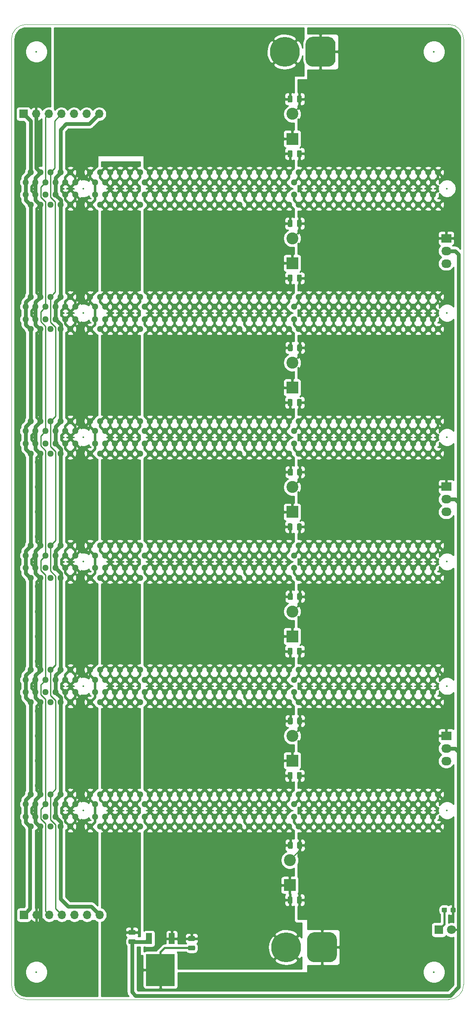
<source format=gbr>
G04 #@! TF.GenerationSoftware,KiCad,Pcbnew,(5.1.5)-3*
G04 #@! TF.CreationDate,2020-02-02T15:47:32+09:00*
G04 #@! TF.ProjectId,MotherBoard_PCIe,4d6f7468-6572-4426-9f61-72645f504349,rev?*
G04 #@! TF.SameCoordinates,Original*
G04 #@! TF.FileFunction,Copper,L1,Top*
G04 #@! TF.FilePolarity,Positive*
%FSLAX46Y46*%
G04 Gerber Fmt 4.6, Leading zero omitted, Abs format (unit mm)*
G04 Created by KiCad (PCBNEW (5.1.5)-3) date 2020-02-02 15:47:32*
%MOMM*%
%LPD*%
G04 APERTURE LIST*
%ADD10C,0.050000*%
%ADD11C,2.400000*%
%ADD12R,2.400000X2.400000*%
%ADD13C,0.100000*%
%ADD14O,2.030000X1.730000*%
%ADD15R,2.030000X1.730000*%
%ADD16R,5.800000X6.400000*%
%ADD17R,1.200000X2.200000*%
%ADD18C,1.280000*%
%ADD19R,1.700000X1.700000*%
%ADD20O,1.700000X1.700000*%
%ADD21C,6.000000*%
%ADD22C,1.800000*%
%ADD23R,1.800000X1.800000*%
%ADD24C,0.600000*%
%ADD25C,0.800000*%
%ADD26C,0.500000*%
%ADD27C,0.250000*%
%ADD28C,0.400000*%
%ADD29C,0.800000*%
%ADD30C,0.254000*%
%ADD31C,0.300000*%
%ADD32C,0.350000*%
G04 APERTURE END LIST*
D10*
X78000000Y-193000000D02*
G75*
G02X75000000Y-190000000I0J3000000D01*
G01*
X166000000Y-190000000D02*
G75*
G02X163000000Y-193000000I-3000000J0D01*
G01*
X75000000Y0D02*
G75*
G02X78000000Y3000000I3000000J0D01*
G01*
X163000000Y3000000D02*
G75*
G02X166000000Y0I0J-3000000D01*
G01*
X78000000Y3000000D02*
X163000000Y3000000D01*
X75000000Y-190000000D02*
X75000000Y0D01*
X163000000Y-193000000D02*
X78000000Y-193000000D01*
X166000000Y0D02*
X166000000Y-190000000D01*
D11*
X131500000Y-15000000D03*
D12*
X131500000Y-20000000D03*
G04 #@! TA.AperFunction,SMDPad,CuDef*
D13*
G36*
X133205142Y-22301174D02*
G01*
X133228803Y-22304684D01*
X133252007Y-22310496D01*
X133274529Y-22318554D01*
X133296153Y-22328782D01*
X133316670Y-22341079D01*
X133335883Y-22355329D01*
X133353607Y-22371393D01*
X133369671Y-22389117D01*
X133383921Y-22408330D01*
X133396218Y-22428847D01*
X133406446Y-22450471D01*
X133414504Y-22472993D01*
X133420316Y-22496197D01*
X133423826Y-22519858D01*
X133425000Y-22543750D01*
X133425000Y-23456250D01*
X133423826Y-23480142D01*
X133420316Y-23503803D01*
X133414504Y-23527007D01*
X133406446Y-23549529D01*
X133396218Y-23571153D01*
X133383921Y-23591670D01*
X133369671Y-23610883D01*
X133353607Y-23628607D01*
X133335883Y-23644671D01*
X133316670Y-23658921D01*
X133296153Y-23671218D01*
X133274529Y-23681446D01*
X133252007Y-23689504D01*
X133228803Y-23695316D01*
X133205142Y-23698826D01*
X133181250Y-23700000D01*
X132693750Y-23700000D01*
X132669858Y-23698826D01*
X132646197Y-23695316D01*
X132622993Y-23689504D01*
X132600471Y-23681446D01*
X132578847Y-23671218D01*
X132558330Y-23658921D01*
X132539117Y-23644671D01*
X132521393Y-23628607D01*
X132505329Y-23610883D01*
X132491079Y-23591670D01*
X132478782Y-23571153D01*
X132468554Y-23549529D01*
X132460496Y-23527007D01*
X132454684Y-23503803D01*
X132451174Y-23480142D01*
X132450000Y-23456250D01*
X132450000Y-22543750D01*
X132451174Y-22519858D01*
X132454684Y-22496197D01*
X132460496Y-22472993D01*
X132468554Y-22450471D01*
X132478782Y-22428847D01*
X132491079Y-22408330D01*
X132505329Y-22389117D01*
X132521393Y-22371393D01*
X132539117Y-22355329D01*
X132558330Y-22341079D01*
X132578847Y-22328782D01*
X132600471Y-22318554D01*
X132622993Y-22310496D01*
X132646197Y-22304684D01*
X132669858Y-22301174D01*
X132693750Y-22300000D01*
X133181250Y-22300000D01*
X133205142Y-22301174D01*
G37*
G04 #@! TD.AperFunction*
G04 #@! TA.AperFunction,SMDPad,CuDef*
G36*
X131330142Y-22301174D02*
G01*
X131353803Y-22304684D01*
X131377007Y-22310496D01*
X131399529Y-22318554D01*
X131421153Y-22328782D01*
X131441670Y-22341079D01*
X131460883Y-22355329D01*
X131478607Y-22371393D01*
X131494671Y-22389117D01*
X131508921Y-22408330D01*
X131521218Y-22428847D01*
X131531446Y-22450471D01*
X131539504Y-22472993D01*
X131545316Y-22496197D01*
X131548826Y-22519858D01*
X131550000Y-22543750D01*
X131550000Y-23456250D01*
X131548826Y-23480142D01*
X131545316Y-23503803D01*
X131539504Y-23527007D01*
X131531446Y-23549529D01*
X131521218Y-23571153D01*
X131508921Y-23591670D01*
X131494671Y-23610883D01*
X131478607Y-23628607D01*
X131460883Y-23644671D01*
X131441670Y-23658921D01*
X131421153Y-23671218D01*
X131399529Y-23681446D01*
X131377007Y-23689504D01*
X131353803Y-23695316D01*
X131330142Y-23698826D01*
X131306250Y-23700000D01*
X130818750Y-23700000D01*
X130794858Y-23698826D01*
X130771197Y-23695316D01*
X130747993Y-23689504D01*
X130725471Y-23681446D01*
X130703847Y-23671218D01*
X130683330Y-23658921D01*
X130664117Y-23644671D01*
X130646393Y-23628607D01*
X130630329Y-23610883D01*
X130616079Y-23591670D01*
X130603782Y-23571153D01*
X130593554Y-23549529D01*
X130585496Y-23527007D01*
X130579684Y-23503803D01*
X130576174Y-23480142D01*
X130575000Y-23456250D01*
X130575000Y-22543750D01*
X130576174Y-22519858D01*
X130579684Y-22496197D01*
X130585496Y-22472993D01*
X130593554Y-22450471D01*
X130603782Y-22428847D01*
X130616079Y-22408330D01*
X130630329Y-22389117D01*
X130646393Y-22371393D01*
X130664117Y-22355329D01*
X130683330Y-22341079D01*
X130703847Y-22328782D01*
X130725471Y-22318554D01*
X130747993Y-22310496D01*
X130771197Y-22304684D01*
X130794858Y-22301174D01*
X130818750Y-22300000D01*
X131306250Y-22300000D01*
X131330142Y-22301174D01*
G37*
G04 #@! TD.AperFunction*
D11*
X131500000Y-40000000D03*
D12*
X131500000Y-45000000D03*
G04 #@! TA.AperFunction,SMDPad,CuDef*
D13*
G36*
X133205142Y-47301174D02*
G01*
X133228803Y-47304684D01*
X133252007Y-47310496D01*
X133274529Y-47318554D01*
X133296153Y-47328782D01*
X133316670Y-47341079D01*
X133335883Y-47355329D01*
X133353607Y-47371393D01*
X133369671Y-47389117D01*
X133383921Y-47408330D01*
X133396218Y-47428847D01*
X133406446Y-47450471D01*
X133414504Y-47472993D01*
X133420316Y-47496197D01*
X133423826Y-47519858D01*
X133425000Y-47543750D01*
X133425000Y-48456250D01*
X133423826Y-48480142D01*
X133420316Y-48503803D01*
X133414504Y-48527007D01*
X133406446Y-48549529D01*
X133396218Y-48571153D01*
X133383921Y-48591670D01*
X133369671Y-48610883D01*
X133353607Y-48628607D01*
X133335883Y-48644671D01*
X133316670Y-48658921D01*
X133296153Y-48671218D01*
X133274529Y-48681446D01*
X133252007Y-48689504D01*
X133228803Y-48695316D01*
X133205142Y-48698826D01*
X133181250Y-48700000D01*
X132693750Y-48700000D01*
X132669858Y-48698826D01*
X132646197Y-48695316D01*
X132622993Y-48689504D01*
X132600471Y-48681446D01*
X132578847Y-48671218D01*
X132558330Y-48658921D01*
X132539117Y-48644671D01*
X132521393Y-48628607D01*
X132505329Y-48610883D01*
X132491079Y-48591670D01*
X132478782Y-48571153D01*
X132468554Y-48549529D01*
X132460496Y-48527007D01*
X132454684Y-48503803D01*
X132451174Y-48480142D01*
X132450000Y-48456250D01*
X132450000Y-47543750D01*
X132451174Y-47519858D01*
X132454684Y-47496197D01*
X132460496Y-47472993D01*
X132468554Y-47450471D01*
X132478782Y-47428847D01*
X132491079Y-47408330D01*
X132505329Y-47389117D01*
X132521393Y-47371393D01*
X132539117Y-47355329D01*
X132558330Y-47341079D01*
X132578847Y-47328782D01*
X132600471Y-47318554D01*
X132622993Y-47310496D01*
X132646197Y-47304684D01*
X132669858Y-47301174D01*
X132693750Y-47300000D01*
X133181250Y-47300000D01*
X133205142Y-47301174D01*
G37*
G04 #@! TD.AperFunction*
G04 #@! TA.AperFunction,SMDPad,CuDef*
G36*
X131330142Y-47301174D02*
G01*
X131353803Y-47304684D01*
X131377007Y-47310496D01*
X131399529Y-47318554D01*
X131421153Y-47328782D01*
X131441670Y-47341079D01*
X131460883Y-47355329D01*
X131478607Y-47371393D01*
X131494671Y-47389117D01*
X131508921Y-47408330D01*
X131521218Y-47428847D01*
X131531446Y-47450471D01*
X131539504Y-47472993D01*
X131545316Y-47496197D01*
X131548826Y-47519858D01*
X131550000Y-47543750D01*
X131550000Y-48456250D01*
X131548826Y-48480142D01*
X131545316Y-48503803D01*
X131539504Y-48527007D01*
X131531446Y-48549529D01*
X131521218Y-48571153D01*
X131508921Y-48591670D01*
X131494671Y-48610883D01*
X131478607Y-48628607D01*
X131460883Y-48644671D01*
X131441670Y-48658921D01*
X131421153Y-48671218D01*
X131399529Y-48681446D01*
X131377007Y-48689504D01*
X131353803Y-48695316D01*
X131330142Y-48698826D01*
X131306250Y-48700000D01*
X130818750Y-48700000D01*
X130794858Y-48698826D01*
X130771197Y-48695316D01*
X130747993Y-48689504D01*
X130725471Y-48681446D01*
X130703847Y-48671218D01*
X130683330Y-48658921D01*
X130664117Y-48644671D01*
X130646393Y-48628607D01*
X130630329Y-48610883D01*
X130616079Y-48591670D01*
X130603782Y-48571153D01*
X130593554Y-48549529D01*
X130585496Y-48527007D01*
X130579684Y-48503803D01*
X130576174Y-48480142D01*
X130575000Y-48456250D01*
X130575000Y-47543750D01*
X130576174Y-47519858D01*
X130579684Y-47496197D01*
X130585496Y-47472993D01*
X130593554Y-47450471D01*
X130603782Y-47428847D01*
X130616079Y-47408330D01*
X130630329Y-47389117D01*
X130646393Y-47371393D01*
X130664117Y-47355329D01*
X130683330Y-47341079D01*
X130703847Y-47328782D01*
X130725471Y-47318554D01*
X130747993Y-47310496D01*
X130771197Y-47304684D01*
X130794858Y-47301174D01*
X130818750Y-47300000D01*
X131306250Y-47300000D01*
X131330142Y-47301174D01*
G37*
G04 #@! TD.AperFunction*
D11*
X131500000Y-65000000D03*
D12*
X131500000Y-70000000D03*
G04 #@! TA.AperFunction,SMDPad,CuDef*
D13*
G36*
X133205142Y-72301174D02*
G01*
X133228803Y-72304684D01*
X133252007Y-72310496D01*
X133274529Y-72318554D01*
X133296153Y-72328782D01*
X133316670Y-72341079D01*
X133335883Y-72355329D01*
X133353607Y-72371393D01*
X133369671Y-72389117D01*
X133383921Y-72408330D01*
X133396218Y-72428847D01*
X133406446Y-72450471D01*
X133414504Y-72472993D01*
X133420316Y-72496197D01*
X133423826Y-72519858D01*
X133425000Y-72543750D01*
X133425000Y-73456250D01*
X133423826Y-73480142D01*
X133420316Y-73503803D01*
X133414504Y-73527007D01*
X133406446Y-73549529D01*
X133396218Y-73571153D01*
X133383921Y-73591670D01*
X133369671Y-73610883D01*
X133353607Y-73628607D01*
X133335883Y-73644671D01*
X133316670Y-73658921D01*
X133296153Y-73671218D01*
X133274529Y-73681446D01*
X133252007Y-73689504D01*
X133228803Y-73695316D01*
X133205142Y-73698826D01*
X133181250Y-73700000D01*
X132693750Y-73700000D01*
X132669858Y-73698826D01*
X132646197Y-73695316D01*
X132622993Y-73689504D01*
X132600471Y-73681446D01*
X132578847Y-73671218D01*
X132558330Y-73658921D01*
X132539117Y-73644671D01*
X132521393Y-73628607D01*
X132505329Y-73610883D01*
X132491079Y-73591670D01*
X132478782Y-73571153D01*
X132468554Y-73549529D01*
X132460496Y-73527007D01*
X132454684Y-73503803D01*
X132451174Y-73480142D01*
X132450000Y-73456250D01*
X132450000Y-72543750D01*
X132451174Y-72519858D01*
X132454684Y-72496197D01*
X132460496Y-72472993D01*
X132468554Y-72450471D01*
X132478782Y-72428847D01*
X132491079Y-72408330D01*
X132505329Y-72389117D01*
X132521393Y-72371393D01*
X132539117Y-72355329D01*
X132558330Y-72341079D01*
X132578847Y-72328782D01*
X132600471Y-72318554D01*
X132622993Y-72310496D01*
X132646197Y-72304684D01*
X132669858Y-72301174D01*
X132693750Y-72300000D01*
X133181250Y-72300000D01*
X133205142Y-72301174D01*
G37*
G04 #@! TD.AperFunction*
G04 #@! TA.AperFunction,SMDPad,CuDef*
G36*
X131330142Y-72301174D02*
G01*
X131353803Y-72304684D01*
X131377007Y-72310496D01*
X131399529Y-72318554D01*
X131421153Y-72328782D01*
X131441670Y-72341079D01*
X131460883Y-72355329D01*
X131478607Y-72371393D01*
X131494671Y-72389117D01*
X131508921Y-72408330D01*
X131521218Y-72428847D01*
X131531446Y-72450471D01*
X131539504Y-72472993D01*
X131545316Y-72496197D01*
X131548826Y-72519858D01*
X131550000Y-72543750D01*
X131550000Y-73456250D01*
X131548826Y-73480142D01*
X131545316Y-73503803D01*
X131539504Y-73527007D01*
X131531446Y-73549529D01*
X131521218Y-73571153D01*
X131508921Y-73591670D01*
X131494671Y-73610883D01*
X131478607Y-73628607D01*
X131460883Y-73644671D01*
X131441670Y-73658921D01*
X131421153Y-73671218D01*
X131399529Y-73681446D01*
X131377007Y-73689504D01*
X131353803Y-73695316D01*
X131330142Y-73698826D01*
X131306250Y-73700000D01*
X130818750Y-73700000D01*
X130794858Y-73698826D01*
X130771197Y-73695316D01*
X130747993Y-73689504D01*
X130725471Y-73681446D01*
X130703847Y-73671218D01*
X130683330Y-73658921D01*
X130664117Y-73644671D01*
X130646393Y-73628607D01*
X130630329Y-73610883D01*
X130616079Y-73591670D01*
X130603782Y-73571153D01*
X130593554Y-73549529D01*
X130585496Y-73527007D01*
X130579684Y-73503803D01*
X130576174Y-73480142D01*
X130575000Y-73456250D01*
X130575000Y-72543750D01*
X130576174Y-72519858D01*
X130579684Y-72496197D01*
X130585496Y-72472993D01*
X130593554Y-72450471D01*
X130603782Y-72428847D01*
X130616079Y-72408330D01*
X130630329Y-72389117D01*
X130646393Y-72371393D01*
X130664117Y-72355329D01*
X130683330Y-72341079D01*
X130703847Y-72328782D01*
X130725471Y-72318554D01*
X130747993Y-72310496D01*
X130771197Y-72304684D01*
X130794858Y-72301174D01*
X130818750Y-72300000D01*
X131306250Y-72300000D01*
X131330142Y-72301174D01*
G37*
G04 #@! TD.AperFunction*
D11*
X131500000Y-90000000D03*
D12*
X131500000Y-95000000D03*
G04 #@! TA.AperFunction,SMDPad,CuDef*
D13*
G36*
X133205142Y-97301174D02*
G01*
X133228803Y-97304684D01*
X133252007Y-97310496D01*
X133274529Y-97318554D01*
X133296153Y-97328782D01*
X133316670Y-97341079D01*
X133335883Y-97355329D01*
X133353607Y-97371393D01*
X133369671Y-97389117D01*
X133383921Y-97408330D01*
X133396218Y-97428847D01*
X133406446Y-97450471D01*
X133414504Y-97472993D01*
X133420316Y-97496197D01*
X133423826Y-97519858D01*
X133425000Y-97543750D01*
X133425000Y-98456250D01*
X133423826Y-98480142D01*
X133420316Y-98503803D01*
X133414504Y-98527007D01*
X133406446Y-98549529D01*
X133396218Y-98571153D01*
X133383921Y-98591670D01*
X133369671Y-98610883D01*
X133353607Y-98628607D01*
X133335883Y-98644671D01*
X133316670Y-98658921D01*
X133296153Y-98671218D01*
X133274529Y-98681446D01*
X133252007Y-98689504D01*
X133228803Y-98695316D01*
X133205142Y-98698826D01*
X133181250Y-98700000D01*
X132693750Y-98700000D01*
X132669858Y-98698826D01*
X132646197Y-98695316D01*
X132622993Y-98689504D01*
X132600471Y-98681446D01*
X132578847Y-98671218D01*
X132558330Y-98658921D01*
X132539117Y-98644671D01*
X132521393Y-98628607D01*
X132505329Y-98610883D01*
X132491079Y-98591670D01*
X132478782Y-98571153D01*
X132468554Y-98549529D01*
X132460496Y-98527007D01*
X132454684Y-98503803D01*
X132451174Y-98480142D01*
X132450000Y-98456250D01*
X132450000Y-97543750D01*
X132451174Y-97519858D01*
X132454684Y-97496197D01*
X132460496Y-97472993D01*
X132468554Y-97450471D01*
X132478782Y-97428847D01*
X132491079Y-97408330D01*
X132505329Y-97389117D01*
X132521393Y-97371393D01*
X132539117Y-97355329D01*
X132558330Y-97341079D01*
X132578847Y-97328782D01*
X132600471Y-97318554D01*
X132622993Y-97310496D01*
X132646197Y-97304684D01*
X132669858Y-97301174D01*
X132693750Y-97300000D01*
X133181250Y-97300000D01*
X133205142Y-97301174D01*
G37*
G04 #@! TD.AperFunction*
G04 #@! TA.AperFunction,SMDPad,CuDef*
G36*
X131330142Y-97301174D02*
G01*
X131353803Y-97304684D01*
X131377007Y-97310496D01*
X131399529Y-97318554D01*
X131421153Y-97328782D01*
X131441670Y-97341079D01*
X131460883Y-97355329D01*
X131478607Y-97371393D01*
X131494671Y-97389117D01*
X131508921Y-97408330D01*
X131521218Y-97428847D01*
X131531446Y-97450471D01*
X131539504Y-97472993D01*
X131545316Y-97496197D01*
X131548826Y-97519858D01*
X131550000Y-97543750D01*
X131550000Y-98456250D01*
X131548826Y-98480142D01*
X131545316Y-98503803D01*
X131539504Y-98527007D01*
X131531446Y-98549529D01*
X131521218Y-98571153D01*
X131508921Y-98591670D01*
X131494671Y-98610883D01*
X131478607Y-98628607D01*
X131460883Y-98644671D01*
X131441670Y-98658921D01*
X131421153Y-98671218D01*
X131399529Y-98681446D01*
X131377007Y-98689504D01*
X131353803Y-98695316D01*
X131330142Y-98698826D01*
X131306250Y-98700000D01*
X130818750Y-98700000D01*
X130794858Y-98698826D01*
X130771197Y-98695316D01*
X130747993Y-98689504D01*
X130725471Y-98681446D01*
X130703847Y-98671218D01*
X130683330Y-98658921D01*
X130664117Y-98644671D01*
X130646393Y-98628607D01*
X130630329Y-98610883D01*
X130616079Y-98591670D01*
X130603782Y-98571153D01*
X130593554Y-98549529D01*
X130585496Y-98527007D01*
X130579684Y-98503803D01*
X130576174Y-98480142D01*
X130575000Y-98456250D01*
X130575000Y-97543750D01*
X130576174Y-97519858D01*
X130579684Y-97496197D01*
X130585496Y-97472993D01*
X130593554Y-97450471D01*
X130603782Y-97428847D01*
X130616079Y-97408330D01*
X130630329Y-97389117D01*
X130646393Y-97371393D01*
X130664117Y-97355329D01*
X130683330Y-97341079D01*
X130703847Y-97328782D01*
X130725471Y-97318554D01*
X130747993Y-97310496D01*
X130771197Y-97304684D01*
X130794858Y-97301174D01*
X130818750Y-97300000D01*
X131306250Y-97300000D01*
X131330142Y-97301174D01*
G37*
G04 #@! TD.AperFunction*
D11*
X131500000Y-115000000D03*
D12*
X131500000Y-120000000D03*
G04 #@! TA.AperFunction,SMDPad,CuDef*
D13*
G36*
X133205142Y-122301174D02*
G01*
X133228803Y-122304684D01*
X133252007Y-122310496D01*
X133274529Y-122318554D01*
X133296153Y-122328782D01*
X133316670Y-122341079D01*
X133335883Y-122355329D01*
X133353607Y-122371393D01*
X133369671Y-122389117D01*
X133383921Y-122408330D01*
X133396218Y-122428847D01*
X133406446Y-122450471D01*
X133414504Y-122472993D01*
X133420316Y-122496197D01*
X133423826Y-122519858D01*
X133425000Y-122543750D01*
X133425000Y-123456250D01*
X133423826Y-123480142D01*
X133420316Y-123503803D01*
X133414504Y-123527007D01*
X133406446Y-123549529D01*
X133396218Y-123571153D01*
X133383921Y-123591670D01*
X133369671Y-123610883D01*
X133353607Y-123628607D01*
X133335883Y-123644671D01*
X133316670Y-123658921D01*
X133296153Y-123671218D01*
X133274529Y-123681446D01*
X133252007Y-123689504D01*
X133228803Y-123695316D01*
X133205142Y-123698826D01*
X133181250Y-123700000D01*
X132693750Y-123700000D01*
X132669858Y-123698826D01*
X132646197Y-123695316D01*
X132622993Y-123689504D01*
X132600471Y-123681446D01*
X132578847Y-123671218D01*
X132558330Y-123658921D01*
X132539117Y-123644671D01*
X132521393Y-123628607D01*
X132505329Y-123610883D01*
X132491079Y-123591670D01*
X132478782Y-123571153D01*
X132468554Y-123549529D01*
X132460496Y-123527007D01*
X132454684Y-123503803D01*
X132451174Y-123480142D01*
X132450000Y-123456250D01*
X132450000Y-122543750D01*
X132451174Y-122519858D01*
X132454684Y-122496197D01*
X132460496Y-122472993D01*
X132468554Y-122450471D01*
X132478782Y-122428847D01*
X132491079Y-122408330D01*
X132505329Y-122389117D01*
X132521393Y-122371393D01*
X132539117Y-122355329D01*
X132558330Y-122341079D01*
X132578847Y-122328782D01*
X132600471Y-122318554D01*
X132622993Y-122310496D01*
X132646197Y-122304684D01*
X132669858Y-122301174D01*
X132693750Y-122300000D01*
X133181250Y-122300000D01*
X133205142Y-122301174D01*
G37*
G04 #@! TD.AperFunction*
G04 #@! TA.AperFunction,SMDPad,CuDef*
G36*
X131330142Y-122301174D02*
G01*
X131353803Y-122304684D01*
X131377007Y-122310496D01*
X131399529Y-122318554D01*
X131421153Y-122328782D01*
X131441670Y-122341079D01*
X131460883Y-122355329D01*
X131478607Y-122371393D01*
X131494671Y-122389117D01*
X131508921Y-122408330D01*
X131521218Y-122428847D01*
X131531446Y-122450471D01*
X131539504Y-122472993D01*
X131545316Y-122496197D01*
X131548826Y-122519858D01*
X131550000Y-122543750D01*
X131550000Y-123456250D01*
X131548826Y-123480142D01*
X131545316Y-123503803D01*
X131539504Y-123527007D01*
X131531446Y-123549529D01*
X131521218Y-123571153D01*
X131508921Y-123591670D01*
X131494671Y-123610883D01*
X131478607Y-123628607D01*
X131460883Y-123644671D01*
X131441670Y-123658921D01*
X131421153Y-123671218D01*
X131399529Y-123681446D01*
X131377007Y-123689504D01*
X131353803Y-123695316D01*
X131330142Y-123698826D01*
X131306250Y-123700000D01*
X130818750Y-123700000D01*
X130794858Y-123698826D01*
X130771197Y-123695316D01*
X130747993Y-123689504D01*
X130725471Y-123681446D01*
X130703847Y-123671218D01*
X130683330Y-123658921D01*
X130664117Y-123644671D01*
X130646393Y-123628607D01*
X130630329Y-123610883D01*
X130616079Y-123591670D01*
X130603782Y-123571153D01*
X130593554Y-123549529D01*
X130585496Y-123527007D01*
X130579684Y-123503803D01*
X130576174Y-123480142D01*
X130575000Y-123456250D01*
X130575000Y-122543750D01*
X130576174Y-122519858D01*
X130579684Y-122496197D01*
X130585496Y-122472993D01*
X130593554Y-122450471D01*
X130603782Y-122428847D01*
X130616079Y-122408330D01*
X130630329Y-122389117D01*
X130646393Y-122371393D01*
X130664117Y-122355329D01*
X130683330Y-122341079D01*
X130703847Y-122328782D01*
X130725471Y-122318554D01*
X130747993Y-122310496D01*
X130771197Y-122304684D01*
X130794858Y-122301174D01*
X130818750Y-122300000D01*
X131306250Y-122300000D01*
X131330142Y-122301174D01*
G37*
G04 #@! TD.AperFunction*
D11*
X131500000Y-140000000D03*
D12*
X131500000Y-145000000D03*
G04 #@! TA.AperFunction,SMDPad,CuDef*
D13*
G36*
X133205142Y-147301174D02*
G01*
X133228803Y-147304684D01*
X133252007Y-147310496D01*
X133274529Y-147318554D01*
X133296153Y-147328782D01*
X133316670Y-147341079D01*
X133335883Y-147355329D01*
X133353607Y-147371393D01*
X133369671Y-147389117D01*
X133383921Y-147408330D01*
X133396218Y-147428847D01*
X133406446Y-147450471D01*
X133414504Y-147472993D01*
X133420316Y-147496197D01*
X133423826Y-147519858D01*
X133425000Y-147543750D01*
X133425000Y-148456250D01*
X133423826Y-148480142D01*
X133420316Y-148503803D01*
X133414504Y-148527007D01*
X133406446Y-148549529D01*
X133396218Y-148571153D01*
X133383921Y-148591670D01*
X133369671Y-148610883D01*
X133353607Y-148628607D01*
X133335883Y-148644671D01*
X133316670Y-148658921D01*
X133296153Y-148671218D01*
X133274529Y-148681446D01*
X133252007Y-148689504D01*
X133228803Y-148695316D01*
X133205142Y-148698826D01*
X133181250Y-148700000D01*
X132693750Y-148700000D01*
X132669858Y-148698826D01*
X132646197Y-148695316D01*
X132622993Y-148689504D01*
X132600471Y-148681446D01*
X132578847Y-148671218D01*
X132558330Y-148658921D01*
X132539117Y-148644671D01*
X132521393Y-148628607D01*
X132505329Y-148610883D01*
X132491079Y-148591670D01*
X132478782Y-148571153D01*
X132468554Y-148549529D01*
X132460496Y-148527007D01*
X132454684Y-148503803D01*
X132451174Y-148480142D01*
X132450000Y-148456250D01*
X132450000Y-147543750D01*
X132451174Y-147519858D01*
X132454684Y-147496197D01*
X132460496Y-147472993D01*
X132468554Y-147450471D01*
X132478782Y-147428847D01*
X132491079Y-147408330D01*
X132505329Y-147389117D01*
X132521393Y-147371393D01*
X132539117Y-147355329D01*
X132558330Y-147341079D01*
X132578847Y-147328782D01*
X132600471Y-147318554D01*
X132622993Y-147310496D01*
X132646197Y-147304684D01*
X132669858Y-147301174D01*
X132693750Y-147300000D01*
X133181250Y-147300000D01*
X133205142Y-147301174D01*
G37*
G04 #@! TD.AperFunction*
G04 #@! TA.AperFunction,SMDPad,CuDef*
G36*
X131330142Y-147301174D02*
G01*
X131353803Y-147304684D01*
X131377007Y-147310496D01*
X131399529Y-147318554D01*
X131421153Y-147328782D01*
X131441670Y-147341079D01*
X131460883Y-147355329D01*
X131478607Y-147371393D01*
X131494671Y-147389117D01*
X131508921Y-147408330D01*
X131521218Y-147428847D01*
X131531446Y-147450471D01*
X131539504Y-147472993D01*
X131545316Y-147496197D01*
X131548826Y-147519858D01*
X131550000Y-147543750D01*
X131550000Y-148456250D01*
X131548826Y-148480142D01*
X131545316Y-148503803D01*
X131539504Y-148527007D01*
X131531446Y-148549529D01*
X131521218Y-148571153D01*
X131508921Y-148591670D01*
X131494671Y-148610883D01*
X131478607Y-148628607D01*
X131460883Y-148644671D01*
X131441670Y-148658921D01*
X131421153Y-148671218D01*
X131399529Y-148681446D01*
X131377007Y-148689504D01*
X131353803Y-148695316D01*
X131330142Y-148698826D01*
X131306250Y-148700000D01*
X130818750Y-148700000D01*
X130794858Y-148698826D01*
X130771197Y-148695316D01*
X130747993Y-148689504D01*
X130725471Y-148681446D01*
X130703847Y-148671218D01*
X130683330Y-148658921D01*
X130664117Y-148644671D01*
X130646393Y-148628607D01*
X130630329Y-148610883D01*
X130616079Y-148591670D01*
X130603782Y-148571153D01*
X130593554Y-148549529D01*
X130585496Y-148527007D01*
X130579684Y-148503803D01*
X130576174Y-148480142D01*
X130575000Y-148456250D01*
X130575000Y-147543750D01*
X130576174Y-147519858D01*
X130579684Y-147496197D01*
X130585496Y-147472993D01*
X130593554Y-147450471D01*
X130603782Y-147428847D01*
X130616079Y-147408330D01*
X130630329Y-147389117D01*
X130646393Y-147371393D01*
X130664117Y-147355329D01*
X130683330Y-147341079D01*
X130703847Y-147328782D01*
X130725471Y-147318554D01*
X130747993Y-147310496D01*
X130771197Y-147304684D01*
X130794858Y-147301174D01*
X130818750Y-147300000D01*
X131306250Y-147300000D01*
X131330142Y-147301174D01*
G37*
G04 #@! TD.AperFunction*
D11*
X131000000Y-165000000D03*
D12*
X131000000Y-170000000D03*
G04 #@! TA.AperFunction,SMDPad,CuDef*
D13*
G36*
X133205142Y-172301174D02*
G01*
X133228803Y-172304684D01*
X133252007Y-172310496D01*
X133274529Y-172318554D01*
X133296153Y-172328782D01*
X133316670Y-172341079D01*
X133335883Y-172355329D01*
X133353607Y-172371393D01*
X133369671Y-172389117D01*
X133383921Y-172408330D01*
X133396218Y-172428847D01*
X133406446Y-172450471D01*
X133414504Y-172472993D01*
X133420316Y-172496197D01*
X133423826Y-172519858D01*
X133425000Y-172543750D01*
X133425000Y-173456250D01*
X133423826Y-173480142D01*
X133420316Y-173503803D01*
X133414504Y-173527007D01*
X133406446Y-173549529D01*
X133396218Y-173571153D01*
X133383921Y-173591670D01*
X133369671Y-173610883D01*
X133353607Y-173628607D01*
X133335883Y-173644671D01*
X133316670Y-173658921D01*
X133296153Y-173671218D01*
X133274529Y-173681446D01*
X133252007Y-173689504D01*
X133228803Y-173695316D01*
X133205142Y-173698826D01*
X133181250Y-173700000D01*
X132693750Y-173700000D01*
X132669858Y-173698826D01*
X132646197Y-173695316D01*
X132622993Y-173689504D01*
X132600471Y-173681446D01*
X132578847Y-173671218D01*
X132558330Y-173658921D01*
X132539117Y-173644671D01*
X132521393Y-173628607D01*
X132505329Y-173610883D01*
X132491079Y-173591670D01*
X132478782Y-173571153D01*
X132468554Y-173549529D01*
X132460496Y-173527007D01*
X132454684Y-173503803D01*
X132451174Y-173480142D01*
X132450000Y-173456250D01*
X132450000Y-172543750D01*
X132451174Y-172519858D01*
X132454684Y-172496197D01*
X132460496Y-172472993D01*
X132468554Y-172450471D01*
X132478782Y-172428847D01*
X132491079Y-172408330D01*
X132505329Y-172389117D01*
X132521393Y-172371393D01*
X132539117Y-172355329D01*
X132558330Y-172341079D01*
X132578847Y-172328782D01*
X132600471Y-172318554D01*
X132622993Y-172310496D01*
X132646197Y-172304684D01*
X132669858Y-172301174D01*
X132693750Y-172300000D01*
X133181250Y-172300000D01*
X133205142Y-172301174D01*
G37*
G04 #@! TD.AperFunction*
G04 #@! TA.AperFunction,SMDPad,CuDef*
G36*
X131330142Y-172301174D02*
G01*
X131353803Y-172304684D01*
X131377007Y-172310496D01*
X131399529Y-172318554D01*
X131421153Y-172328782D01*
X131441670Y-172341079D01*
X131460883Y-172355329D01*
X131478607Y-172371393D01*
X131494671Y-172389117D01*
X131508921Y-172408330D01*
X131521218Y-172428847D01*
X131531446Y-172450471D01*
X131539504Y-172472993D01*
X131545316Y-172496197D01*
X131548826Y-172519858D01*
X131550000Y-172543750D01*
X131550000Y-173456250D01*
X131548826Y-173480142D01*
X131545316Y-173503803D01*
X131539504Y-173527007D01*
X131531446Y-173549529D01*
X131521218Y-173571153D01*
X131508921Y-173591670D01*
X131494671Y-173610883D01*
X131478607Y-173628607D01*
X131460883Y-173644671D01*
X131441670Y-173658921D01*
X131421153Y-173671218D01*
X131399529Y-173681446D01*
X131377007Y-173689504D01*
X131353803Y-173695316D01*
X131330142Y-173698826D01*
X131306250Y-173700000D01*
X130818750Y-173700000D01*
X130794858Y-173698826D01*
X130771197Y-173695316D01*
X130747993Y-173689504D01*
X130725471Y-173681446D01*
X130703847Y-173671218D01*
X130683330Y-173658921D01*
X130664117Y-173644671D01*
X130646393Y-173628607D01*
X130630329Y-173610883D01*
X130616079Y-173591670D01*
X130603782Y-173571153D01*
X130593554Y-173549529D01*
X130585496Y-173527007D01*
X130579684Y-173503803D01*
X130576174Y-173480142D01*
X130575000Y-173456250D01*
X130575000Y-172543750D01*
X130576174Y-172519858D01*
X130579684Y-172496197D01*
X130585496Y-172472993D01*
X130593554Y-172450471D01*
X130603782Y-172428847D01*
X130616079Y-172408330D01*
X130630329Y-172389117D01*
X130646393Y-172371393D01*
X130664117Y-172355329D01*
X130683330Y-172341079D01*
X130703847Y-172328782D01*
X130725471Y-172318554D01*
X130747993Y-172310496D01*
X130771197Y-172304684D01*
X130794858Y-172301174D01*
X130818750Y-172300000D01*
X131306250Y-172300000D01*
X131330142Y-172301174D01*
G37*
G04 #@! TD.AperFunction*
D14*
X162500000Y-45080000D03*
X162500000Y-42540000D03*
D15*
X162500000Y-40000000D03*
D16*
X104975000Y-187075000D03*
D17*
X102695000Y-180775000D03*
X107255000Y-180775000D03*
G04 #@! TA.AperFunction,SMDPad,CuDef*
D13*
G36*
X99730142Y-179013674D02*
G01*
X99753803Y-179017184D01*
X99777007Y-179022996D01*
X99799529Y-179031054D01*
X99821153Y-179041282D01*
X99841670Y-179053579D01*
X99860883Y-179067829D01*
X99878607Y-179083893D01*
X99894671Y-179101617D01*
X99908921Y-179120830D01*
X99921218Y-179141347D01*
X99931446Y-179162971D01*
X99939504Y-179185493D01*
X99945316Y-179208697D01*
X99948826Y-179232358D01*
X99950000Y-179256250D01*
X99950000Y-179743750D01*
X99948826Y-179767642D01*
X99945316Y-179791303D01*
X99939504Y-179814507D01*
X99931446Y-179837029D01*
X99921218Y-179858653D01*
X99908921Y-179879170D01*
X99894671Y-179898383D01*
X99878607Y-179916107D01*
X99860883Y-179932171D01*
X99841670Y-179946421D01*
X99821153Y-179958718D01*
X99799529Y-179968946D01*
X99777007Y-179977004D01*
X99753803Y-179982816D01*
X99730142Y-179986326D01*
X99706250Y-179987500D01*
X98793750Y-179987500D01*
X98769858Y-179986326D01*
X98746197Y-179982816D01*
X98722993Y-179977004D01*
X98700471Y-179968946D01*
X98678847Y-179958718D01*
X98658330Y-179946421D01*
X98639117Y-179932171D01*
X98621393Y-179916107D01*
X98605329Y-179898383D01*
X98591079Y-179879170D01*
X98578782Y-179858653D01*
X98568554Y-179837029D01*
X98560496Y-179814507D01*
X98554684Y-179791303D01*
X98551174Y-179767642D01*
X98550000Y-179743750D01*
X98550000Y-179256250D01*
X98551174Y-179232358D01*
X98554684Y-179208697D01*
X98560496Y-179185493D01*
X98568554Y-179162971D01*
X98578782Y-179141347D01*
X98591079Y-179120830D01*
X98605329Y-179101617D01*
X98621393Y-179083893D01*
X98639117Y-179067829D01*
X98658330Y-179053579D01*
X98678847Y-179041282D01*
X98700471Y-179031054D01*
X98722993Y-179022996D01*
X98746197Y-179017184D01*
X98769858Y-179013674D01*
X98793750Y-179012500D01*
X99706250Y-179012500D01*
X99730142Y-179013674D01*
G37*
G04 #@! TD.AperFunction*
G04 #@! TA.AperFunction,SMDPad,CuDef*
G36*
X99730142Y-180888674D02*
G01*
X99753803Y-180892184D01*
X99777007Y-180897996D01*
X99799529Y-180906054D01*
X99821153Y-180916282D01*
X99841670Y-180928579D01*
X99860883Y-180942829D01*
X99878607Y-180958893D01*
X99894671Y-180976617D01*
X99908921Y-180995830D01*
X99921218Y-181016347D01*
X99931446Y-181037971D01*
X99939504Y-181060493D01*
X99945316Y-181083697D01*
X99948826Y-181107358D01*
X99950000Y-181131250D01*
X99950000Y-181618750D01*
X99948826Y-181642642D01*
X99945316Y-181666303D01*
X99939504Y-181689507D01*
X99931446Y-181712029D01*
X99921218Y-181733653D01*
X99908921Y-181754170D01*
X99894671Y-181773383D01*
X99878607Y-181791107D01*
X99860883Y-181807171D01*
X99841670Y-181821421D01*
X99821153Y-181833718D01*
X99799529Y-181843946D01*
X99777007Y-181852004D01*
X99753803Y-181857816D01*
X99730142Y-181861326D01*
X99706250Y-181862500D01*
X98793750Y-181862500D01*
X98769858Y-181861326D01*
X98746197Y-181857816D01*
X98722993Y-181852004D01*
X98700471Y-181843946D01*
X98678847Y-181833718D01*
X98658330Y-181821421D01*
X98639117Y-181807171D01*
X98621393Y-181791107D01*
X98605329Y-181773383D01*
X98591079Y-181754170D01*
X98578782Y-181733653D01*
X98568554Y-181712029D01*
X98560496Y-181689507D01*
X98554684Y-181666303D01*
X98551174Y-181642642D01*
X98550000Y-181618750D01*
X98550000Y-181131250D01*
X98551174Y-181107358D01*
X98554684Y-181083697D01*
X98560496Y-181060493D01*
X98568554Y-181037971D01*
X98578782Y-181016347D01*
X98591079Y-180995830D01*
X98605329Y-180976617D01*
X98621393Y-180958893D01*
X98639117Y-180942829D01*
X98658330Y-180928579D01*
X98678847Y-180916282D01*
X98700471Y-180906054D01*
X98722993Y-180897996D01*
X98746197Y-180892184D01*
X98769858Y-180888674D01*
X98793750Y-180887500D01*
X99706250Y-180887500D01*
X99730142Y-180888674D01*
G37*
G04 #@! TD.AperFunction*
G04 #@! TA.AperFunction,SMDPad,CuDef*
G36*
X111730142Y-182138674D02*
G01*
X111753803Y-182142184D01*
X111777007Y-182147996D01*
X111799529Y-182156054D01*
X111821153Y-182166282D01*
X111841670Y-182178579D01*
X111860883Y-182192829D01*
X111878607Y-182208893D01*
X111894671Y-182226617D01*
X111908921Y-182245830D01*
X111921218Y-182266347D01*
X111931446Y-182287971D01*
X111939504Y-182310493D01*
X111945316Y-182333697D01*
X111948826Y-182357358D01*
X111950000Y-182381250D01*
X111950000Y-182868750D01*
X111948826Y-182892642D01*
X111945316Y-182916303D01*
X111939504Y-182939507D01*
X111931446Y-182962029D01*
X111921218Y-182983653D01*
X111908921Y-183004170D01*
X111894671Y-183023383D01*
X111878607Y-183041107D01*
X111860883Y-183057171D01*
X111841670Y-183071421D01*
X111821153Y-183083718D01*
X111799529Y-183093946D01*
X111777007Y-183102004D01*
X111753803Y-183107816D01*
X111730142Y-183111326D01*
X111706250Y-183112500D01*
X110793750Y-183112500D01*
X110769858Y-183111326D01*
X110746197Y-183107816D01*
X110722993Y-183102004D01*
X110700471Y-183093946D01*
X110678847Y-183083718D01*
X110658330Y-183071421D01*
X110639117Y-183057171D01*
X110621393Y-183041107D01*
X110605329Y-183023383D01*
X110591079Y-183004170D01*
X110578782Y-182983653D01*
X110568554Y-182962029D01*
X110560496Y-182939507D01*
X110554684Y-182916303D01*
X110551174Y-182892642D01*
X110550000Y-182868750D01*
X110550000Y-182381250D01*
X110551174Y-182357358D01*
X110554684Y-182333697D01*
X110560496Y-182310493D01*
X110568554Y-182287971D01*
X110578782Y-182266347D01*
X110591079Y-182245830D01*
X110605329Y-182226617D01*
X110621393Y-182208893D01*
X110639117Y-182192829D01*
X110658330Y-182178579D01*
X110678847Y-182166282D01*
X110700471Y-182156054D01*
X110722993Y-182147996D01*
X110746197Y-182142184D01*
X110769858Y-182138674D01*
X110793750Y-182137500D01*
X111706250Y-182137500D01*
X111730142Y-182138674D01*
G37*
G04 #@! TD.AperFunction*
G04 #@! TA.AperFunction,SMDPad,CuDef*
G36*
X111730142Y-180263674D02*
G01*
X111753803Y-180267184D01*
X111777007Y-180272996D01*
X111799529Y-180281054D01*
X111821153Y-180291282D01*
X111841670Y-180303579D01*
X111860883Y-180317829D01*
X111878607Y-180333893D01*
X111894671Y-180351617D01*
X111908921Y-180370830D01*
X111921218Y-180391347D01*
X111931446Y-180412971D01*
X111939504Y-180435493D01*
X111945316Y-180458697D01*
X111948826Y-180482358D01*
X111950000Y-180506250D01*
X111950000Y-180993750D01*
X111948826Y-181017642D01*
X111945316Y-181041303D01*
X111939504Y-181064507D01*
X111931446Y-181087029D01*
X111921218Y-181108653D01*
X111908921Y-181129170D01*
X111894671Y-181148383D01*
X111878607Y-181166107D01*
X111860883Y-181182171D01*
X111841670Y-181196421D01*
X111821153Y-181208718D01*
X111799529Y-181218946D01*
X111777007Y-181227004D01*
X111753803Y-181232816D01*
X111730142Y-181236326D01*
X111706250Y-181237500D01*
X110793750Y-181237500D01*
X110769858Y-181236326D01*
X110746197Y-181232816D01*
X110722993Y-181227004D01*
X110700471Y-181218946D01*
X110678847Y-181208718D01*
X110658330Y-181196421D01*
X110639117Y-181182171D01*
X110621393Y-181166107D01*
X110605329Y-181148383D01*
X110591079Y-181129170D01*
X110578782Y-181108653D01*
X110568554Y-181087029D01*
X110560496Y-181064507D01*
X110554684Y-181041303D01*
X110551174Y-181017642D01*
X110550000Y-180993750D01*
X110550000Y-180506250D01*
X110551174Y-180482358D01*
X110554684Y-180458697D01*
X110560496Y-180435493D01*
X110568554Y-180412971D01*
X110578782Y-180391347D01*
X110591079Y-180370830D01*
X110605329Y-180351617D01*
X110621393Y-180333893D01*
X110639117Y-180317829D01*
X110658330Y-180303579D01*
X110678847Y-180291282D01*
X110700471Y-180281054D01*
X110722993Y-180272996D01*
X110746197Y-180267184D01*
X110769858Y-180263674D01*
X110793750Y-180262500D01*
X111706250Y-180262500D01*
X111730142Y-180263674D01*
G37*
G04 #@! TD.AperFunction*
D14*
X162500000Y-95000000D03*
X162500000Y-92460000D03*
D15*
X162500000Y-89920000D03*
X162500000Y-140000000D03*
D14*
X162500000Y-142540000D03*
X162500000Y-145080000D03*
G04 #@! TA.AperFunction,SMDPad,CuDef*
D13*
G36*
X133267642Y-161301174D02*
G01*
X133291303Y-161304684D01*
X133314507Y-161310496D01*
X133337029Y-161318554D01*
X133358653Y-161328782D01*
X133379170Y-161341079D01*
X133398383Y-161355329D01*
X133416107Y-161371393D01*
X133432171Y-161389117D01*
X133446421Y-161408330D01*
X133458718Y-161428847D01*
X133468946Y-161450471D01*
X133477004Y-161472993D01*
X133482816Y-161496197D01*
X133486326Y-161519858D01*
X133487500Y-161543750D01*
X133487500Y-162456250D01*
X133486326Y-162480142D01*
X133482816Y-162503803D01*
X133477004Y-162527007D01*
X133468946Y-162549529D01*
X133458718Y-162571153D01*
X133446421Y-162591670D01*
X133432171Y-162610883D01*
X133416107Y-162628607D01*
X133398383Y-162644671D01*
X133379170Y-162658921D01*
X133358653Y-162671218D01*
X133337029Y-162681446D01*
X133314507Y-162689504D01*
X133291303Y-162695316D01*
X133267642Y-162698826D01*
X133243750Y-162700000D01*
X132756250Y-162700000D01*
X132732358Y-162698826D01*
X132708697Y-162695316D01*
X132685493Y-162689504D01*
X132662971Y-162681446D01*
X132641347Y-162671218D01*
X132620830Y-162658921D01*
X132601617Y-162644671D01*
X132583893Y-162628607D01*
X132567829Y-162610883D01*
X132553579Y-162591670D01*
X132541282Y-162571153D01*
X132531054Y-162549529D01*
X132522996Y-162527007D01*
X132517184Y-162503803D01*
X132513674Y-162480142D01*
X132512500Y-162456250D01*
X132512500Y-161543750D01*
X132513674Y-161519858D01*
X132517184Y-161496197D01*
X132522996Y-161472993D01*
X132531054Y-161450471D01*
X132541282Y-161428847D01*
X132553579Y-161408330D01*
X132567829Y-161389117D01*
X132583893Y-161371393D01*
X132601617Y-161355329D01*
X132620830Y-161341079D01*
X132641347Y-161328782D01*
X132662971Y-161318554D01*
X132685493Y-161310496D01*
X132708697Y-161304684D01*
X132732358Y-161301174D01*
X132756250Y-161300000D01*
X133243750Y-161300000D01*
X133267642Y-161301174D01*
G37*
G04 #@! TD.AperFunction*
G04 #@! TA.AperFunction,SMDPad,CuDef*
G36*
X131392642Y-161301174D02*
G01*
X131416303Y-161304684D01*
X131439507Y-161310496D01*
X131462029Y-161318554D01*
X131483653Y-161328782D01*
X131504170Y-161341079D01*
X131523383Y-161355329D01*
X131541107Y-161371393D01*
X131557171Y-161389117D01*
X131571421Y-161408330D01*
X131583718Y-161428847D01*
X131593946Y-161450471D01*
X131602004Y-161472993D01*
X131607816Y-161496197D01*
X131611326Y-161519858D01*
X131612500Y-161543750D01*
X131612500Y-162456250D01*
X131611326Y-162480142D01*
X131607816Y-162503803D01*
X131602004Y-162527007D01*
X131593946Y-162549529D01*
X131583718Y-162571153D01*
X131571421Y-162591670D01*
X131557171Y-162610883D01*
X131541107Y-162628607D01*
X131523383Y-162644671D01*
X131504170Y-162658921D01*
X131483653Y-162671218D01*
X131462029Y-162681446D01*
X131439507Y-162689504D01*
X131416303Y-162695316D01*
X131392642Y-162698826D01*
X131368750Y-162700000D01*
X130881250Y-162700000D01*
X130857358Y-162698826D01*
X130833697Y-162695316D01*
X130810493Y-162689504D01*
X130787971Y-162681446D01*
X130766347Y-162671218D01*
X130745830Y-162658921D01*
X130726617Y-162644671D01*
X130708893Y-162628607D01*
X130692829Y-162610883D01*
X130678579Y-162591670D01*
X130666282Y-162571153D01*
X130656054Y-162549529D01*
X130647996Y-162527007D01*
X130642184Y-162503803D01*
X130638674Y-162480142D01*
X130637500Y-162456250D01*
X130637500Y-161543750D01*
X130638674Y-161519858D01*
X130642184Y-161496197D01*
X130647996Y-161472993D01*
X130656054Y-161450471D01*
X130666282Y-161428847D01*
X130678579Y-161408330D01*
X130692829Y-161389117D01*
X130708893Y-161371393D01*
X130726617Y-161355329D01*
X130745830Y-161341079D01*
X130766347Y-161328782D01*
X130787971Y-161318554D01*
X130810493Y-161310496D01*
X130833697Y-161304684D01*
X130857358Y-161301174D01*
X130881250Y-161300000D01*
X131368750Y-161300000D01*
X131392642Y-161301174D01*
G37*
G04 #@! TD.AperFunction*
G04 #@! TA.AperFunction,SMDPad,CuDef*
G36*
X133205142Y-36301174D02*
G01*
X133228803Y-36304684D01*
X133252007Y-36310496D01*
X133274529Y-36318554D01*
X133296153Y-36328782D01*
X133316670Y-36341079D01*
X133335883Y-36355329D01*
X133353607Y-36371393D01*
X133369671Y-36389117D01*
X133383921Y-36408330D01*
X133396218Y-36428847D01*
X133406446Y-36450471D01*
X133414504Y-36472993D01*
X133420316Y-36496197D01*
X133423826Y-36519858D01*
X133425000Y-36543750D01*
X133425000Y-37456250D01*
X133423826Y-37480142D01*
X133420316Y-37503803D01*
X133414504Y-37527007D01*
X133406446Y-37549529D01*
X133396218Y-37571153D01*
X133383921Y-37591670D01*
X133369671Y-37610883D01*
X133353607Y-37628607D01*
X133335883Y-37644671D01*
X133316670Y-37658921D01*
X133296153Y-37671218D01*
X133274529Y-37681446D01*
X133252007Y-37689504D01*
X133228803Y-37695316D01*
X133205142Y-37698826D01*
X133181250Y-37700000D01*
X132693750Y-37700000D01*
X132669858Y-37698826D01*
X132646197Y-37695316D01*
X132622993Y-37689504D01*
X132600471Y-37681446D01*
X132578847Y-37671218D01*
X132558330Y-37658921D01*
X132539117Y-37644671D01*
X132521393Y-37628607D01*
X132505329Y-37610883D01*
X132491079Y-37591670D01*
X132478782Y-37571153D01*
X132468554Y-37549529D01*
X132460496Y-37527007D01*
X132454684Y-37503803D01*
X132451174Y-37480142D01*
X132450000Y-37456250D01*
X132450000Y-36543750D01*
X132451174Y-36519858D01*
X132454684Y-36496197D01*
X132460496Y-36472993D01*
X132468554Y-36450471D01*
X132478782Y-36428847D01*
X132491079Y-36408330D01*
X132505329Y-36389117D01*
X132521393Y-36371393D01*
X132539117Y-36355329D01*
X132558330Y-36341079D01*
X132578847Y-36328782D01*
X132600471Y-36318554D01*
X132622993Y-36310496D01*
X132646197Y-36304684D01*
X132669858Y-36301174D01*
X132693750Y-36300000D01*
X133181250Y-36300000D01*
X133205142Y-36301174D01*
G37*
G04 #@! TD.AperFunction*
G04 #@! TA.AperFunction,SMDPad,CuDef*
G36*
X131330142Y-36301174D02*
G01*
X131353803Y-36304684D01*
X131377007Y-36310496D01*
X131399529Y-36318554D01*
X131421153Y-36328782D01*
X131441670Y-36341079D01*
X131460883Y-36355329D01*
X131478607Y-36371393D01*
X131494671Y-36389117D01*
X131508921Y-36408330D01*
X131521218Y-36428847D01*
X131531446Y-36450471D01*
X131539504Y-36472993D01*
X131545316Y-36496197D01*
X131548826Y-36519858D01*
X131550000Y-36543750D01*
X131550000Y-37456250D01*
X131548826Y-37480142D01*
X131545316Y-37503803D01*
X131539504Y-37527007D01*
X131531446Y-37549529D01*
X131521218Y-37571153D01*
X131508921Y-37591670D01*
X131494671Y-37610883D01*
X131478607Y-37628607D01*
X131460883Y-37644671D01*
X131441670Y-37658921D01*
X131421153Y-37671218D01*
X131399529Y-37681446D01*
X131377007Y-37689504D01*
X131353803Y-37695316D01*
X131330142Y-37698826D01*
X131306250Y-37700000D01*
X130818750Y-37700000D01*
X130794858Y-37698826D01*
X130771197Y-37695316D01*
X130747993Y-37689504D01*
X130725471Y-37681446D01*
X130703847Y-37671218D01*
X130683330Y-37658921D01*
X130664117Y-37644671D01*
X130646393Y-37628607D01*
X130630329Y-37610883D01*
X130616079Y-37591670D01*
X130603782Y-37571153D01*
X130593554Y-37549529D01*
X130585496Y-37527007D01*
X130579684Y-37503803D01*
X130576174Y-37480142D01*
X130575000Y-37456250D01*
X130575000Y-36543750D01*
X130576174Y-36519858D01*
X130579684Y-36496197D01*
X130585496Y-36472993D01*
X130593554Y-36450471D01*
X130603782Y-36428847D01*
X130616079Y-36408330D01*
X130630329Y-36389117D01*
X130646393Y-36371393D01*
X130664117Y-36355329D01*
X130683330Y-36341079D01*
X130703847Y-36328782D01*
X130725471Y-36318554D01*
X130747993Y-36310496D01*
X130771197Y-36304684D01*
X130794858Y-36301174D01*
X130818750Y-36300000D01*
X131306250Y-36300000D01*
X131330142Y-36301174D01*
G37*
G04 #@! TD.AperFunction*
G04 #@! TA.AperFunction,SMDPad,CuDef*
G36*
X133267642Y-61301174D02*
G01*
X133291303Y-61304684D01*
X133314507Y-61310496D01*
X133337029Y-61318554D01*
X133358653Y-61328782D01*
X133379170Y-61341079D01*
X133398383Y-61355329D01*
X133416107Y-61371393D01*
X133432171Y-61389117D01*
X133446421Y-61408330D01*
X133458718Y-61428847D01*
X133468946Y-61450471D01*
X133477004Y-61472993D01*
X133482816Y-61496197D01*
X133486326Y-61519858D01*
X133487500Y-61543750D01*
X133487500Y-62456250D01*
X133486326Y-62480142D01*
X133482816Y-62503803D01*
X133477004Y-62527007D01*
X133468946Y-62549529D01*
X133458718Y-62571153D01*
X133446421Y-62591670D01*
X133432171Y-62610883D01*
X133416107Y-62628607D01*
X133398383Y-62644671D01*
X133379170Y-62658921D01*
X133358653Y-62671218D01*
X133337029Y-62681446D01*
X133314507Y-62689504D01*
X133291303Y-62695316D01*
X133267642Y-62698826D01*
X133243750Y-62700000D01*
X132756250Y-62700000D01*
X132732358Y-62698826D01*
X132708697Y-62695316D01*
X132685493Y-62689504D01*
X132662971Y-62681446D01*
X132641347Y-62671218D01*
X132620830Y-62658921D01*
X132601617Y-62644671D01*
X132583893Y-62628607D01*
X132567829Y-62610883D01*
X132553579Y-62591670D01*
X132541282Y-62571153D01*
X132531054Y-62549529D01*
X132522996Y-62527007D01*
X132517184Y-62503803D01*
X132513674Y-62480142D01*
X132512500Y-62456250D01*
X132512500Y-61543750D01*
X132513674Y-61519858D01*
X132517184Y-61496197D01*
X132522996Y-61472993D01*
X132531054Y-61450471D01*
X132541282Y-61428847D01*
X132553579Y-61408330D01*
X132567829Y-61389117D01*
X132583893Y-61371393D01*
X132601617Y-61355329D01*
X132620830Y-61341079D01*
X132641347Y-61328782D01*
X132662971Y-61318554D01*
X132685493Y-61310496D01*
X132708697Y-61304684D01*
X132732358Y-61301174D01*
X132756250Y-61300000D01*
X133243750Y-61300000D01*
X133267642Y-61301174D01*
G37*
G04 #@! TD.AperFunction*
G04 #@! TA.AperFunction,SMDPad,CuDef*
G36*
X131392642Y-61301174D02*
G01*
X131416303Y-61304684D01*
X131439507Y-61310496D01*
X131462029Y-61318554D01*
X131483653Y-61328782D01*
X131504170Y-61341079D01*
X131523383Y-61355329D01*
X131541107Y-61371393D01*
X131557171Y-61389117D01*
X131571421Y-61408330D01*
X131583718Y-61428847D01*
X131593946Y-61450471D01*
X131602004Y-61472993D01*
X131607816Y-61496197D01*
X131611326Y-61519858D01*
X131612500Y-61543750D01*
X131612500Y-62456250D01*
X131611326Y-62480142D01*
X131607816Y-62503803D01*
X131602004Y-62527007D01*
X131593946Y-62549529D01*
X131583718Y-62571153D01*
X131571421Y-62591670D01*
X131557171Y-62610883D01*
X131541107Y-62628607D01*
X131523383Y-62644671D01*
X131504170Y-62658921D01*
X131483653Y-62671218D01*
X131462029Y-62681446D01*
X131439507Y-62689504D01*
X131416303Y-62695316D01*
X131392642Y-62698826D01*
X131368750Y-62700000D01*
X130881250Y-62700000D01*
X130857358Y-62698826D01*
X130833697Y-62695316D01*
X130810493Y-62689504D01*
X130787971Y-62681446D01*
X130766347Y-62671218D01*
X130745830Y-62658921D01*
X130726617Y-62644671D01*
X130708893Y-62628607D01*
X130692829Y-62610883D01*
X130678579Y-62591670D01*
X130666282Y-62571153D01*
X130656054Y-62549529D01*
X130647996Y-62527007D01*
X130642184Y-62503803D01*
X130638674Y-62480142D01*
X130637500Y-62456250D01*
X130637500Y-61543750D01*
X130638674Y-61519858D01*
X130642184Y-61496197D01*
X130647996Y-61472993D01*
X130656054Y-61450471D01*
X130666282Y-61428847D01*
X130678579Y-61408330D01*
X130692829Y-61389117D01*
X130708893Y-61371393D01*
X130726617Y-61355329D01*
X130745830Y-61341079D01*
X130766347Y-61328782D01*
X130787971Y-61318554D01*
X130810493Y-61310496D01*
X130833697Y-61304684D01*
X130857358Y-61301174D01*
X130881250Y-61300000D01*
X131368750Y-61300000D01*
X131392642Y-61301174D01*
G37*
G04 #@! TD.AperFunction*
G04 #@! TA.AperFunction,SMDPad,CuDef*
G36*
X133267642Y-86301174D02*
G01*
X133291303Y-86304684D01*
X133314507Y-86310496D01*
X133337029Y-86318554D01*
X133358653Y-86328782D01*
X133379170Y-86341079D01*
X133398383Y-86355329D01*
X133416107Y-86371393D01*
X133432171Y-86389117D01*
X133446421Y-86408330D01*
X133458718Y-86428847D01*
X133468946Y-86450471D01*
X133477004Y-86472993D01*
X133482816Y-86496197D01*
X133486326Y-86519858D01*
X133487500Y-86543750D01*
X133487500Y-87456250D01*
X133486326Y-87480142D01*
X133482816Y-87503803D01*
X133477004Y-87527007D01*
X133468946Y-87549529D01*
X133458718Y-87571153D01*
X133446421Y-87591670D01*
X133432171Y-87610883D01*
X133416107Y-87628607D01*
X133398383Y-87644671D01*
X133379170Y-87658921D01*
X133358653Y-87671218D01*
X133337029Y-87681446D01*
X133314507Y-87689504D01*
X133291303Y-87695316D01*
X133267642Y-87698826D01*
X133243750Y-87700000D01*
X132756250Y-87700000D01*
X132732358Y-87698826D01*
X132708697Y-87695316D01*
X132685493Y-87689504D01*
X132662971Y-87681446D01*
X132641347Y-87671218D01*
X132620830Y-87658921D01*
X132601617Y-87644671D01*
X132583893Y-87628607D01*
X132567829Y-87610883D01*
X132553579Y-87591670D01*
X132541282Y-87571153D01*
X132531054Y-87549529D01*
X132522996Y-87527007D01*
X132517184Y-87503803D01*
X132513674Y-87480142D01*
X132512500Y-87456250D01*
X132512500Y-86543750D01*
X132513674Y-86519858D01*
X132517184Y-86496197D01*
X132522996Y-86472993D01*
X132531054Y-86450471D01*
X132541282Y-86428847D01*
X132553579Y-86408330D01*
X132567829Y-86389117D01*
X132583893Y-86371393D01*
X132601617Y-86355329D01*
X132620830Y-86341079D01*
X132641347Y-86328782D01*
X132662971Y-86318554D01*
X132685493Y-86310496D01*
X132708697Y-86304684D01*
X132732358Y-86301174D01*
X132756250Y-86300000D01*
X133243750Y-86300000D01*
X133267642Y-86301174D01*
G37*
G04 #@! TD.AperFunction*
G04 #@! TA.AperFunction,SMDPad,CuDef*
G36*
X131392642Y-86301174D02*
G01*
X131416303Y-86304684D01*
X131439507Y-86310496D01*
X131462029Y-86318554D01*
X131483653Y-86328782D01*
X131504170Y-86341079D01*
X131523383Y-86355329D01*
X131541107Y-86371393D01*
X131557171Y-86389117D01*
X131571421Y-86408330D01*
X131583718Y-86428847D01*
X131593946Y-86450471D01*
X131602004Y-86472993D01*
X131607816Y-86496197D01*
X131611326Y-86519858D01*
X131612500Y-86543750D01*
X131612500Y-87456250D01*
X131611326Y-87480142D01*
X131607816Y-87503803D01*
X131602004Y-87527007D01*
X131593946Y-87549529D01*
X131583718Y-87571153D01*
X131571421Y-87591670D01*
X131557171Y-87610883D01*
X131541107Y-87628607D01*
X131523383Y-87644671D01*
X131504170Y-87658921D01*
X131483653Y-87671218D01*
X131462029Y-87681446D01*
X131439507Y-87689504D01*
X131416303Y-87695316D01*
X131392642Y-87698826D01*
X131368750Y-87700000D01*
X130881250Y-87700000D01*
X130857358Y-87698826D01*
X130833697Y-87695316D01*
X130810493Y-87689504D01*
X130787971Y-87681446D01*
X130766347Y-87671218D01*
X130745830Y-87658921D01*
X130726617Y-87644671D01*
X130708893Y-87628607D01*
X130692829Y-87610883D01*
X130678579Y-87591670D01*
X130666282Y-87571153D01*
X130656054Y-87549529D01*
X130647996Y-87527007D01*
X130642184Y-87503803D01*
X130638674Y-87480142D01*
X130637500Y-87456250D01*
X130637500Y-86543750D01*
X130638674Y-86519858D01*
X130642184Y-86496197D01*
X130647996Y-86472993D01*
X130656054Y-86450471D01*
X130666282Y-86428847D01*
X130678579Y-86408330D01*
X130692829Y-86389117D01*
X130708893Y-86371393D01*
X130726617Y-86355329D01*
X130745830Y-86341079D01*
X130766347Y-86328782D01*
X130787971Y-86318554D01*
X130810493Y-86310496D01*
X130833697Y-86304684D01*
X130857358Y-86301174D01*
X130881250Y-86300000D01*
X131368750Y-86300000D01*
X131392642Y-86301174D01*
G37*
G04 #@! TD.AperFunction*
G04 #@! TA.AperFunction,SMDPad,CuDef*
G36*
X133267642Y-111301174D02*
G01*
X133291303Y-111304684D01*
X133314507Y-111310496D01*
X133337029Y-111318554D01*
X133358653Y-111328782D01*
X133379170Y-111341079D01*
X133398383Y-111355329D01*
X133416107Y-111371393D01*
X133432171Y-111389117D01*
X133446421Y-111408330D01*
X133458718Y-111428847D01*
X133468946Y-111450471D01*
X133477004Y-111472993D01*
X133482816Y-111496197D01*
X133486326Y-111519858D01*
X133487500Y-111543750D01*
X133487500Y-112456250D01*
X133486326Y-112480142D01*
X133482816Y-112503803D01*
X133477004Y-112527007D01*
X133468946Y-112549529D01*
X133458718Y-112571153D01*
X133446421Y-112591670D01*
X133432171Y-112610883D01*
X133416107Y-112628607D01*
X133398383Y-112644671D01*
X133379170Y-112658921D01*
X133358653Y-112671218D01*
X133337029Y-112681446D01*
X133314507Y-112689504D01*
X133291303Y-112695316D01*
X133267642Y-112698826D01*
X133243750Y-112700000D01*
X132756250Y-112700000D01*
X132732358Y-112698826D01*
X132708697Y-112695316D01*
X132685493Y-112689504D01*
X132662971Y-112681446D01*
X132641347Y-112671218D01*
X132620830Y-112658921D01*
X132601617Y-112644671D01*
X132583893Y-112628607D01*
X132567829Y-112610883D01*
X132553579Y-112591670D01*
X132541282Y-112571153D01*
X132531054Y-112549529D01*
X132522996Y-112527007D01*
X132517184Y-112503803D01*
X132513674Y-112480142D01*
X132512500Y-112456250D01*
X132512500Y-111543750D01*
X132513674Y-111519858D01*
X132517184Y-111496197D01*
X132522996Y-111472993D01*
X132531054Y-111450471D01*
X132541282Y-111428847D01*
X132553579Y-111408330D01*
X132567829Y-111389117D01*
X132583893Y-111371393D01*
X132601617Y-111355329D01*
X132620830Y-111341079D01*
X132641347Y-111328782D01*
X132662971Y-111318554D01*
X132685493Y-111310496D01*
X132708697Y-111304684D01*
X132732358Y-111301174D01*
X132756250Y-111300000D01*
X133243750Y-111300000D01*
X133267642Y-111301174D01*
G37*
G04 #@! TD.AperFunction*
G04 #@! TA.AperFunction,SMDPad,CuDef*
G36*
X131392642Y-111301174D02*
G01*
X131416303Y-111304684D01*
X131439507Y-111310496D01*
X131462029Y-111318554D01*
X131483653Y-111328782D01*
X131504170Y-111341079D01*
X131523383Y-111355329D01*
X131541107Y-111371393D01*
X131557171Y-111389117D01*
X131571421Y-111408330D01*
X131583718Y-111428847D01*
X131593946Y-111450471D01*
X131602004Y-111472993D01*
X131607816Y-111496197D01*
X131611326Y-111519858D01*
X131612500Y-111543750D01*
X131612500Y-112456250D01*
X131611326Y-112480142D01*
X131607816Y-112503803D01*
X131602004Y-112527007D01*
X131593946Y-112549529D01*
X131583718Y-112571153D01*
X131571421Y-112591670D01*
X131557171Y-112610883D01*
X131541107Y-112628607D01*
X131523383Y-112644671D01*
X131504170Y-112658921D01*
X131483653Y-112671218D01*
X131462029Y-112681446D01*
X131439507Y-112689504D01*
X131416303Y-112695316D01*
X131392642Y-112698826D01*
X131368750Y-112700000D01*
X130881250Y-112700000D01*
X130857358Y-112698826D01*
X130833697Y-112695316D01*
X130810493Y-112689504D01*
X130787971Y-112681446D01*
X130766347Y-112671218D01*
X130745830Y-112658921D01*
X130726617Y-112644671D01*
X130708893Y-112628607D01*
X130692829Y-112610883D01*
X130678579Y-112591670D01*
X130666282Y-112571153D01*
X130656054Y-112549529D01*
X130647996Y-112527007D01*
X130642184Y-112503803D01*
X130638674Y-112480142D01*
X130637500Y-112456250D01*
X130637500Y-111543750D01*
X130638674Y-111519858D01*
X130642184Y-111496197D01*
X130647996Y-111472993D01*
X130656054Y-111450471D01*
X130666282Y-111428847D01*
X130678579Y-111408330D01*
X130692829Y-111389117D01*
X130708893Y-111371393D01*
X130726617Y-111355329D01*
X130745830Y-111341079D01*
X130766347Y-111328782D01*
X130787971Y-111318554D01*
X130810493Y-111310496D01*
X130833697Y-111304684D01*
X130857358Y-111301174D01*
X130881250Y-111300000D01*
X131368750Y-111300000D01*
X131392642Y-111301174D01*
G37*
G04 #@! TD.AperFunction*
G04 #@! TA.AperFunction,SMDPad,CuDef*
G36*
X133267642Y-136301174D02*
G01*
X133291303Y-136304684D01*
X133314507Y-136310496D01*
X133337029Y-136318554D01*
X133358653Y-136328782D01*
X133379170Y-136341079D01*
X133398383Y-136355329D01*
X133416107Y-136371393D01*
X133432171Y-136389117D01*
X133446421Y-136408330D01*
X133458718Y-136428847D01*
X133468946Y-136450471D01*
X133477004Y-136472993D01*
X133482816Y-136496197D01*
X133486326Y-136519858D01*
X133487500Y-136543750D01*
X133487500Y-137456250D01*
X133486326Y-137480142D01*
X133482816Y-137503803D01*
X133477004Y-137527007D01*
X133468946Y-137549529D01*
X133458718Y-137571153D01*
X133446421Y-137591670D01*
X133432171Y-137610883D01*
X133416107Y-137628607D01*
X133398383Y-137644671D01*
X133379170Y-137658921D01*
X133358653Y-137671218D01*
X133337029Y-137681446D01*
X133314507Y-137689504D01*
X133291303Y-137695316D01*
X133267642Y-137698826D01*
X133243750Y-137700000D01*
X132756250Y-137700000D01*
X132732358Y-137698826D01*
X132708697Y-137695316D01*
X132685493Y-137689504D01*
X132662971Y-137681446D01*
X132641347Y-137671218D01*
X132620830Y-137658921D01*
X132601617Y-137644671D01*
X132583893Y-137628607D01*
X132567829Y-137610883D01*
X132553579Y-137591670D01*
X132541282Y-137571153D01*
X132531054Y-137549529D01*
X132522996Y-137527007D01*
X132517184Y-137503803D01*
X132513674Y-137480142D01*
X132512500Y-137456250D01*
X132512500Y-136543750D01*
X132513674Y-136519858D01*
X132517184Y-136496197D01*
X132522996Y-136472993D01*
X132531054Y-136450471D01*
X132541282Y-136428847D01*
X132553579Y-136408330D01*
X132567829Y-136389117D01*
X132583893Y-136371393D01*
X132601617Y-136355329D01*
X132620830Y-136341079D01*
X132641347Y-136328782D01*
X132662971Y-136318554D01*
X132685493Y-136310496D01*
X132708697Y-136304684D01*
X132732358Y-136301174D01*
X132756250Y-136300000D01*
X133243750Y-136300000D01*
X133267642Y-136301174D01*
G37*
G04 #@! TD.AperFunction*
G04 #@! TA.AperFunction,SMDPad,CuDef*
G36*
X131392642Y-136301174D02*
G01*
X131416303Y-136304684D01*
X131439507Y-136310496D01*
X131462029Y-136318554D01*
X131483653Y-136328782D01*
X131504170Y-136341079D01*
X131523383Y-136355329D01*
X131541107Y-136371393D01*
X131557171Y-136389117D01*
X131571421Y-136408330D01*
X131583718Y-136428847D01*
X131593946Y-136450471D01*
X131602004Y-136472993D01*
X131607816Y-136496197D01*
X131611326Y-136519858D01*
X131612500Y-136543750D01*
X131612500Y-137456250D01*
X131611326Y-137480142D01*
X131607816Y-137503803D01*
X131602004Y-137527007D01*
X131593946Y-137549529D01*
X131583718Y-137571153D01*
X131571421Y-137591670D01*
X131557171Y-137610883D01*
X131541107Y-137628607D01*
X131523383Y-137644671D01*
X131504170Y-137658921D01*
X131483653Y-137671218D01*
X131462029Y-137681446D01*
X131439507Y-137689504D01*
X131416303Y-137695316D01*
X131392642Y-137698826D01*
X131368750Y-137700000D01*
X130881250Y-137700000D01*
X130857358Y-137698826D01*
X130833697Y-137695316D01*
X130810493Y-137689504D01*
X130787971Y-137681446D01*
X130766347Y-137671218D01*
X130745830Y-137658921D01*
X130726617Y-137644671D01*
X130708893Y-137628607D01*
X130692829Y-137610883D01*
X130678579Y-137591670D01*
X130666282Y-137571153D01*
X130656054Y-137549529D01*
X130647996Y-137527007D01*
X130642184Y-137503803D01*
X130638674Y-137480142D01*
X130637500Y-137456250D01*
X130637500Y-136543750D01*
X130638674Y-136519858D01*
X130642184Y-136496197D01*
X130647996Y-136472993D01*
X130656054Y-136450471D01*
X130666282Y-136428847D01*
X130678579Y-136408330D01*
X130692829Y-136389117D01*
X130708893Y-136371393D01*
X130726617Y-136355329D01*
X130745830Y-136341079D01*
X130766347Y-136328782D01*
X130787971Y-136318554D01*
X130810493Y-136310496D01*
X130833697Y-136304684D01*
X130857358Y-136301174D01*
X130881250Y-136300000D01*
X131368750Y-136300000D01*
X131392642Y-136301174D01*
G37*
G04 #@! TD.AperFunction*
G04 #@! TA.AperFunction,SMDPad,CuDef*
G36*
X164185779Y-174526144D02*
G01*
X164208834Y-174529563D01*
X164231443Y-174535227D01*
X164253387Y-174543079D01*
X164274457Y-174553044D01*
X164294448Y-174565026D01*
X164313168Y-174578910D01*
X164330438Y-174594562D01*
X164346090Y-174611832D01*
X164359974Y-174630552D01*
X164371956Y-174650543D01*
X164381921Y-174671613D01*
X164389773Y-174693557D01*
X164395437Y-174716166D01*
X164398856Y-174739221D01*
X164400000Y-174762500D01*
X164400000Y-175237500D01*
X164398856Y-175260779D01*
X164395437Y-175283834D01*
X164389773Y-175306443D01*
X164381921Y-175328387D01*
X164371956Y-175349457D01*
X164359974Y-175369448D01*
X164346090Y-175388168D01*
X164330438Y-175405438D01*
X164313168Y-175421090D01*
X164294448Y-175434974D01*
X164274457Y-175446956D01*
X164253387Y-175456921D01*
X164231443Y-175464773D01*
X164208834Y-175470437D01*
X164185779Y-175473856D01*
X164162500Y-175475000D01*
X163587500Y-175475000D01*
X163564221Y-175473856D01*
X163541166Y-175470437D01*
X163518557Y-175464773D01*
X163496613Y-175456921D01*
X163475543Y-175446956D01*
X163455552Y-175434974D01*
X163436832Y-175421090D01*
X163419562Y-175405438D01*
X163403910Y-175388168D01*
X163390026Y-175369448D01*
X163378044Y-175349457D01*
X163368079Y-175328387D01*
X163360227Y-175306443D01*
X163354563Y-175283834D01*
X163351144Y-175260779D01*
X163350000Y-175237500D01*
X163350000Y-174762500D01*
X163351144Y-174739221D01*
X163354563Y-174716166D01*
X163360227Y-174693557D01*
X163368079Y-174671613D01*
X163378044Y-174650543D01*
X163390026Y-174630552D01*
X163403910Y-174611832D01*
X163419562Y-174594562D01*
X163436832Y-174578910D01*
X163455552Y-174565026D01*
X163475543Y-174553044D01*
X163496613Y-174543079D01*
X163518557Y-174535227D01*
X163541166Y-174529563D01*
X163564221Y-174526144D01*
X163587500Y-174525000D01*
X164162500Y-174525000D01*
X164185779Y-174526144D01*
G37*
G04 #@! TD.AperFunction*
G04 #@! TA.AperFunction,SMDPad,CuDef*
G36*
X162435779Y-174526144D02*
G01*
X162458834Y-174529563D01*
X162481443Y-174535227D01*
X162503387Y-174543079D01*
X162524457Y-174553044D01*
X162544448Y-174565026D01*
X162563168Y-174578910D01*
X162580438Y-174594562D01*
X162596090Y-174611832D01*
X162609974Y-174630552D01*
X162621956Y-174650543D01*
X162631921Y-174671613D01*
X162639773Y-174693557D01*
X162645437Y-174716166D01*
X162648856Y-174739221D01*
X162650000Y-174762500D01*
X162650000Y-175237500D01*
X162648856Y-175260779D01*
X162645437Y-175283834D01*
X162639773Y-175306443D01*
X162631921Y-175328387D01*
X162621956Y-175349457D01*
X162609974Y-175369448D01*
X162596090Y-175388168D01*
X162580438Y-175405438D01*
X162563168Y-175421090D01*
X162544448Y-175434974D01*
X162524457Y-175446956D01*
X162503387Y-175456921D01*
X162481443Y-175464773D01*
X162458834Y-175470437D01*
X162435779Y-175473856D01*
X162412500Y-175475000D01*
X161837500Y-175475000D01*
X161814221Y-175473856D01*
X161791166Y-175470437D01*
X161768557Y-175464773D01*
X161746613Y-175456921D01*
X161725543Y-175446956D01*
X161705552Y-175434974D01*
X161686832Y-175421090D01*
X161669562Y-175405438D01*
X161653910Y-175388168D01*
X161640026Y-175369448D01*
X161628044Y-175349457D01*
X161618079Y-175328387D01*
X161610227Y-175306443D01*
X161604563Y-175283834D01*
X161601144Y-175260779D01*
X161600000Y-175237500D01*
X161600000Y-174762500D01*
X161601144Y-174739221D01*
X161604563Y-174716166D01*
X161610227Y-174693557D01*
X161618079Y-174671613D01*
X161628044Y-174650543D01*
X161640026Y-174630552D01*
X161653910Y-174611832D01*
X161669562Y-174594562D01*
X161686832Y-174578910D01*
X161705552Y-174565026D01*
X161725543Y-174553044D01*
X161746613Y-174543079D01*
X161768557Y-174535227D01*
X161791166Y-174529563D01*
X161814221Y-174526144D01*
X161837500Y-174525000D01*
X162412500Y-174525000D01*
X162435779Y-174526144D01*
G37*
G04 #@! TD.AperFunction*
D18*
X160850000Y-133250000D03*
X160850000Y-126750000D03*
X159850000Y-131250000D03*
X158850000Y-133250000D03*
X159850000Y-128750000D03*
X158850000Y-126750000D03*
X157850000Y-131250000D03*
X156850000Y-133250000D03*
X157850000Y-128750000D03*
X156850000Y-126750000D03*
X155850000Y-131250000D03*
X154850000Y-133250000D03*
X155850000Y-128750000D03*
X154850000Y-126750000D03*
X153850000Y-131250000D03*
X152850000Y-133250000D03*
X153850000Y-128750000D03*
X152850000Y-126750000D03*
X151850000Y-131250000D03*
X150850000Y-133250000D03*
X151850000Y-128750000D03*
X150850000Y-126750000D03*
X149850000Y-131250000D03*
X148850000Y-133250000D03*
X149850000Y-128750000D03*
X148850000Y-126750000D03*
X147850000Y-131250000D03*
X146850000Y-133250000D03*
X147850000Y-128750000D03*
X146850000Y-126750000D03*
X145850000Y-131250000D03*
X144850000Y-133250000D03*
X145850000Y-128750000D03*
X144850000Y-126750000D03*
X143850000Y-131250000D03*
X142850000Y-133250000D03*
X143850000Y-128750000D03*
X142850000Y-126750000D03*
X141850000Y-131250000D03*
X140850000Y-133250000D03*
X141850000Y-128750000D03*
X140850000Y-126750000D03*
X139850000Y-131250000D03*
X138850000Y-133250000D03*
X139850000Y-128750000D03*
X138850000Y-126750000D03*
X137850000Y-131250000D03*
X136850000Y-133250000D03*
X137850000Y-128750000D03*
X136850000Y-126750000D03*
X135850000Y-131250000D03*
X134850000Y-133250000D03*
X135850000Y-128750000D03*
X134850000Y-126750000D03*
X133850000Y-131250000D03*
X132850000Y-133250000D03*
X133850000Y-128750000D03*
X132850000Y-126750000D03*
X131850000Y-131250000D03*
X130850000Y-133250000D03*
X131850000Y-128750000D03*
X130850000Y-126750000D03*
X129850000Y-131250000D03*
X128850000Y-133250000D03*
X129850000Y-128750000D03*
X128850000Y-126750000D03*
X127850000Y-131250000D03*
X126850000Y-133250000D03*
X127850000Y-128750000D03*
X126850000Y-126750000D03*
X125850000Y-131250000D03*
X124850000Y-133250000D03*
X125850000Y-128750000D03*
X124850000Y-126750000D03*
X123850000Y-131250000D03*
X122850000Y-133250000D03*
X123850000Y-128750000D03*
X122850000Y-126750000D03*
X121850000Y-131250000D03*
X120850000Y-133250000D03*
X121850000Y-128750000D03*
X120850000Y-126750000D03*
X119850000Y-131250000D03*
X118850000Y-133250000D03*
X119850000Y-128750000D03*
X118850000Y-126750000D03*
X117850000Y-131250000D03*
X116850000Y-133250000D03*
X117850000Y-128750000D03*
X116850000Y-126750000D03*
X115850000Y-131250000D03*
X114850000Y-133250000D03*
X115850000Y-128750000D03*
X114850000Y-126750000D03*
X113850000Y-131250000D03*
X112850000Y-133250000D03*
X113850000Y-128750000D03*
X112850000Y-126750000D03*
X111850000Y-131250000D03*
X110850000Y-133250000D03*
X111850000Y-128750000D03*
X110850000Y-126750000D03*
X109850000Y-131250000D03*
X108850000Y-133250000D03*
X109850000Y-128750000D03*
X108850000Y-126750000D03*
X107850000Y-131250000D03*
X106850000Y-133250000D03*
X107850000Y-128750000D03*
X106850000Y-126750000D03*
X105850000Y-131250000D03*
X104850000Y-133250000D03*
X105850000Y-128750000D03*
X104850000Y-126750000D03*
X103850000Y-131250000D03*
X102850000Y-133250000D03*
X103850000Y-128750000D03*
X102850000Y-126750000D03*
X101850000Y-131250000D03*
X100850000Y-133250000D03*
X101850000Y-128750000D03*
X100850000Y-126750000D03*
X99850000Y-131250000D03*
X98850000Y-133250000D03*
X99850000Y-128750000D03*
X98850000Y-126750000D03*
X97850000Y-131250000D03*
X96850000Y-133250000D03*
X97850000Y-128750000D03*
X96850000Y-126750000D03*
X95850000Y-131250000D03*
X94850000Y-133250000D03*
X95850000Y-128750000D03*
X94850000Y-126750000D03*
X93850000Y-131250000D03*
X92850000Y-133250000D03*
X93850000Y-128750000D03*
X92850000Y-126750000D03*
X78850000Y-126750000D03*
X77850000Y-128750000D03*
X78850000Y-133250000D03*
X77850000Y-131250000D03*
X91850000Y-131250000D03*
X91850000Y-128750000D03*
X90850000Y-133250000D03*
X90850000Y-126750000D03*
X80850000Y-126750000D03*
X80850000Y-133250000D03*
X82850000Y-126750000D03*
X82850000Y-133250000D03*
X84850000Y-126750000D03*
X84850000Y-133250000D03*
X86850000Y-133250000D03*
X86850000Y-126750000D03*
X79850000Y-131250000D03*
X79850000Y-128750000D03*
X81850000Y-131250000D03*
X81850000Y-128750000D03*
X83850000Y-131250000D03*
X83850000Y-128750000D03*
X85850000Y-131250000D03*
X85850000Y-128750000D03*
X87850000Y-131250000D03*
X87850000Y-128750000D03*
X160850000Y-158250000D03*
X160850000Y-151750000D03*
X159850000Y-156250000D03*
X158850000Y-158250000D03*
X159850000Y-153750000D03*
X158850000Y-151750000D03*
X157850000Y-156250000D03*
X156850000Y-158250000D03*
X157850000Y-153750000D03*
X156850000Y-151750000D03*
X155850000Y-156250000D03*
X154850000Y-158250000D03*
X155850000Y-153750000D03*
X154850000Y-151750000D03*
X153850000Y-156250000D03*
X152850000Y-158250000D03*
X153850000Y-153750000D03*
X152850000Y-151750000D03*
X151850000Y-156250000D03*
X150850000Y-158250000D03*
X151850000Y-153750000D03*
X150850000Y-151750000D03*
X149850000Y-156250000D03*
X148850000Y-158250000D03*
X149850000Y-153750000D03*
X148850000Y-151750000D03*
X147850000Y-156250000D03*
X146850000Y-158250000D03*
X147850000Y-153750000D03*
X146850000Y-151750000D03*
X145850000Y-156250000D03*
X144850000Y-158250000D03*
X145850000Y-153750000D03*
X144850000Y-151750000D03*
X143850000Y-156250000D03*
X142850000Y-158250000D03*
X143850000Y-153750000D03*
X142850000Y-151750000D03*
X141850000Y-156250000D03*
X140850000Y-158250000D03*
X141850000Y-153750000D03*
X140850000Y-151750000D03*
X139850000Y-156250000D03*
X138850000Y-158250000D03*
X139850000Y-153750000D03*
X138850000Y-151750000D03*
X137850000Y-156250000D03*
X136850000Y-158250000D03*
X137850000Y-153750000D03*
X136850000Y-151750000D03*
X135850000Y-156250000D03*
X134850000Y-158250000D03*
X135850000Y-153750000D03*
X134850000Y-151750000D03*
X133850000Y-156250000D03*
X132850000Y-158250000D03*
X133850000Y-153750000D03*
X132850000Y-151750000D03*
X131850000Y-156250000D03*
X130850000Y-158250000D03*
X131850000Y-153750000D03*
X130850000Y-151750000D03*
X129850000Y-156250000D03*
X128850000Y-158250000D03*
X129850000Y-153750000D03*
X128850000Y-151750000D03*
X127850000Y-156250000D03*
X126850000Y-158250000D03*
X127850000Y-153750000D03*
X126850000Y-151750000D03*
X125850000Y-156250000D03*
X124850000Y-158250000D03*
X125850000Y-153750000D03*
X124850000Y-151750000D03*
X123850000Y-156250000D03*
X122850000Y-158250000D03*
X123850000Y-153750000D03*
X122850000Y-151750000D03*
X121850000Y-156250000D03*
X120850000Y-158250000D03*
X121850000Y-153750000D03*
X120850000Y-151750000D03*
X119850000Y-156250000D03*
X118850000Y-158250000D03*
X119850000Y-153750000D03*
X118850000Y-151750000D03*
X117850000Y-156250000D03*
X116850000Y-158250000D03*
X117850000Y-153750000D03*
X116850000Y-151750000D03*
X115850000Y-156250000D03*
X114850000Y-158250000D03*
X115850000Y-153750000D03*
X114850000Y-151750000D03*
X113850000Y-156250000D03*
X112850000Y-158250000D03*
X113850000Y-153750000D03*
X112850000Y-151750000D03*
X111850000Y-156250000D03*
X110850000Y-158250000D03*
X111850000Y-153750000D03*
X110850000Y-151750000D03*
X109850000Y-156250000D03*
X108850000Y-158250000D03*
X109850000Y-153750000D03*
X108850000Y-151750000D03*
X107850000Y-156250000D03*
X106850000Y-158250000D03*
X107850000Y-153750000D03*
X106850000Y-151750000D03*
X105850000Y-156250000D03*
X104850000Y-158250000D03*
X105850000Y-153750000D03*
X104850000Y-151750000D03*
X103850000Y-156250000D03*
X102850000Y-158250000D03*
X103850000Y-153750000D03*
X102850000Y-151750000D03*
X101850000Y-156250000D03*
X100850000Y-158250000D03*
X101850000Y-153750000D03*
X100850000Y-151750000D03*
X99850000Y-156250000D03*
X98850000Y-158250000D03*
X99850000Y-153750000D03*
X98850000Y-151750000D03*
X97850000Y-156250000D03*
X96850000Y-158250000D03*
X97850000Y-153750000D03*
X96850000Y-151750000D03*
X95850000Y-156250000D03*
X94850000Y-158250000D03*
X95850000Y-153750000D03*
X94850000Y-151750000D03*
X93850000Y-156250000D03*
X92850000Y-158250000D03*
X93850000Y-153750000D03*
X92850000Y-151750000D03*
X78850000Y-151750000D03*
X77850000Y-153750000D03*
X78850000Y-158250000D03*
X77850000Y-156250000D03*
X91850000Y-156250000D03*
X91850000Y-153750000D03*
X90850000Y-158250000D03*
X90850000Y-151750000D03*
X80850000Y-151750000D03*
X80850000Y-158250000D03*
X82850000Y-151750000D03*
X82850000Y-158250000D03*
X84850000Y-151750000D03*
X84850000Y-158250000D03*
X86850000Y-158250000D03*
X86850000Y-151750000D03*
X79850000Y-156250000D03*
X79850000Y-153750000D03*
X81850000Y-156250000D03*
X81850000Y-153750000D03*
X83850000Y-156250000D03*
X83850000Y-153750000D03*
X85850000Y-156250000D03*
X85850000Y-153750000D03*
X87850000Y-156250000D03*
X87850000Y-153750000D03*
D19*
X77420000Y-15000000D03*
D20*
X79960000Y-15000000D03*
X82500000Y-15000000D03*
X85040000Y-15000000D03*
X87580000Y-15000000D03*
X90120000Y-15000000D03*
X92660000Y-15000000D03*
X92740000Y-176000000D03*
X90200000Y-176000000D03*
X87660000Y-176000000D03*
X85120000Y-176000000D03*
X82580000Y-176000000D03*
X80040000Y-176000000D03*
D19*
X77500000Y-176000000D03*
G04 #@! TA.AperFunction,ComponentPad*
D13*
G36*
X138847026Y492777D02*
G01*
X138992635Y471178D01*
X139135427Y435411D01*
X139274025Y385819D01*
X139407095Y322882D01*
X139533355Y247204D01*
X139651590Y159516D01*
X139760660Y60660D01*
X139859516Y-48410D01*
X139947204Y-166645D01*
X140022882Y-292905D01*
X140085819Y-425975D01*
X140135411Y-564573D01*
X140171178Y-707365D01*
X140192777Y-852974D01*
X140200000Y-1000000D01*
X140200000Y-4000000D01*
X140192777Y-4147026D01*
X140171178Y-4292635D01*
X140135411Y-4435427D01*
X140085819Y-4574025D01*
X140022882Y-4707095D01*
X139947204Y-4833355D01*
X139859516Y-4951590D01*
X139760660Y-5060660D01*
X139651590Y-5159516D01*
X139533355Y-5247204D01*
X139407095Y-5322882D01*
X139274025Y-5385819D01*
X139135427Y-5435411D01*
X138992635Y-5471178D01*
X138847026Y-5492777D01*
X138700000Y-5500000D01*
X135700000Y-5500000D01*
X135552974Y-5492777D01*
X135407365Y-5471178D01*
X135264573Y-5435411D01*
X135125975Y-5385819D01*
X134992905Y-5322882D01*
X134866645Y-5247204D01*
X134748410Y-5159516D01*
X134639340Y-5060660D01*
X134540484Y-4951590D01*
X134452796Y-4833355D01*
X134377118Y-4707095D01*
X134314181Y-4574025D01*
X134264589Y-4435427D01*
X134228822Y-4292635D01*
X134207223Y-4147026D01*
X134200000Y-4000000D01*
X134200000Y-1000000D01*
X134207223Y-852974D01*
X134228822Y-707365D01*
X134264589Y-564573D01*
X134314181Y-425975D01*
X134377118Y-292905D01*
X134452796Y-166645D01*
X134540484Y-48410D01*
X134639340Y60660D01*
X134748410Y159516D01*
X134866645Y247204D01*
X134992905Y322882D01*
X135125975Y385819D01*
X135264573Y435411D01*
X135407365Y471178D01*
X135552974Y492777D01*
X135700000Y500000D01*
X138700000Y500000D01*
X138847026Y492777D01*
G37*
G04 #@! TD.AperFunction*
D21*
X130000000Y-2500000D03*
G04 #@! TA.AperFunction,ComponentPad*
D13*
G36*
X139147026Y-179507223D02*
G01*
X139292635Y-179528822D01*
X139435427Y-179564589D01*
X139574025Y-179614181D01*
X139707095Y-179677118D01*
X139833355Y-179752796D01*
X139951590Y-179840484D01*
X140060660Y-179939340D01*
X140159516Y-180048410D01*
X140247204Y-180166645D01*
X140322882Y-180292905D01*
X140385819Y-180425975D01*
X140435411Y-180564573D01*
X140471178Y-180707365D01*
X140492777Y-180852974D01*
X140500000Y-181000000D01*
X140500000Y-184000000D01*
X140492777Y-184147026D01*
X140471178Y-184292635D01*
X140435411Y-184435427D01*
X140385819Y-184574025D01*
X140322882Y-184707095D01*
X140247204Y-184833355D01*
X140159516Y-184951590D01*
X140060660Y-185060660D01*
X139951590Y-185159516D01*
X139833355Y-185247204D01*
X139707095Y-185322882D01*
X139574025Y-185385819D01*
X139435427Y-185435411D01*
X139292635Y-185471178D01*
X139147026Y-185492777D01*
X139000000Y-185500000D01*
X136000000Y-185500000D01*
X135852974Y-185492777D01*
X135707365Y-185471178D01*
X135564573Y-185435411D01*
X135425975Y-185385819D01*
X135292905Y-185322882D01*
X135166645Y-185247204D01*
X135048410Y-185159516D01*
X134939340Y-185060660D01*
X134840484Y-184951590D01*
X134752796Y-184833355D01*
X134677118Y-184707095D01*
X134614181Y-184574025D01*
X134564589Y-184435427D01*
X134528822Y-184292635D01*
X134507223Y-184147026D01*
X134500000Y-184000000D01*
X134500000Y-181000000D01*
X134507223Y-180852974D01*
X134528822Y-180707365D01*
X134564589Y-180564573D01*
X134614181Y-180425975D01*
X134677118Y-180292905D01*
X134752796Y-180166645D01*
X134840484Y-180048410D01*
X134939340Y-179939340D01*
X135048410Y-179840484D01*
X135166645Y-179752796D01*
X135292905Y-179677118D01*
X135425975Y-179614181D01*
X135564573Y-179564589D01*
X135707365Y-179528822D01*
X135852974Y-179507223D01*
X136000000Y-179500000D01*
X139000000Y-179500000D01*
X139147026Y-179507223D01*
G37*
G04 #@! TD.AperFunction*
D21*
X130300000Y-182500000D03*
D22*
X163540000Y-179000000D03*
D23*
X161000000Y-179000000D03*
G04 #@! TA.AperFunction,SMDPad,CuDef*
D13*
G36*
X133205142Y-11301174D02*
G01*
X133228803Y-11304684D01*
X133252007Y-11310496D01*
X133274529Y-11318554D01*
X133296153Y-11328782D01*
X133316670Y-11341079D01*
X133335883Y-11355329D01*
X133353607Y-11371393D01*
X133369671Y-11389117D01*
X133383921Y-11408330D01*
X133396218Y-11428847D01*
X133406446Y-11450471D01*
X133414504Y-11472993D01*
X133420316Y-11496197D01*
X133423826Y-11519858D01*
X133425000Y-11543750D01*
X133425000Y-12456250D01*
X133423826Y-12480142D01*
X133420316Y-12503803D01*
X133414504Y-12527007D01*
X133406446Y-12549529D01*
X133396218Y-12571153D01*
X133383921Y-12591670D01*
X133369671Y-12610883D01*
X133353607Y-12628607D01*
X133335883Y-12644671D01*
X133316670Y-12658921D01*
X133296153Y-12671218D01*
X133274529Y-12681446D01*
X133252007Y-12689504D01*
X133228803Y-12695316D01*
X133205142Y-12698826D01*
X133181250Y-12700000D01*
X132693750Y-12700000D01*
X132669858Y-12698826D01*
X132646197Y-12695316D01*
X132622993Y-12689504D01*
X132600471Y-12681446D01*
X132578847Y-12671218D01*
X132558330Y-12658921D01*
X132539117Y-12644671D01*
X132521393Y-12628607D01*
X132505329Y-12610883D01*
X132491079Y-12591670D01*
X132478782Y-12571153D01*
X132468554Y-12549529D01*
X132460496Y-12527007D01*
X132454684Y-12503803D01*
X132451174Y-12480142D01*
X132450000Y-12456250D01*
X132450000Y-11543750D01*
X132451174Y-11519858D01*
X132454684Y-11496197D01*
X132460496Y-11472993D01*
X132468554Y-11450471D01*
X132478782Y-11428847D01*
X132491079Y-11408330D01*
X132505329Y-11389117D01*
X132521393Y-11371393D01*
X132539117Y-11355329D01*
X132558330Y-11341079D01*
X132578847Y-11328782D01*
X132600471Y-11318554D01*
X132622993Y-11310496D01*
X132646197Y-11304684D01*
X132669858Y-11301174D01*
X132693750Y-11300000D01*
X133181250Y-11300000D01*
X133205142Y-11301174D01*
G37*
G04 #@! TD.AperFunction*
G04 #@! TA.AperFunction,SMDPad,CuDef*
G36*
X131330142Y-11301174D02*
G01*
X131353803Y-11304684D01*
X131377007Y-11310496D01*
X131399529Y-11318554D01*
X131421153Y-11328782D01*
X131441670Y-11341079D01*
X131460883Y-11355329D01*
X131478607Y-11371393D01*
X131494671Y-11389117D01*
X131508921Y-11408330D01*
X131521218Y-11428847D01*
X131531446Y-11450471D01*
X131539504Y-11472993D01*
X131545316Y-11496197D01*
X131548826Y-11519858D01*
X131550000Y-11543750D01*
X131550000Y-12456250D01*
X131548826Y-12480142D01*
X131545316Y-12503803D01*
X131539504Y-12527007D01*
X131531446Y-12549529D01*
X131521218Y-12571153D01*
X131508921Y-12591670D01*
X131494671Y-12610883D01*
X131478607Y-12628607D01*
X131460883Y-12644671D01*
X131441670Y-12658921D01*
X131421153Y-12671218D01*
X131399529Y-12681446D01*
X131377007Y-12689504D01*
X131353803Y-12695316D01*
X131330142Y-12698826D01*
X131306250Y-12700000D01*
X130818750Y-12700000D01*
X130794858Y-12698826D01*
X130771197Y-12695316D01*
X130747993Y-12689504D01*
X130725471Y-12681446D01*
X130703847Y-12671218D01*
X130683330Y-12658921D01*
X130664117Y-12644671D01*
X130646393Y-12628607D01*
X130630329Y-12610883D01*
X130616079Y-12591670D01*
X130603782Y-12571153D01*
X130593554Y-12549529D01*
X130585496Y-12527007D01*
X130579684Y-12503803D01*
X130576174Y-12480142D01*
X130575000Y-12456250D01*
X130575000Y-11543750D01*
X130576174Y-11519858D01*
X130579684Y-11496197D01*
X130585496Y-11472993D01*
X130593554Y-11450471D01*
X130603782Y-11428847D01*
X130616079Y-11408330D01*
X130630329Y-11389117D01*
X130646393Y-11371393D01*
X130664117Y-11355329D01*
X130683330Y-11341079D01*
X130703847Y-11328782D01*
X130725471Y-11318554D01*
X130747993Y-11310496D01*
X130771197Y-11304684D01*
X130794858Y-11301174D01*
X130818750Y-11300000D01*
X131306250Y-11300000D01*
X131330142Y-11301174D01*
G37*
G04 #@! TD.AperFunction*
D18*
X160850000Y-33250000D03*
X160850000Y-26750000D03*
X159850000Y-31250000D03*
X158850000Y-33250000D03*
X159850000Y-28750000D03*
X158850000Y-26750000D03*
X157850000Y-31250000D03*
X156850000Y-33250000D03*
X157850000Y-28750000D03*
X156850000Y-26750000D03*
X155850000Y-31250000D03*
X154850000Y-33250000D03*
X155850000Y-28750000D03*
X154850000Y-26750000D03*
X153850000Y-31250000D03*
X152850000Y-33250000D03*
X153850000Y-28750000D03*
X152850000Y-26750000D03*
X151850000Y-31250000D03*
X150850000Y-33250000D03*
X151850000Y-28750000D03*
X150850000Y-26750000D03*
X149850000Y-31250000D03*
X148850000Y-33250000D03*
X149850000Y-28750000D03*
X148850000Y-26750000D03*
X147850000Y-31250000D03*
X146850000Y-33250000D03*
X147850000Y-28750000D03*
X146850000Y-26750000D03*
X145850000Y-31250000D03*
X144850000Y-33250000D03*
X145850000Y-28750000D03*
X144850000Y-26750000D03*
X143850000Y-31250000D03*
X142850000Y-33250000D03*
X143850000Y-28750000D03*
X142850000Y-26750000D03*
X141850000Y-31250000D03*
X140850000Y-33250000D03*
X141850000Y-28750000D03*
X140850000Y-26750000D03*
X139850000Y-31250000D03*
X138850000Y-33250000D03*
X139850000Y-28750000D03*
X138850000Y-26750000D03*
X137850000Y-31250000D03*
X136850000Y-33250000D03*
X137850000Y-28750000D03*
X136850000Y-26750000D03*
X135850000Y-31250000D03*
X134850000Y-33250000D03*
X135850000Y-28750000D03*
X134850000Y-26750000D03*
X133850000Y-31250000D03*
X132850000Y-33250000D03*
X133850000Y-28750000D03*
X132850000Y-26750000D03*
X131850000Y-31250000D03*
X130850000Y-33250000D03*
X131850000Y-28750000D03*
X130850000Y-26750000D03*
X129850000Y-31250000D03*
X128850000Y-33250000D03*
X129850000Y-28750000D03*
X128850000Y-26750000D03*
X127850000Y-31250000D03*
X126850000Y-33250000D03*
X127850000Y-28750000D03*
X126850000Y-26750000D03*
X125850000Y-31250000D03*
X124850000Y-33250000D03*
X125850000Y-28750000D03*
X124850000Y-26750000D03*
X123850000Y-31250000D03*
X122850000Y-33250000D03*
X123850000Y-28750000D03*
X122850000Y-26750000D03*
X121850000Y-31250000D03*
X120850000Y-33250000D03*
X121850000Y-28750000D03*
X120850000Y-26750000D03*
X119850000Y-31250000D03*
X118850000Y-33250000D03*
X119850000Y-28750000D03*
X118850000Y-26750000D03*
X117850000Y-31250000D03*
X116850000Y-33250000D03*
X117850000Y-28750000D03*
X116850000Y-26750000D03*
X115850000Y-31250000D03*
X114850000Y-33250000D03*
X115850000Y-28750000D03*
X114850000Y-26750000D03*
X113850000Y-31250000D03*
X112850000Y-33250000D03*
X113850000Y-28750000D03*
X112850000Y-26750000D03*
X111850000Y-31250000D03*
X110850000Y-33250000D03*
X111850000Y-28750000D03*
X110850000Y-26750000D03*
X109850000Y-31250000D03*
X108850000Y-33250000D03*
X109850000Y-28750000D03*
X108850000Y-26750000D03*
X107850000Y-31250000D03*
X106850000Y-33250000D03*
X107850000Y-28750000D03*
X106850000Y-26750000D03*
X105850000Y-31250000D03*
X104850000Y-33250000D03*
X105850000Y-28750000D03*
X104850000Y-26750000D03*
X103850000Y-31250000D03*
X102850000Y-33250000D03*
X103850000Y-28750000D03*
X102850000Y-26750000D03*
X101850000Y-31250000D03*
X100850000Y-33250000D03*
X101850000Y-28750000D03*
X100850000Y-26750000D03*
X99850000Y-31250000D03*
X98850000Y-33250000D03*
X99850000Y-28750000D03*
X98850000Y-26750000D03*
X97850000Y-31250000D03*
X96850000Y-33250000D03*
X97850000Y-28750000D03*
X96850000Y-26750000D03*
X95850000Y-31250000D03*
X94850000Y-33250000D03*
X95850000Y-28750000D03*
X94850000Y-26750000D03*
X93850000Y-31250000D03*
X92850000Y-33250000D03*
X93850000Y-28750000D03*
X92850000Y-26750000D03*
X78850000Y-26750000D03*
X77850000Y-28750000D03*
X78850000Y-33250000D03*
X77850000Y-31250000D03*
X91850000Y-31250000D03*
X91850000Y-28750000D03*
X90850000Y-33250000D03*
X90850000Y-26750000D03*
X80850000Y-26750000D03*
X80850000Y-33250000D03*
X82850000Y-26750000D03*
X82850000Y-33250000D03*
X84850000Y-26750000D03*
X84850000Y-33250000D03*
X86850000Y-33250000D03*
X86850000Y-26750000D03*
X79850000Y-31250000D03*
X79850000Y-28750000D03*
X81850000Y-31250000D03*
X81850000Y-28750000D03*
X83850000Y-31250000D03*
X83850000Y-28750000D03*
X85850000Y-31250000D03*
X85850000Y-28750000D03*
X87850000Y-31250000D03*
X87850000Y-28750000D03*
X160850000Y-58250000D03*
X160850000Y-51750000D03*
X159850000Y-56250000D03*
X158850000Y-58250000D03*
X159850000Y-53750000D03*
X158850000Y-51750000D03*
X157850000Y-56250000D03*
X156850000Y-58250000D03*
X157850000Y-53750000D03*
X156850000Y-51750000D03*
X155850000Y-56250000D03*
X154850000Y-58250000D03*
X155850000Y-53750000D03*
X154850000Y-51750000D03*
X153850000Y-56250000D03*
X152850000Y-58250000D03*
X153850000Y-53750000D03*
X152850000Y-51750000D03*
X151850000Y-56250000D03*
X150850000Y-58250000D03*
X151850000Y-53750000D03*
X150850000Y-51750000D03*
X149850000Y-56250000D03*
X148850000Y-58250000D03*
X149850000Y-53750000D03*
X148850000Y-51750000D03*
X147850000Y-56250000D03*
X146850000Y-58250000D03*
X147850000Y-53750000D03*
X146850000Y-51750000D03*
X145850000Y-56250000D03*
X144850000Y-58250000D03*
X145850000Y-53750000D03*
X144850000Y-51750000D03*
X143850000Y-56250000D03*
X142850000Y-58250000D03*
X143850000Y-53750000D03*
X142850000Y-51750000D03*
X141850000Y-56250000D03*
X140850000Y-58250000D03*
X141850000Y-53750000D03*
X140850000Y-51750000D03*
X139850000Y-56250000D03*
X138850000Y-58250000D03*
X139850000Y-53750000D03*
X138850000Y-51750000D03*
X137850000Y-56250000D03*
X136850000Y-58250000D03*
X137850000Y-53750000D03*
X136850000Y-51750000D03*
X135850000Y-56250000D03*
X134850000Y-58250000D03*
X135850000Y-53750000D03*
X134850000Y-51750000D03*
X133850000Y-56250000D03*
X132850000Y-58250000D03*
X133850000Y-53750000D03*
X132850000Y-51750000D03*
X131850000Y-56250000D03*
X130850000Y-58250000D03*
X131850000Y-53750000D03*
X130850000Y-51750000D03*
X129850000Y-56250000D03*
X128850000Y-58250000D03*
X129850000Y-53750000D03*
X128850000Y-51750000D03*
X127850000Y-56250000D03*
X126850000Y-58250000D03*
X127850000Y-53750000D03*
X126850000Y-51750000D03*
X125850000Y-56250000D03*
X124850000Y-58250000D03*
X125850000Y-53750000D03*
X124850000Y-51750000D03*
X123850000Y-56250000D03*
X122850000Y-58250000D03*
X123850000Y-53750000D03*
X122850000Y-51750000D03*
X121850000Y-56250000D03*
X120850000Y-58250000D03*
X121850000Y-53750000D03*
X120850000Y-51750000D03*
X119850000Y-56250000D03*
X118850000Y-58250000D03*
X119850000Y-53750000D03*
X118850000Y-51750000D03*
X117850000Y-56250000D03*
X116850000Y-58250000D03*
X117850000Y-53750000D03*
X116850000Y-51750000D03*
X115850000Y-56250000D03*
X114850000Y-58250000D03*
X115850000Y-53750000D03*
X114850000Y-51750000D03*
X113850000Y-56250000D03*
X112850000Y-58250000D03*
X113850000Y-53750000D03*
X112850000Y-51750000D03*
X111850000Y-56250000D03*
X110850000Y-58250000D03*
X111850000Y-53750000D03*
X110850000Y-51750000D03*
X109850000Y-56250000D03*
X108850000Y-58250000D03*
X109850000Y-53750000D03*
X108850000Y-51750000D03*
X107850000Y-56250000D03*
X106850000Y-58250000D03*
X107850000Y-53750000D03*
X106850000Y-51750000D03*
X105850000Y-56250000D03*
X104850000Y-58250000D03*
X105850000Y-53750000D03*
X104850000Y-51750000D03*
X103850000Y-56250000D03*
X102850000Y-58250000D03*
X103850000Y-53750000D03*
X102850000Y-51750000D03*
X101850000Y-56250000D03*
X100850000Y-58250000D03*
X101850000Y-53750000D03*
X100850000Y-51750000D03*
X99850000Y-56250000D03*
X98850000Y-58250000D03*
X99850000Y-53750000D03*
X98850000Y-51750000D03*
X97850000Y-56250000D03*
X96850000Y-58250000D03*
X97850000Y-53750000D03*
X96850000Y-51750000D03*
X95850000Y-56250000D03*
X94850000Y-58250000D03*
X95850000Y-53750000D03*
X94850000Y-51750000D03*
X93850000Y-56250000D03*
X92850000Y-58250000D03*
X93850000Y-53750000D03*
X92850000Y-51750000D03*
X78850000Y-51750000D03*
X77850000Y-53750000D03*
X78850000Y-58250000D03*
X77850000Y-56250000D03*
X91850000Y-56250000D03*
X91850000Y-53750000D03*
X90850000Y-58250000D03*
X90850000Y-51750000D03*
X80850000Y-51750000D03*
X80850000Y-58250000D03*
X82850000Y-51750000D03*
X82850000Y-58250000D03*
X84850000Y-51750000D03*
X84850000Y-58250000D03*
X86850000Y-58250000D03*
X86850000Y-51750000D03*
X79850000Y-56250000D03*
X79850000Y-53750000D03*
X81850000Y-56250000D03*
X81850000Y-53750000D03*
X83850000Y-56250000D03*
X83850000Y-53750000D03*
X85850000Y-56250000D03*
X85850000Y-53750000D03*
X87850000Y-56250000D03*
X87850000Y-53750000D03*
X160850000Y-83250000D03*
X160850000Y-76750000D03*
X159850000Y-81250000D03*
X158850000Y-83250000D03*
X159850000Y-78750000D03*
X158850000Y-76750000D03*
X157850000Y-81250000D03*
X156850000Y-83250000D03*
X157850000Y-78750000D03*
X156850000Y-76750000D03*
X155850000Y-81250000D03*
X154850000Y-83250000D03*
X155850000Y-78750000D03*
X154850000Y-76750000D03*
X153850000Y-81250000D03*
X152850000Y-83250000D03*
X153850000Y-78750000D03*
X152850000Y-76750000D03*
X151850000Y-81250000D03*
X150850000Y-83250000D03*
X151850000Y-78750000D03*
X150850000Y-76750000D03*
X149850000Y-81250000D03*
X148850000Y-83250000D03*
X149850000Y-78750000D03*
X148850000Y-76750000D03*
X147850000Y-81250000D03*
X146850000Y-83250000D03*
X147850000Y-78750000D03*
X146850000Y-76750000D03*
X145850000Y-81250000D03*
X144850000Y-83250000D03*
X145850000Y-78750000D03*
X144850000Y-76750000D03*
X143850000Y-81250000D03*
X142850000Y-83250000D03*
X143850000Y-78750000D03*
X142850000Y-76750000D03*
X141850000Y-81250000D03*
X140850000Y-83250000D03*
X141850000Y-78750000D03*
X140850000Y-76750000D03*
X139850000Y-81250000D03*
X138850000Y-83250000D03*
X139850000Y-78750000D03*
X138850000Y-76750000D03*
X137850000Y-81250000D03*
X136850000Y-83250000D03*
X137850000Y-78750000D03*
X136850000Y-76750000D03*
X135850000Y-81250000D03*
X134850000Y-83250000D03*
X135850000Y-78750000D03*
X134850000Y-76750000D03*
X133850000Y-81250000D03*
X132850000Y-83250000D03*
X133850000Y-78750000D03*
X132850000Y-76750000D03*
X131850000Y-81250000D03*
X130850000Y-83250000D03*
X131850000Y-78750000D03*
X130850000Y-76750000D03*
X129850000Y-81250000D03*
X128850000Y-83250000D03*
X129850000Y-78750000D03*
X128850000Y-76750000D03*
X127850000Y-81250000D03*
X126850000Y-83250000D03*
X127850000Y-78750000D03*
X126850000Y-76750000D03*
X125850000Y-81250000D03*
X124850000Y-83250000D03*
X125850000Y-78750000D03*
X124850000Y-76750000D03*
X123850000Y-81250000D03*
X122850000Y-83250000D03*
X123850000Y-78750000D03*
X122850000Y-76750000D03*
X121850000Y-81250000D03*
X120850000Y-83250000D03*
X121850000Y-78750000D03*
X120850000Y-76750000D03*
X119850000Y-81250000D03*
X118850000Y-83250000D03*
X119850000Y-78750000D03*
X118850000Y-76750000D03*
X117850000Y-81250000D03*
X116850000Y-83250000D03*
X117850000Y-78750000D03*
X116850000Y-76750000D03*
X115850000Y-81250000D03*
X114850000Y-83250000D03*
X115850000Y-78750000D03*
X114850000Y-76750000D03*
X113850000Y-81250000D03*
X112850000Y-83250000D03*
X113850000Y-78750000D03*
X112850000Y-76750000D03*
X111850000Y-81250000D03*
X110850000Y-83250000D03*
X111850000Y-78750000D03*
X110850000Y-76750000D03*
X109850000Y-81250000D03*
X108850000Y-83250000D03*
X109850000Y-78750000D03*
X108850000Y-76750000D03*
X107850000Y-81250000D03*
X106850000Y-83250000D03*
X107850000Y-78750000D03*
X106850000Y-76750000D03*
X105850000Y-81250000D03*
X104850000Y-83250000D03*
X105850000Y-78750000D03*
X104850000Y-76750000D03*
X103850000Y-81250000D03*
X102850000Y-83250000D03*
X103850000Y-78750000D03*
X102850000Y-76750000D03*
X101850000Y-81250000D03*
X100850000Y-83250000D03*
X101850000Y-78750000D03*
X100850000Y-76750000D03*
X99850000Y-81250000D03*
X98850000Y-83250000D03*
X99850000Y-78750000D03*
X98850000Y-76750000D03*
X97850000Y-81250000D03*
X96850000Y-83250000D03*
X97850000Y-78750000D03*
X96850000Y-76750000D03*
X95850000Y-81250000D03*
X94850000Y-83250000D03*
X95850000Y-78750000D03*
X94850000Y-76750000D03*
X93850000Y-81250000D03*
X92850000Y-83250000D03*
X93850000Y-78750000D03*
X92850000Y-76750000D03*
X78850000Y-76750000D03*
X77850000Y-78750000D03*
X78850000Y-83250000D03*
X77850000Y-81250000D03*
X91850000Y-81250000D03*
X91850000Y-78750000D03*
X90850000Y-83250000D03*
X90850000Y-76750000D03*
X80850000Y-76750000D03*
X80850000Y-83250000D03*
X82850000Y-76750000D03*
X82850000Y-83250000D03*
X84850000Y-76750000D03*
X84850000Y-83250000D03*
X86850000Y-83250000D03*
X86850000Y-76750000D03*
X79850000Y-81250000D03*
X79850000Y-78750000D03*
X81850000Y-81250000D03*
X81850000Y-78750000D03*
X83850000Y-81250000D03*
X83850000Y-78750000D03*
X85850000Y-81250000D03*
X85850000Y-78750000D03*
X87850000Y-81250000D03*
X87850000Y-78750000D03*
X160850000Y-108250000D03*
X160850000Y-101750000D03*
X159850000Y-106250000D03*
X158850000Y-108250000D03*
X159850000Y-103750000D03*
X158850000Y-101750000D03*
X157850000Y-106250000D03*
X156850000Y-108250000D03*
X157850000Y-103750000D03*
X156850000Y-101750000D03*
X155850000Y-106250000D03*
X154850000Y-108250000D03*
X155850000Y-103750000D03*
X154850000Y-101750000D03*
X153850000Y-106250000D03*
X152850000Y-108250000D03*
X153850000Y-103750000D03*
X152850000Y-101750000D03*
X151850000Y-106250000D03*
X150850000Y-108250000D03*
X151850000Y-103750000D03*
X150850000Y-101750000D03*
X149850000Y-106250000D03*
X148850000Y-108250000D03*
X149850000Y-103750000D03*
X148850000Y-101750000D03*
X147850000Y-106250000D03*
X146850000Y-108250000D03*
X147850000Y-103750000D03*
X146850000Y-101750000D03*
X145850000Y-106250000D03*
X144850000Y-108250000D03*
X145850000Y-103750000D03*
X144850000Y-101750000D03*
X143850000Y-106250000D03*
X142850000Y-108250000D03*
X143850000Y-103750000D03*
X142850000Y-101750000D03*
X141850000Y-106250000D03*
X140850000Y-108250000D03*
X141850000Y-103750000D03*
X140850000Y-101750000D03*
X139850000Y-106250000D03*
X138850000Y-108250000D03*
X139850000Y-103750000D03*
X138850000Y-101750000D03*
X137850000Y-106250000D03*
X136850000Y-108250000D03*
X137850000Y-103750000D03*
X136850000Y-101750000D03*
X135850000Y-106250000D03*
X134850000Y-108250000D03*
X135850000Y-103750000D03*
X134850000Y-101750000D03*
X133850000Y-106250000D03*
X132850000Y-108250000D03*
X133850000Y-103750000D03*
X132850000Y-101750000D03*
X131850000Y-106250000D03*
X130850000Y-108250000D03*
X131850000Y-103750000D03*
X130850000Y-101750000D03*
X129850000Y-106250000D03*
X128850000Y-108250000D03*
X129850000Y-103750000D03*
X128850000Y-101750000D03*
X127850000Y-106250000D03*
X126850000Y-108250000D03*
X127850000Y-103750000D03*
X126850000Y-101750000D03*
X125850000Y-106250000D03*
X124850000Y-108250000D03*
X125850000Y-103750000D03*
X124850000Y-101750000D03*
X123850000Y-106250000D03*
X122850000Y-108250000D03*
X123850000Y-103750000D03*
X122850000Y-101750000D03*
X121850000Y-106250000D03*
X120850000Y-108250000D03*
X121850000Y-103750000D03*
X120850000Y-101750000D03*
X119850000Y-106250000D03*
X118850000Y-108250000D03*
X119850000Y-103750000D03*
X118850000Y-101750000D03*
X117850000Y-106250000D03*
X116850000Y-108250000D03*
X117850000Y-103750000D03*
X116850000Y-101750000D03*
X115850000Y-106250000D03*
X114850000Y-108250000D03*
X115850000Y-103750000D03*
X114850000Y-101750000D03*
X113850000Y-106250000D03*
X112850000Y-108250000D03*
X113850000Y-103750000D03*
X112850000Y-101750000D03*
X111850000Y-106250000D03*
X110850000Y-108250000D03*
X111850000Y-103750000D03*
X110850000Y-101750000D03*
X109850000Y-106250000D03*
X108850000Y-108250000D03*
X109850000Y-103750000D03*
X108850000Y-101750000D03*
X107850000Y-106250000D03*
X106850000Y-108250000D03*
X107850000Y-103750000D03*
X106850000Y-101750000D03*
X105850000Y-106250000D03*
X104850000Y-108250000D03*
X105850000Y-103750000D03*
X104850000Y-101750000D03*
X103850000Y-106250000D03*
X102850000Y-108250000D03*
X103850000Y-103750000D03*
X102850000Y-101750000D03*
X101850000Y-106250000D03*
X100850000Y-108250000D03*
X101850000Y-103750000D03*
X100850000Y-101750000D03*
X99850000Y-106250000D03*
X98850000Y-108250000D03*
X99850000Y-103750000D03*
X98850000Y-101750000D03*
X97850000Y-106250000D03*
X96850000Y-108250000D03*
X97850000Y-103750000D03*
X96850000Y-101750000D03*
X95850000Y-106250000D03*
X94850000Y-108250000D03*
X95850000Y-103750000D03*
X94850000Y-101750000D03*
X93850000Y-106250000D03*
X92850000Y-108250000D03*
X93850000Y-103750000D03*
X92850000Y-101750000D03*
X78850000Y-101750000D03*
X77850000Y-103750000D03*
X78850000Y-108250000D03*
X77850000Y-106250000D03*
X91850000Y-106250000D03*
X91850000Y-103750000D03*
X90850000Y-108250000D03*
X90850000Y-101750000D03*
X80850000Y-101750000D03*
X80850000Y-108250000D03*
X82850000Y-101750000D03*
X82850000Y-108250000D03*
X84850000Y-101750000D03*
X84850000Y-108250000D03*
X86850000Y-108250000D03*
X86850000Y-101750000D03*
X79850000Y-106250000D03*
X79850000Y-103750000D03*
X81850000Y-106250000D03*
X81850000Y-103750000D03*
X83850000Y-106250000D03*
X83850000Y-103750000D03*
X85850000Y-106250000D03*
X85850000Y-103750000D03*
X87850000Y-106250000D03*
X87850000Y-103750000D03*
D24*
X105000000Y-35000000D03*
X105000000Y-40000000D03*
X105000000Y-45000000D03*
X105000000Y-50000000D03*
X110000000Y-50000000D03*
X110000000Y-45000000D03*
X110000000Y-40000000D03*
X110000000Y-35000000D03*
X115000000Y-35000000D03*
X115000000Y-40000000D03*
X115000000Y-45000000D03*
X115000000Y-50000000D03*
X120000000Y-50000000D03*
X120000000Y-45000000D03*
X120000000Y-40000000D03*
X120000000Y-35000000D03*
X125000000Y-35000000D03*
X125000000Y-40000000D03*
X125000000Y-45000000D03*
X125000000Y-50000000D03*
X130000000Y-50000000D03*
X130000000Y-35000000D03*
X105000000Y-150000000D03*
X110000000Y-150000000D03*
X115000000Y-150000000D03*
X120000000Y-150000000D03*
X125000000Y-150000000D03*
X130000000Y-150000000D03*
X130000000Y-135000000D03*
X125000000Y-135000000D03*
X120000000Y-135000000D03*
X115000000Y-135000000D03*
X110000000Y-135000000D03*
X105000000Y-135000000D03*
X105000000Y-140000000D03*
X105000000Y-145000000D03*
X110000000Y-145000000D03*
X115000000Y-145000000D03*
X120000000Y-145000000D03*
X125000000Y-145000000D03*
X125000000Y-140000000D03*
X115000000Y-140000000D03*
X110000000Y-140000000D03*
X120000000Y-140000000D03*
X105000000Y-160000000D03*
X115000000Y-160000000D03*
X105000000Y-165000000D03*
X105000000Y-170000000D03*
X105000000Y-175000000D03*
X105000000Y-180000000D03*
X110000000Y-175000000D03*
X110000000Y-170000000D03*
X110000000Y-165000000D03*
X110000000Y-160000000D03*
X115000000Y-165000000D03*
X115000000Y-170000000D03*
X115000000Y-175000000D03*
X115000000Y-180000000D03*
X120000000Y-185000000D03*
X120000000Y-180000000D03*
X120000000Y-175000000D03*
X120000000Y-170000000D03*
X120000000Y-165000000D03*
X120000000Y-160000000D03*
X125000000Y-160000000D03*
X125000000Y-165000000D03*
X125000000Y-170000000D03*
X125000000Y-175000000D03*
X125000000Y-180000000D03*
X125000000Y-185000000D03*
X130000000Y-175000000D03*
X130000000Y-160000000D03*
X105000000Y-110000000D03*
X110000000Y-110000000D03*
X115000000Y-110000000D03*
X120000000Y-110000000D03*
X125000000Y-110000000D03*
X130000000Y-110000000D03*
X125000000Y-115000000D03*
X120000000Y-115000000D03*
X115000000Y-115000000D03*
X110000000Y-115000000D03*
X105000000Y-115000000D03*
X105000000Y-120000000D03*
X110000000Y-120000000D03*
X115000000Y-120000000D03*
X120000000Y-120000000D03*
X125000000Y-120000000D03*
X125000000Y-125000000D03*
X120000000Y-125000000D03*
X115000000Y-125000000D03*
X110000000Y-125000000D03*
X105000000Y-125000000D03*
X130000000Y-125000000D03*
X130000000Y-100000000D03*
X125000000Y-100000000D03*
X120000000Y-100000000D03*
X115000000Y-100000000D03*
X110000000Y-100000000D03*
X105000000Y-100000000D03*
X90000000Y-100000000D03*
X90000000Y-95000000D03*
X105000000Y-95000000D03*
X110000000Y-95000000D03*
X115000000Y-95000000D03*
X120000000Y-95000000D03*
X125000000Y-95000000D03*
X125000000Y-90000000D03*
X120000000Y-90000000D03*
X115000000Y-90000000D03*
X110000000Y-90000000D03*
X105000000Y-90000000D03*
X90000000Y-90000000D03*
X90000000Y-85000000D03*
X105000000Y-85000000D03*
X110000000Y-85000000D03*
X115000000Y-85000000D03*
X120000000Y-85000000D03*
X125000000Y-85000000D03*
X130000000Y-85000000D03*
X90000000Y-75000000D03*
X105000000Y-75000000D03*
X110000000Y-75000000D03*
X115000000Y-75000000D03*
X120000000Y-75000000D03*
X125000000Y-75000000D03*
X130000000Y-75000000D03*
X125000000Y-70000000D03*
X120000000Y-70000000D03*
X115000000Y-70000000D03*
X110000000Y-70000000D03*
X105000000Y-70000000D03*
X90000000Y-70000000D03*
X90000000Y-65000000D03*
X105000000Y-65000000D03*
X110000000Y-65000000D03*
X115000000Y-65000000D03*
X120000000Y-65000000D03*
X125000000Y-65000000D03*
X130000000Y-60000000D03*
X125000000Y-60000000D03*
X120000000Y-60000000D03*
X115000000Y-60000000D03*
X110000000Y-60000000D03*
X105000000Y-60000000D03*
X90000000Y-60000000D03*
X90000000Y-50000000D03*
X90000000Y-45000000D03*
X90000000Y-40000000D03*
X90000000Y-35000000D03*
X130000000Y-25000000D03*
X125000000Y-25000000D03*
X120000000Y-25000000D03*
X115000000Y-25000000D03*
X110000000Y-25000000D03*
X105000000Y-25000000D03*
X90000000Y-25000000D03*
X90000000Y-20000000D03*
X95000000Y-20000000D03*
X100000000Y-20000000D03*
X105000000Y-20000000D03*
X110000000Y-20000000D03*
X115000000Y-20000000D03*
X120000000Y-20000000D03*
X125000000Y-20000000D03*
X125000000Y-15000000D03*
X120000000Y-15000000D03*
X115000000Y-15000000D03*
X110000000Y-15000000D03*
X105000000Y-15000000D03*
X100000000Y-15000000D03*
X95000000Y-15000000D03*
X95000000Y-10000000D03*
X100000000Y-10000000D03*
X105000000Y-10000000D03*
X110000000Y-10000000D03*
X115000000Y-10000000D03*
X120000000Y-10000000D03*
X125000000Y-10000000D03*
X130000000Y-10000000D03*
X125000000Y-5000000D03*
X120000000Y-5000000D03*
X115000000Y-5000000D03*
X110000000Y-5000000D03*
X105000000Y-5000000D03*
X100000000Y-5000000D03*
X95000000Y-5000000D03*
X90000000Y-10000000D03*
X95000000Y0D03*
X90000000Y0D03*
X85000000Y0D03*
X100000000Y0D03*
X105000000Y0D03*
X110000000Y0D03*
X115000000Y0D03*
X120000000Y0D03*
X125000000Y0D03*
X90000000Y-110000000D03*
X90000000Y-120000000D03*
X90000000Y-115000000D03*
X90000000Y-125000000D03*
X90000000Y-135000000D03*
X90000000Y-145000000D03*
X90000000Y-140000000D03*
X90000000Y-150000000D03*
X90000000Y-160000000D03*
X90000000Y-165000000D03*
X90000000Y-170000000D03*
D25*
X110000000Y-185000000D03*
X115000000Y-185000000D03*
D24*
X90000000Y-5000000D03*
X85000000Y-5000000D03*
X85000000Y-10000000D03*
X135000000Y-35000000D03*
X135000000Y-40000000D03*
X135000000Y-45000000D03*
X135000000Y-50000000D03*
X140000000Y-50000000D03*
X140000000Y-45000000D03*
X140000000Y-40000000D03*
X140000000Y-35000000D03*
X145000000Y-35000000D03*
X145000000Y-40000000D03*
X145000000Y-45000000D03*
X145000000Y-50000000D03*
X150000000Y-50000000D03*
X150000000Y-45000000D03*
X150000000Y-40000000D03*
X150000000Y-35000000D03*
X155000000Y-40000000D03*
X155000000Y-45000000D03*
X155000000Y-50000000D03*
X160000000Y-50000000D03*
X160000000Y-35000000D03*
X155000000Y-35000000D03*
X135000000Y-25000000D03*
X140000000Y-25000000D03*
X145000000Y-25000000D03*
X135000000Y-20000000D03*
X140000000Y-20000000D03*
X145000000Y-20000000D03*
X145000000Y-15000000D03*
X140000000Y-15000000D03*
X135000000Y-15000000D03*
X135000000Y-10000000D03*
X140000000Y-10000000D03*
X145000000Y-10000000D03*
X145000000Y-5000000D03*
X145000000Y0D03*
X150000000Y0D03*
X150000000Y-5000000D03*
X150000000Y-10000000D03*
X150000000Y-15000000D03*
X150000000Y-20000000D03*
X150000000Y-25000000D03*
X155000000Y-25000000D03*
X160000000Y-25000000D03*
X160000000Y-20000000D03*
X155000000Y-20000000D03*
X155000000Y-15000000D03*
X160000000Y-15000000D03*
X160000000Y-10000000D03*
X155000000Y-10000000D03*
X155000000Y-5000000D03*
X155000000Y0D03*
X135000000Y-60000000D03*
X135000000Y-65000000D03*
X135000000Y-70000000D03*
X135000000Y-75000000D03*
X140000000Y-75000000D03*
X140000000Y-70000000D03*
X140000000Y-65000000D03*
X145000000Y-60000000D03*
X140000000Y-60000000D03*
X145000000Y-65000000D03*
X145000000Y-70000000D03*
X145000000Y-75000000D03*
X150000000Y-70000000D03*
X150000000Y-75000000D03*
X150000000Y-65000000D03*
X150000000Y-60000000D03*
X155000000Y-60000000D03*
X155000000Y-65000000D03*
X155000000Y-70000000D03*
X155000000Y-75000000D03*
X160000000Y-75000000D03*
X160000000Y-60000000D03*
X135000000Y-85000000D03*
X135000000Y-90000000D03*
X135000000Y-95000000D03*
X135000000Y-100000000D03*
X140000000Y-100000000D03*
X140000000Y-95000000D03*
X140000000Y-90000000D03*
X140000000Y-85000000D03*
X145000000Y-85000000D03*
X145000000Y-90000000D03*
X145000000Y-95000000D03*
X145000000Y-100000000D03*
X150000000Y-100000000D03*
X150000000Y-95000000D03*
X150000000Y-90000000D03*
X150000000Y-85000000D03*
X155000000Y-85000000D03*
X155000000Y-90000000D03*
X155000000Y-95000000D03*
X155000000Y-100000000D03*
X160000000Y-100000000D03*
X160000000Y-85000000D03*
X135000000Y-110000000D03*
X135000000Y-115000000D03*
X135000000Y-120000000D03*
X135000000Y-125000000D03*
X140000000Y-125000000D03*
X140000000Y-120000000D03*
X140000000Y-115000000D03*
X140000000Y-110000000D03*
X145000000Y-110000000D03*
X145000000Y-115000000D03*
X145000000Y-120000000D03*
X145000000Y-125000000D03*
X150000000Y-125000000D03*
X150000000Y-120000000D03*
X150000000Y-115000000D03*
X150000000Y-110000000D03*
X155000000Y-110000000D03*
X155000000Y-115000000D03*
X155000000Y-120000000D03*
X155000000Y-125000000D03*
X160000000Y-125000000D03*
X160000000Y-110000000D03*
X135000000Y-135000000D03*
X135000000Y-140000000D03*
X135000000Y-145000000D03*
X135000000Y-150000000D03*
X140000000Y-150000000D03*
X140000000Y-145000000D03*
X140000000Y-140000000D03*
X140000000Y-135000000D03*
X145000000Y-135000000D03*
X145000000Y-140000000D03*
X145000000Y-145000000D03*
X145000000Y-150000000D03*
X150000000Y-150000000D03*
X150000000Y-145000000D03*
X150000000Y-140000000D03*
X150000000Y-135000000D03*
X155000000Y-135000000D03*
X155000000Y-140000000D03*
X155000000Y-145000000D03*
X155000000Y-150000000D03*
X160000000Y-150000000D03*
X160000000Y-135000000D03*
X135000000Y-160000000D03*
X135000000Y-165000000D03*
X135000000Y-170000000D03*
X135000000Y-175000000D03*
X140000000Y-175000000D03*
X140000000Y-170000000D03*
X140000000Y-165000000D03*
X140000000Y-160000000D03*
X145000000Y-160000000D03*
X145000000Y-165000000D03*
X145000000Y-170000000D03*
X145000000Y-175000000D03*
X150000000Y-175000000D03*
X150000000Y-170000000D03*
X150000000Y-165000000D03*
X150000000Y-160000000D03*
X155000000Y-160000000D03*
X155000000Y-165000000D03*
X155000000Y-170000000D03*
X155000000Y-175000000D03*
X160000000Y-170000000D03*
X160000000Y-165000000D03*
X160000000Y-160000000D03*
X160000000Y-175000000D03*
X155000000Y-190000000D03*
X155000000Y-185000000D03*
X155000000Y-180000000D03*
X150000000Y-180000000D03*
X150000000Y-185000000D03*
X150000000Y-190000000D03*
X145000000Y-190000000D03*
X145000000Y-185000000D03*
X145000000Y-180000000D03*
X140000000Y-190000000D03*
X135000000Y-190000000D03*
X130000000Y-190000000D03*
X125000000Y-190000000D03*
X120000000Y-190000000D03*
X115000000Y-190000000D03*
X100500000Y-190000000D03*
X95000000Y-190000000D03*
X100500000Y-185000000D03*
X95000000Y-180000000D03*
X95000000Y-175000000D03*
X100000000Y-175000000D03*
X100000000Y-170000000D03*
X100000000Y-165000000D03*
X100000000Y-160000000D03*
X95000000Y-165000000D03*
X95000000Y-170000000D03*
X95000000Y-160000000D03*
X95000000Y-150000000D03*
X95000000Y-145000000D03*
X95000000Y-140000000D03*
X95000000Y-135000000D03*
X100000000Y-135000000D03*
X100000000Y-140000000D03*
X100000000Y-145000000D03*
X100000000Y-150000000D03*
X100000000Y-100000000D03*
X95000000Y-100000000D03*
X95000000Y-95000000D03*
X100000000Y-95000000D03*
X100000000Y-90000000D03*
X95000000Y-90000000D03*
X95000000Y-85000000D03*
X100000000Y-85000000D03*
X95000000Y-110000000D03*
X100000000Y-110000000D03*
X100000000Y-115000000D03*
X95000000Y-115000000D03*
X95000000Y-120000000D03*
X100000000Y-120000000D03*
X100000000Y-125000000D03*
X95000000Y-125000000D03*
X95000000Y-75000000D03*
X100000000Y-75000000D03*
X100000000Y-70000000D03*
X95000000Y-70000000D03*
X95000000Y-65000000D03*
X100000000Y-65000000D03*
X100000000Y-60000000D03*
X95000000Y-60000000D03*
X95000000Y-50000000D03*
X100000000Y-50000000D03*
X100000000Y-45000000D03*
X95000000Y-45000000D03*
X95000000Y-40000000D03*
X100000000Y-40000000D03*
X100000000Y-35000000D03*
X95000000Y-35000000D03*
X160000000Y-190000000D03*
X160000000Y-185000000D03*
X95000000Y-185000000D03*
X100000000Y-25000000D03*
X95000000Y-25000000D03*
X160000000Y-170000000D03*
X110000000Y-190000000D03*
X160000000Y-115000000D03*
X160000000Y-120000000D03*
X160000000Y-140000000D03*
X160000000Y-145000000D03*
X160000000Y-90000000D03*
X160000000Y-95000000D03*
X160000000Y-70000000D03*
X160000000Y-65000000D03*
X160000000Y-45000000D03*
X160000000Y-40000000D03*
X165000000Y-10000000D03*
X165000000Y-15000000D03*
X165000000Y-20000000D03*
X165000000Y-25000000D03*
X165000000Y-5000000D03*
X165000000Y0D03*
X165000000Y-30000000D03*
X165000000Y-35000000D03*
X165000000Y-40000000D03*
X80000000Y-85000000D03*
X80000000Y-90000000D03*
X80000000Y-95000000D03*
X80000000Y-100000000D03*
X80000000Y-110000000D03*
X80000000Y-115000000D03*
X80000000Y-120000000D03*
X80000000Y-125000000D03*
X80000000Y-135000000D03*
X80000000Y-140000000D03*
X80000000Y-145000000D03*
X80000000Y-150000000D03*
X80000000Y-160000000D03*
X80000000Y-165000000D03*
X80000000Y-170000000D03*
X80040000Y-180000000D03*
X85000000Y-180000000D03*
X90000000Y-180000000D03*
X90000000Y-185000000D03*
X85000000Y-185000000D03*
X85000000Y-190000000D03*
X90000000Y-190000000D03*
X80000000Y-20000000D03*
X80000000Y-25000000D03*
X80000000Y-10000000D03*
X77500000Y-35000000D03*
X77500000Y-40000000D03*
X77500000Y-45000000D03*
X77500000Y-50000000D03*
X77500000Y-20000000D03*
X77500000Y-25000000D03*
X77500000Y-75000000D03*
X77500000Y-70000000D03*
X77500000Y-65000000D03*
X77500000Y-60000000D03*
X77500000Y-85000000D03*
X77500000Y-90000000D03*
X77500000Y-95000000D03*
X77500000Y-100000000D03*
X77500000Y-110000000D03*
X77500000Y-115000000D03*
X77500000Y-120000000D03*
X77500000Y-125000000D03*
X77500000Y-135000000D03*
X77500000Y-140000000D03*
X77500000Y-145000000D03*
X77500000Y-150000000D03*
X77500000Y-160000000D03*
X77500000Y-165000000D03*
X77500000Y-170000000D03*
X85000000Y-180000000D03*
D26*
X91850000Y-28750000D02*
X91850000Y-31250000D01*
X91850000Y-53750000D02*
X91850000Y-56250000D01*
X91850000Y-78750000D02*
X91850000Y-81250000D01*
X91850000Y-103750000D02*
X91850000Y-106250000D01*
X91850000Y-128750000D02*
X91850000Y-131250000D01*
X91850000Y-153750000D02*
X91850000Y-156250000D01*
X85850000Y-31250000D02*
X85850000Y-32250000D01*
X85850000Y-32250000D02*
X86850000Y-33250000D01*
X87850000Y-27750000D02*
X86850000Y-26750000D01*
X87850000Y-28750000D02*
X87850000Y-27750000D01*
X87850000Y-32250000D02*
X86850000Y-33250000D01*
X87850000Y-31250000D02*
X87850000Y-32250000D01*
X85850000Y-27750000D02*
X86850000Y-26750000D01*
X85850000Y-28750000D02*
X85850000Y-27750000D01*
X85850000Y-81250000D02*
X85850000Y-82250000D01*
X85850000Y-82250000D02*
X86850000Y-83250000D01*
X87850000Y-77750000D02*
X86850000Y-76750000D01*
X87850000Y-78750000D02*
X87850000Y-77750000D01*
X87850000Y-82250000D02*
X86850000Y-83250000D01*
X87850000Y-81250000D02*
X87850000Y-82250000D01*
X85850000Y-77750000D02*
X86850000Y-76750000D01*
X85850000Y-78750000D02*
X85850000Y-77750000D01*
X85850000Y-106250000D02*
X85850000Y-107250000D01*
X85850000Y-107250000D02*
X86850000Y-108250000D01*
X87850000Y-102750000D02*
X86850000Y-101750000D01*
X87850000Y-103750000D02*
X87850000Y-102750000D01*
X87850000Y-107250000D02*
X86850000Y-108250000D01*
X87850000Y-106250000D02*
X87850000Y-107250000D01*
X85850000Y-102750000D02*
X86850000Y-101750000D01*
X85850000Y-103750000D02*
X85850000Y-102750000D01*
X85850000Y-131250000D02*
X85850000Y-132250000D01*
X85850000Y-132250000D02*
X86850000Y-133250000D01*
X87850000Y-127750000D02*
X86850000Y-126750000D01*
X87850000Y-128750000D02*
X87850000Y-127750000D01*
X87850000Y-132250000D02*
X86850000Y-133250000D01*
X87850000Y-131250000D02*
X87850000Y-132250000D01*
X85850000Y-127750000D02*
X86850000Y-126750000D01*
X85850000Y-128750000D02*
X85850000Y-127750000D01*
X85850000Y-156250000D02*
X85850000Y-157250000D01*
X85850000Y-157250000D02*
X86850000Y-158250000D01*
X87850000Y-152750000D02*
X86850000Y-151750000D01*
X87850000Y-153750000D02*
X87850000Y-152750000D01*
X87850000Y-157250000D02*
X86850000Y-158250000D01*
X87850000Y-156250000D02*
X87850000Y-157250000D01*
X85850000Y-152750000D02*
X86850000Y-151750000D01*
X85850000Y-153750000D02*
X85850000Y-152750000D01*
X124850000Y-151850000D02*
X124850000Y-152850000D01*
X130850000Y-152850000D02*
X129850000Y-153850000D01*
X112850000Y-152850000D02*
X111850000Y-153850000D01*
X112850000Y-152850000D02*
X113850000Y-153850000D01*
X130850000Y-151850000D02*
X130850000Y-152850000D01*
X122850000Y-151850000D02*
X122850000Y-152850000D01*
X104850000Y-152850000D02*
X105850000Y-153850000D01*
X122850000Y-152850000D02*
X121850000Y-153850000D01*
X104850000Y-151850000D02*
X104850000Y-152850000D01*
X108850000Y-152850000D02*
X107850000Y-153850000D01*
X124850000Y-152850000D02*
X125850000Y-153850000D01*
X102850000Y-152850000D02*
X103850000Y-153850000D01*
X118850000Y-152850000D02*
X117850000Y-153850000D01*
X90850000Y-152850000D02*
X91850000Y-153850000D01*
X120850000Y-151850000D02*
X120850000Y-152850000D01*
X104850000Y-152850000D02*
X103850000Y-153850000D01*
X120850000Y-152850000D02*
X121850000Y-153850000D01*
X106850000Y-151850000D02*
X106850000Y-152850000D01*
X120850000Y-152850000D02*
X119850000Y-153850000D01*
X117850000Y-156350000D02*
X117850000Y-157350000D01*
X122850000Y-152850000D02*
X123850000Y-153850000D01*
X103850000Y-157350000D02*
X104850000Y-158350000D01*
X90850000Y-151850000D02*
X90850000Y-152850000D01*
X111850000Y-157350000D02*
X110850000Y-158350000D01*
X123850000Y-157350000D02*
X124850000Y-158350000D01*
X113850000Y-157350000D02*
X114850000Y-158350000D01*
X106850000Y-152850000D02*
X107850000Y-153850000D01*
X119850000Y-157350000D02*
X120850000Y-158350000D01*
X110850000Y-152850000D02*
X109850000Y-153850000D01*
X126850000Y-152850000D02*
X125850000Y-153850000D01*
X128850000Y-152850000D02*
X127850000Y-153850000D01*
X114850000Y-152850000D02*
X115850000Y-153850000D01*
X114850000Y-151850000D02*
X114850000Y-152850000D01*
X113850000Y-157350000D02*
X112850000Y-158350000D01*
X102850000Y-151850000D02*
X102850000Y-152850000D01*
X112850000Y-151850000D02*
X112850000Y-152850000D01*
X106850000Y-152850000D02*
X105850000Y-153850000D01*
X116850000Y-152850000D02*
X115850000Y-153850000D01*
X110850000Y-152850000D02*
X111850000Y-153850000D01*
X110850000Y-151850000D02*
X110850000Y-152850000D01*
X129850000Y-157350000D02*
X128850000Y-158350000D01*
X127850000Y-156350000D02*
X127850000Y-157350000D01*
X114850000Y-152850000D02*
X113850000Y-153850000D01*
X105850000Y-156350000D02*
X105850000Y-157350000D01*
X115850000Y-157350000D02*
X114850000Y-158350000D01*
X118850000Y-151850000D02*
X118850000Y-152850000D01*
X125850000Y-157350000D02*
X126850000Y-158350000D01*
X121850000Y-157350000D02*
X122850000Y-158350000D01*
X107850000Y-157350000D02*
X108850000Y-158350000D01*
X111850000Y-156350000D02*
X111850000Y-157350000D01*
X123850000Y-157350000D02*
X122850000Y-158350000D01*
X116850000Y-152850000D02*
X117850000Y-153850000D01*
X103850000Y-156350000D02*
X103850000Y-157350000D01*
X116850000Y-151850000D02*
X116850000Y-152850000D01*
X123850000Y-156350000D02*
X123850000Y-157350000D01*
X115850000Y-157350000D02*
X116850000Y-158350000D01*
X125850000Y-157350000D02*
X124850000Y-158350000D01*
X126850000Y-152850000D02*
X127850000Y-153850000D01*
X127850000Y-157350000D02*
X126850000Y-158350000D01*
X108850000Y-152850000D02*
X109850000Y-153850000D01*
X102850000Y-152850000D02*
X101850000Y-153850000D01*
X109850000Y-157350000D02*
X110850000Y-158350000D01*
X125850000Y-156350000D02*
X125850000Y-157350000D01*
X107850000Y-157350000D02*
X106850000Y-158350000D01*
X129850000Y-156350000D02*
X129850000Y-157350000D01*
X109850000Y-156350000D02*
X109850000Y-157350000D01*
X107850000Y-156350000D02*
X107850000Y-157350000D01*
X126850000Y-151850000D02*
X126850000Y-152850000D01*
X129850000Y-157350000D02*
X130850000Y-158350000D01*
X118850000Y-152850000D02*
X119850000Y-153850000D01*
X109850000Y-157350000D02*
X108850000Y-158350000D01*
X111850000Y-157350000D02*
X112850000Y-158350000D01*
X115850000Y-156350000D02*
X115850000Y-157350000D01*
X117850000Y-157350000D02*
X118850000Y-158350000D01*
X128850000Y-152850000D02*
X129850000Y-153850000D01*
X121850000Y-156350000D02*
X121850000Y-157350000D01*
X91850000Y-157350000D02*
X90850000Y-158350000D01*
X91850000Y-156350000D02*
X91850000Y-157350000D01*
X103850000Y-157350000D02*
X102850000Y-158350000D01*
X105850000Y-157350000D02*
X106850000Y-158350000D01*
X101850000Y-157350000D02*
X102850000Y-158350000D01*
X124850000Y-152850000D02*
X123850000Y-153850000D01*
X101850000Y-156350000D02*
X101850000Y-157350000D01*
X105850000Y-157350000D02*
X104850000Y-158350000D01*
X119850000Y-156350000D02*
X119850000Y-157350000D01*
X113850000Y-156350000D02*
X113850000Y-157350000D01*
X127850000Y-157350000D02*
X128850000Y-158350000D01*
X119850000Y-157350000D02*
X118850000Y-158350000D01*
X108850000Y-151850000D02*
X108850000Y-152850000D01*
X117850000Y-157350000D02*
X116850000Y-158350000D01*
X128850000Y-151850000D02*
X128850000Y-152850000D01*
X124850000Y-126850000D02*
X124850000Y-127850000D01*
X130850000Y-127850000D02*
X129850000Y-128850000D01*
X112850000Y-127850000D02*
X111850000Y-128850000D01*
X112850000Y-127850000D02*
X113850000Y-128850000D01*
X130850000Y-126850000D02*
X130850000Y-127850000D01*
X122850000Y-126850000D02*
X122850000Y-127850000D01*
X104850000Y-127850000D02*
X105850000Y-128850000D01*
X122850000Y-127850000D02*
X121850000Y-128850000D01*
X104850000Y-126850000D02*
X104850000Y-127850000D01*
X108850000Y-127850000D02*
X107850000Y-128850000D01*
X124850000Y-127850000D02*
X125850000Y-128850000D01*
X102850000Y-127850000D02*
X103850000Y-128850000D01*
X118850000Y-127850000D02*
X117850000Y-128850000D01*
X90850000Y-127850000D02*
X91850000Y-128850000D01*
X120850000Y-126850000D02*
X120850000Y-127850000D01*
X104850000Y-127850000D02*
X103850000Y-128850000D01*
X120850000Y-127850000D02*
X121850000Y-128850000D01*
X106850000Y-126850000D02*
X106850000Y-127850000D01*
X120850000Y-127850000D02*
X119850000Y-128850000D01*
X117850000Y-131350000D02*
X117850000Y-132350000D01*
X122850000Y-127850000D02*
X123850000Y-128850000D01*
X103850000Y-132350000D02*
X104850000Y-133350000D01*
X90850000Y-126850000D02*
X90850000Y-127850000D01*
X111850000Y-132350000D02*
X110850000Y-133350000D01*
X123850000Y-132350000D02*
X124850000Y-133350000D01*
X113850000Y-132350000D02*
X114850000Y-133350000D01*
X106850000Y-127850000D02*
X107850000Y-128850000D01*
X119850000Y-132350000D02*
X120850000Y-133350000D01*
X110850000Y-127850000D02*
X109850000Y-128850000D01*
X126850000Y-127850000D02*
X125850000Y-128850000D01*
X128850000Y-127850000D02*
X127850000Y-128850000D01*
X114850000Y-127850000D02*
X115850000Y-128850000D01*
X114850000Y-126850000D02*
X114850000Y-127850000D01*
X113850000Y-132350000D02*
X112850000Y-133350000D01*
X102850000Y-126850000D02*
X102850000Y-127850000D01*
X112850000Y-126850000D02*
X112850000Y-127850000D01*
X106850000Y-127850000D02*
X105850000Y-128850000D01*
X116850000Y-127850000D02*
X115850000Y-128850000D01*
X110850000Y-127850000D02*
X111850000Y-128850000D01*
X110850000Y-126850000D02*
X110850000Y-127850000D01*
X129850000Y-132350000D02*
X128850000Y-133350000D01*
X127850000Y-131350000D02*
X127850000Y-132350000D01*
X114850000Y-127850000D02*
X113850000Y-128850000D01*
X105850000Y-131350000D02*
X105850000Y-132350000D01*
X115850000Y-132350000D02*
X114850000Y-133350000D01*
X118850000Y-126850000D02*
X118850000Y-127850000D01*
X125850000Y-132350000D02*
X126850000Y-133350000D01*
X121850000Y-132350000D02*
X122850000Y-133350000D01*
X107850000Y-132350000D02*
X108850000Y-133350000D01*
X111850000Y-131350000D02*
X111850000Y-132350000D01*
X123850000Y-132350000D02*
X122850000Y-133350000D01*
X116850000Y-127850000D02*
X117850000Y-128850000D01*
X103850000Y-131350000D02*
X103850000Y-132350000D01*
X116850000Y-126850000D02*
X116850000Y-127850000D01*
X123850000Y-131350000D02*
X123850000Y-132350000D01*
X115850000Y-132350000D02*
X116850000Y-133350000D01*
X125850000Y-132350000D02*
X124850000Y-133350000D01*
X126850000Y-127850000D02*
X127850000Y-128850000D01*
X127850000Y-132350000D02*
X126850000Y-133350000D01*
X108850000Y-127850000D02*
X109850000Y-128850000D01*
X102850000Y-127850000D02*
X101850000Y-128850000D01*
X109850000Y-132350000D02*
X110850000Y-133350000D01*
X125850000Y-131350000D02*
X125850000Y-132350000D01*
X107850000Y-132350000D02*
X106850000Y-133350000D01*
X129850000Y-131350000D02*
X129850000Y-132350000D01*
X109850000Y-131350000D02*
X109850000Y-132350000D01*
X107850000Y-131350000D02*
X107850000Y-132350000D01*
X126850000Y-126850000D02*
X126850000Y-127850000D01*
X129850000Y-132350000D02*
X130850000Y-133350000D01*
X118850000Y-127850000D02*
X119850000Y-128850000D01*
X109850000Y-132350000D02*
X108850000Y-133350000D01*
X111850000Y-132350000D02*
X112850000Y-133350000D01*
X115850000Y-131350000D02*
X115850000Y-132350000D01*
X117850000Y-132350000D02*
X118850000Y-133350000D01*
X128850000Y-127850000D02*
X129850000Y-128850000D01*
X121850000Y-131350000D02*
X121850000Y-132350000D01*
X91850000Y-132350000D02*
X90850000Y-133350000D01*
X91850000Y-131350000D02*
X91850000Y-132350000D01*
X103850000Y-132350000D02*
X102850000Y-133350000D01*
X105850000Y-132350000D02*
X106850000Y-133350000D01*
X101850000Y-132350000D02*
X102850000Y-133350000D01*
X124850000Y-127850000D02*
X123850000Y-128850000D01*
X101850000Y-131350000D02*
X101850000Y-132350000D01*
X105850000Y-132350000D02*
X104850000Y-133350000D01*
X119850000Y-131350000D02*
X119850000Y-132350000D01*
X113850000Y-131350000D02*
X113850000Y-132350000D01*
X127850000Y-132350000D02*
X128850000Y-133350000D01*
X119850000Y-132350000D02*
X118850000Y-133350000D01*
X108850000Y-126850000D02*
X108850000Y-127850000D01*
X117850000Y-132350000D02*
X116850000Y-133350000D01*
X128850000Y-126850000D02*
X128850000Y-127850000D01*
X124850000Y-101850000D02*
X124850000Y-102850000D01*
X130850000Y-102850000D02*
X129850000Y-103850000D01*
X112850000Y-102850000D02*
X111850000Y-103850000D01*
X112850000Y-102850000D02*
X113850000Y-103850000D01*
X130850000Y-101850000D02*
X130850000Y-102850000D01*
X122850000Y-101850000D02*
X122850000Y-102850000D01*
X104850000Y-102850000D02*
X105850000Y-103850000D01*
X122850000Y-102850000D02*
X121850000Y-103850000D01*
X104850000Y-101850000D02*
X104850000Y-102850000D01*
X108850000Y-102850000D02*
X107850000Y-103850000D01*
X124850000Y-102850000D02*
X125850000Y-103850000D01*
X102850000Y-102850000D02*
X103850000Y-103850000D01*
X118850000Y-102850000D02*
X117850000Y-103850000D01*
X90850000Y-102850000D02*
X91850000Y-103850000D01*
X120850000Y-101850000D02*
X120850000Y-102850000D01*
X104850000Y-102850000D02*
X103850000Y-103850000D01*
X120850000Y-102850000D02*
X121850000Y-103850000D01*
X106850000Y-101850000D02*
X106850000Y-102850000D01*
X120850000Y-102850000D02*
X119850000Y-103850000D01*
X117850000Y-106350000D02*
X117850000Y-107350000D01*
X122850000Y-102850000D02*
X123850000Y-103850000D01*
X103850000Y-107350000D02*
X104850000Y-108350000D01*
X90850000Y-101850000D02*
X90850000Y-102850000D01*
X111850000Y-107350000D02*
X110850000Y-108350000D01*
X123850000Y-107350000D02*
X124850000Y-108350000D01*
X113850000Y-107350000D02*
X114850000Y-108350000D01*
X106850000Y-102850000D02*
X107850000Y-103850000D01*
X119850000Y-107350000D02*
X120850000Y-108350000D01*
X110850000Y-102850000D02*
X109850000Y-103850000D01*
X126850000Y-102850000D02*
X125850000Y-103850000D01*
X128850000Y-102850000D02*
X127850000Y-103850000D01*
X114850000Y-102850000D02*
X115850000Y-103850000D01*
X114850000Y-101850000D02*
X114850000Y-102850000D01*
X113850000Y-107350000D02*
X112850000Y-108350000D01*
X102850000Y-101850000D02*
X102850000Y-102850000D01*
X112850000Y-101850000D02*
X112850000Y-102850000D01*
X106850000Y-102850000D02*
X105850000Y-103850000D01*
X116850000Y-102850000D02*
X115850000Y-103850000D01*
X110850000Y-102850000D02*
X111850000Y-103850000D01*
X110850000Y-101850000D02*
X110850000Y-102850000D01*
X129850000Y-107350000D02*
X128850000Y-108350000D01*
X127850000Y-106350000D02*
X127850000Y-107350000D01*
X114850000Y-102850000D02*
X113850000Y-103850000D01*
X105850000Y-106350000D02*
X105850000Y-107350000D01*
X115850000Y-107350000D02*
X114850000Y-108350000D01*
X118850000Y-101850000D02*
X118850000Y-102850000D01*
X125850000Y-107350000D02*
X126850000Y-108350000D01*
X121850000Y-107350000D02*
X122850000Y-108350000D01*
X107850000Y-107350000D02*
X108850000Y-108350000D01*
X111850000Y-106350000D02*
X111850000Y-107350000D01*
X123850000Y-107350000D02*
X122850000Y-108350000D01*
X116850000Y-102850000D02*
X117850000Y-103850000D01*
X103850000Y-106350000D02*
X103850000Y-107350000D01*
X116850000Y-101850000D02*
X116850000Y-102850000D01*
X123850000Y-106350000D02*
X123850000Y-107350000D01*
X115850000Y-107350000D02*
X116850000Y-108350000D01*
X125850000Y-107350000D02*
X124850000Y-108350000D01*
X126850000Y-102850000D02*
X127850000Y-103850000D01*
X127850000Y-107350000D02*
X126850000Y-108350000D01*
X108850000Y-102850000D02*
X109850000Y-103850000D01*
X102850000Y-102850000D02*
X101850000Y-103850000D01*
X109850000Y-107350000D02*
X110850000Y-108350000D01*
X125850000Y-106350000D02*
X125850000Y-107350000D01*
X107850000Y-107350000D02*
X106850000Y-108350000D01*
X129850000Y-106350000D02*
X129850000Y-107350000D01*
X109850000Y-106350000D02*
X109850000Y-107350000D01*
X107850000Y-106350000D02*
X107850000Y-107350000D01*
X126850000Y-101850000D02*
X126850000Y-102850000D01*
X129850000Y-107350000D02*
X130850000Y-108350000D01*
X118850000Y-102850000D02*
X119850000Y-103850000D01*
X109850000Y-107350000D02*
X108850000Y-108350000D01*
X111850000Y-107350000D02*
X112850000Y-108350000D01*
X115850000Y-106350000D02*
X115850000Y-107350000D01*
X117850000Y-107350000D02*
X118850000Y-108350000D01*
X128850000Y-102850000D02*
X129850000Y-103850000D01*
X121850000Y-106350000D02*
X121850000Y-107350000D01*
X91850000Y-107350000D02*
X90850000Y-108350000D01*
X91850000Y-106350000D02*
X91850000Y-107350000D01*
X103850000Y-107350000D02*
X102850000Y-108350000D01*
X105850000Y-107350000D02*
X106850000Y-108350000D01*
X101850000Y-107350000D02*
X102850000Y-108350000D01*
X124850000Y-102850000D02*
X123850000Y-103850000D01*
X101850000Y-106350000D02*
X101850000Y-107350000D01*
X105850000Y-107350000D02*
X104850000Y-108350000D01*
X119850000Y-106350000D02*
X119850000Y-107350000D01*
X113850000Y-106350000D02*
X113850000Y-107350000D01*
X127850000Y-107350000D02*
X128850000Y-108350000D01*
X119850000Y-107350000D02*
X118850000Y-108350000D01*
X108850000Y-101850000D02*
X108850000Y-102850000D01*
X117850000Y-107350000D02*
X116850000Y-108350000D01*
X128850000Y-101850000D02*
X128850000Y-102850000D01*
X124850000Y-76850000D02*
X124850000Y-77850000D01*
X130850000Y-77850000D02*
X129850000Y-78850000D01*
X112850000Y-77850000D02*
X111850000Y-78850000D01*
X112850000Y-77850000D02*
X113850000Y-78850000D01*
X130850000Y-76850000D02*
X130850000Y-77850000D01*
X122850000Y-76850000D02*
X122850000Y-77850000D01*
X104850000Y-77850000D02*
X105850000Y-78850000D01*
X122850000Y-77850000D02*
X121850000Y-78850000D01*
X104850000Y-76850000D02*
X104850000Y-77850000D01*
X108850000Y-77850000D02*
X107850000Y-78850000D01*
X124850000Y-77850000D02*
X125850000Y-78850000D01*
X102850000Y-77850000D02*
X103850000Y-78850000D01*
X118850000Y-77850000D02*
X117850000Y-78850000D01*
X90850000Y-77850000D02*
X91850000Y-78850000D01*
X120850000Y-76850000D02*
X120850000Y-77850000D01*
X104850000Y-77850000D02*
X103850000Y-78850000D01*
X120850000Y-77850000D02*
X121850000Y-78850000D01*
X106850000Y-76850000D02*
X106850000Y-77850000D01*
X120850000Y-77850000D02*
X119850000Y-78850000D01*
X117850000Y-81350000D02*
X117850000Y-82350000D01*
X122850000Y-77850000D02*
X123850000Y-78850000D01*
X103850000Y-82350000D02*
X104850000Y-83350000D01*
X90850000Y-76850000D02*
X90850000Y-77850000D01*
X111850000Y-82350000D02*
X110850000Y-83350000D01*
X123850000Y-82350000D02*
X124850000Y-83350000D01*
X113850000Y-82350000D02*
X114850000Y-83350000D01*
X106850000Y-77850000D02*
X107850000Y-78850000D01*
X119850000Y-82350000D02*
X120850000Y-83350000D01*
X110850000Y-77850000D02*
X109850000Y-78850000D01*
X126850000Y-77850000D02*
X125850000Y-78850000D01*
X128850000Y-77850000D02*
X127850000Y-78850000D01*
X114850000Y-77850000D02*
X115850000Y-78850000D01*
X114850000Y-76850000D02*
X114850000Y-77850000D01*
X113850000Y-82350000D02*
X112850000Y-83350000D01*
X102850000Y-76850000D02*
X102850000Y-77850000D01*
X112850000Y-76850000D02*
X112850000Y-77850000D01*
X106850000Y-77850000D02*
X105850000Y-78850000D01*
X116850000Y-77850000D02*
X115850000Y-78850000D01*
X110850000Y-77850000D02*
X111850000Y-78850000D01*
X110850000Y-76850000D02*
X110850000Y-77850000D01*
X129850000Y-82350000D02*
X128850000Y-83350000D01*
X127850000Y-81350000D02*
X127850000Y-82350000D01*
X114850000Y-77850000D02*
X113850000Y-78850000D01*
X105850000Y-81350000D02*
X105850000Y-82350000D01*
X115850000Y-82350000D02*
X114850000Y-83350000D01*
X118850000Y-76850000D02*
X118850000Y-77850000D01*
X125850000Y-82350000D02*
X126850000Y-83350000D01*
X121850000Y-82350000D02*
X122850000Y-83350000D01*
X107850000Y-82350000D02*
X108850000Y-83350000D01*
X111850000Y-81350000D02*
X111850000Y-82350000D01*
X123850000Y-82350000D02*
X122850000Y-83350000D01*
X116850000Y-77850000D02*
X117850000Y-78850000D01*
X103850000Y-81350000D02*
X103850000Y-82350000D01*
X116850000Y-76850000D02*
X116850000Y-77850000D01*
X123850000Y-81350000D02*
X123850000Y-82350000D01*
X115850000Y-82350000D02*
X116850000Y-83350000D01*
X125850000Y-82350000D02*
X124850000Y-83350000D01*
X126850000Y-77850000D02*
X127850000Y-78850000D01*
X127850000Y-82350000D02*
X126850000Y-83350000D01*
X108850000Y-77850000D02*
X109850000Y-78850000D01*
X102850000Y-77850000D02*
X101850000Y-78850000D01*
X109850000Y-82350000D02*
X110850000Y-83350000D01*
X125850000Y-81350000D02*
X125850000Y-82350000D01*
X107850000Y-82350000D02*
X106850000Y-83350000D01*
X129850000Y-81350000D02*
X129850000Y-82350000D01*
X109850000Y-81350000D02*
X109850000Y-82350000D01*
X107850000Y-81350000D02*
X107850000Y-82350000D01*
X126850000Y-76850000D02*
X126850000Y-77850000D01*
X129850000Y-82350000D02*
X130850000Y-83350000D01*
X118850000Y-77850000D02*
X119850000Y-78850000D01*
X109850000Y-82350000D02*
X108850000Y-83350000D01*
X111850000Y-82350000D02*
X112850000Y-83350000D01*
X115850000Y-81350000D02*
X115850000Y-82350000D01*
X117850000Y-82350000D02*
X118850000Y-83350000D01*
X128850000Y-77850000D02*
X129850000Y-78850000D01*
X121850000Y-81350000D02*
X121850000Y-82350000D01*
X91850000Y-82350000D02*
X90850000Y-83350000D01*
X91850000Y-81350000D02*
X91850000Y-82350000D01*
X103850000Y-82350000D02*
X102850000Y-83350000D01*
X105850000Y-82350000D02*
X106850000Y-83350000D01*
X101850000Y-82350000D02*
X102850000Y-83350000D01*
X124850000Y-77850000D02*
X123850000Y-78850000D01*
X101850000Y-81350000D02*
X101850000Y-82350000D01*
X105850000Y-82350000D02*
X104850000Y-83350000D01*
X119850000Y-81350000D02*
X119850000Y-82350000D01*
X113850000Y-81350000D02*
X113850000Y-82350000D01*
X127850000Y-82350000D02*
X128850000Y-83350000D01*
X119850000Y-82350000D02*
X118850000Y-83350000D01*
X108850000Y-76850000D02*
X108850000Y-77850000D01*
X117850000Y-82350000D02*
X116850000Y-83350000D01*
X128850000Y-76850000D02*
X128850000Y-77850000D01*
X124850000Y-51850000D02*
X124850000Y-52850000D01*
X130850000Y-52850000D02*
X129850000Y-53850000D01*
X112850000Y-52850000D02*
X111850000Y-53850000D01*
X112850000Y-52850000D02*
X113850000Y-53850000D01*
X130850000Y-51850000D02*
X130850000Y-52850000D01*
X122850000Y-51850000D02*
X122850000Y-52850000D01*
X104850000Y-52850000D02*
X105850000Y-53850000D01*
X122850000Y-52850000D02*
X121850000Y-53850000D01*
X104850000Y-51850000D02*
X104850000Y-52850000D01*
X108850000Y-52850000D02*
X107850000Y-53850000D01*
X124850000Y-52850000D02*
X125850000Y-53850000D01*
X102850000Y-52850000D02*
X103850000Y-53850000D01*
X118850000Y-52850000D02*
X117850000Y-53850000D01*
X90850000Y-52850000D02*
X91850000Y-53850000D01*
X120850000Y-51850000D02*
X120850000Y-52850000D01*
X104850000Y-52850000D02*
X103850000Y-53850000D01*
X120850000Y-52850000D02*
X121850000Y-53850000D01*
X106850000Y-51850000D02*
X106850000Y-52850000D01*
X120850000Y-52850000D02*
X119850000Y-53850000D01*
X117850000Y-56350000D02*
X117850000Y-57350000D01*
X122850000Y-52850000D02*
X123850000Y-53850000D01*
X103850000Y-57350000D02*
X104850000Y-58350000D01*
X90850000Y-51850000D02*
X90850000Y-52850000D01*
X111850000Y-57350000D02*
X110850000Y-58350000D01*
X123850000Y-57350000D02*
X124850000Y-58350000D01*
X113850000Y-57350000D02*
X114850000Y-58350000D01*
X106850000Y-52850000D02*
X107850000Y-53850000D01*
X119850000Y-57350000D02*
X120850000Y-58350000D01*
X110850000Y-52850000D02*
X109850000Y-53850000D01*
X126850000Y-52850000D02*
X125850000Y-53850000D01*
X128850000Y-52850000D02*
X127850000Y-53850000D01*
X114850000Y-52850000D02*
X115850000Y-53850000D01*
X114850000Y-51850000D02*
X114850000Y-52850000D01*
X113850000Y-57350000D02*
X112850000Y-58350000D01*
X102850000Y-51850000D02*
X102850000Y-52850000D01*
X112850000Y-51850000D02*
X112850000Y-52850000D01*
X106850000Y-52850000D02*
X105850000Y-53850000D01*
X116850000Y-52850000D02*
X115850000Y-53850000D01*
X110850000Y-52850000D02*
X111850000Y-53850000D01*
X110850000Y-51850000D02*
X110850000Y-52850000D01*
X129850000Y-57350000D02*
X128850000Y-58350000D01*
X127850000Y-56350000D02*
X127850000Y-57350000D01*
X114850000Y-52850000D02*
X113850000Y-53850000D01*
X105850000Y-56350000D02*
X105850000Y-57350000D01*
X115850000Y-57350000D02*
X114850000Y-58350000D01*
X118850000Y-51850000D02*
X118850000Y-52850000D01*
X125850000Y-57350000D02*
X126850000Y-58350000D01*
X121850000Y-57350000D02*
X122850000Y-58350000D01*
X107850000Y-57350000D02*
X108850000Y-58350000D01*
X111850000Y-56350000D02*
X111850000Y-57350000D01*
X123850000Y-57350000D02*
X122850000Y-58350000D01*
X116850000Y-52850000D02*
X117850000Y-53850000D01*
X103850000Y-56350000D02*
X103850000Y-57350000D01*
X116850000Y-51850000D02*
X116850000Y-52850000D01*
X123850000Y-56350000D02*
X123850000Y-57350000D01*
X115850000Y-57350000D02*
X116850000Y-58350000D01*
X125850000Y-57350000D02*
X124850000Y-58350000D01*
X126850000Y-52850000D02*
X127850000Y-53850000D01*
X127850000Y-57350000D02*
X126850000Y-58350000D01*
X108850000Y-52850000D02*
X109850000Y-53850000D01*
X102850000Y-52850000D02*
X101850000Y-53850000D01*
X109850000Y-57350000D02*
X110850000Y-58350000D01*
X125850000Y-56350000D02*
X125850000Y-57350000D01*
X107850000Y-57350000D02*
X106850000Y-58350000D01*
X129850000Y-56350000D02*
X129850000Y-57350000D01*
X109850000Y-56350000D02*
X109850000Y-57350000D01*
X107850000Y-56350000D02*
X107850000Y-57350000D01*
X126850000Y-51850000D02*
X126850000Y-52850000D01*
X129850000Y-57350000D02*
X130850000Y-58350000D01*
X118850000Y-52850000D02*
X119850000Y-53850000D01*
X109850000Y-57350000D02*
X108850000Y-58350000D01*
X111850000Y-57350000D02*
X112850000Y-58350000D01*
X115850000Y-56350000D02*
X115850000Y-57350000D01*
X117850000Y-57350000D02*
X118850000Y-58350000D01*
X128850000Y-52850000D02*
X129850000Y-53850000D01*
X121850000Y-56350000D02*
X121850000Y-57350000D01*
X91850000Y-57350000D02*
X90850000Y-58350000D01*
X91850000Y-56350000D02*
X91850000Y-57350000D01*
X103850000Y-57350000D02*
X102850000Y-58350000D01*
X105850000Y-57350000D02*
X106850000Y-58350000D01*
X101850000Y-57350000D02*
X102850000Y-58350000D01*
X124850000Y-52850000D02*
X123850000Y-53850000D01*
X101850000Y-56350000D02*
X101850000Y-57350000D01*
X105850000Y-57350000D02*
X104850000Y-58350000D01*
X119850000Y-56350000D02*
X119850000Y-57350000D01*
X113850000Y-56350000D02*
X113850000Y-57350000D01*
X127850000Y-57350000D02*
X128850000Y-58350000D01*
X119850000Y-57350000D02*
X118850000Y-58350000D01*
X108850000Y-51850000D02*
X108850000Y-52850000D01*
X117850000Y-57350000D02*
X116850000Y-58350000D01*
X128850000Y-51850000D02*
X128850000Y-52850000D01*
X124850000Y-26850000D02*
X124850000Y-27850000D01*
X130850000Y-27850000D02*
X129850000Y-28850000D01*
X112850000Y-27850000D02*
X111850000Y-28850000D01*
X112850000Y-27850000D02*
X113850000Y-28850000D01*
X130850000Y-26850000D02*
X130850000Y-27850000D01*
X122850000Y-26850000D02*
X122850000Y-27850000D01*
X104850000Y-27850000D02*
X105850000Y-28850000D01*
X122850000Y-27850000D02*
X121850000Y-28850000D01*
X104850000Y-26850000D02*
X104850000Y-27850000D01*
X108850000Y-27850000D02*
X107850000Y-28850000D01*
X124850000Y-27850000D02*
X125850000Y-28850000D01*
X102850000Y-27850000D02*
X103850000Y-28850000D01*
X118850000Y-27850000D02*
X117850000Y-28850000D01*
X90850000Y-27850000D02*
X91850000Y-28850000D01*
X120850000Y-26850000D02*
X120850000Y-27850000D01*
X104850000Y-27850000D02*
X103850000Y-28850000D01*
X120850000Y-27850000D02*
X121850000Y-28850000D01*
X106850000Y-26850000D02*
X106850000Y-27850000D01*
X120850000Y-27850000D02*
X119850000Y-28850000D01*
X117850000Y-31350000D02*
X117850000Y-32350000D01*
X122850000Y-27850000D02*
X123850000Y-28850000D01*
X103850000Y-32350000D02*
X104850000Y-33350000D01*
X90850000Y-26850000D02*
X90850000Y-27850000D01*
X111850000Y-32350000D02*
X110850000Y-33350000D01*
X123850000Y-32350000D02*
X124850000Y-33350000D01*
X113850000Y-32350000D02*
X114850000Y-33350000D01*
X106850000Y-27850000D02*
X107850000Y-28850000D01*
X119850000Y-32350000D02*
X120850000Y-33350000D01*
X110850000Y-27850000D02*
X109850000Y-28850000D01*
X126850000Y-27850000D02*
X125850000Y-28850000D01*
X128850000Y-27850000D02*
X127850000Y-28850000D01*
X114850000Y-27850000D02*
X115850000Y-28850000D01*
X114850000Y-26850000D02*
X114850000Y-27850000D01*
X113850000Y-32350000D02*
X112850000Y-33350000D01*
X102850000Y-26850000D02*
X102850000Y-27850000D01*
X112850000Y-26850000D02*
X112850000Y-27850000D01*
X106850000Y-27850000D02*
X105850000Y-28850000D01*
X116850000Y-27850000D02*
X115850000Y-28850000D01*
X110850000Y-27850000D02*
X111850000Y-28850000D01*
X110850000Y-26850000D02*
X110850000Y-27850000D01*
X129850000Y-32350000D02*
X128850000Y-33350000D01*
X127850000Y-31350000D02*
X127850000Y-32350000D01*
X114850000Y-27850000D02*
X113850000Y-28850000D01*
X105850000Y-31350000D02*
X105850000Y-32350000D01*
X115850000Y-32350000D02*
X114850000Y-33350000D01*
X118850000Y-26850000D02*
X118850000Y-27850000D01*
X125850000Y-32350000D02*
X126850000Y-33350000D01*
X121850000Y-32350000D02*
X122850000Y-33350000D01*
X107850000Y-32350000D02*
X108850000Y-33350000D01*
X111850000Y-31350000D02*
X111850000Y-32350000D01*
X123850000Y-32350000D02*
X122850000Y-33350000D01*
X116850000Y-27850000D02*
X117850000Y-28850000D01*
X103850000Y-31350000D02*
X103850000Y-32350000D01*
X116850000Y-26850000D02*
X116850000Y-27850000D01*
X123850000Y-31350000D02*
X123850000Y-32350000D01*
X115850000Y-32350000D02*
X116850000Y-33350000D01*
X125850000Y-32350000D02*
X124850000Y-33350000D01*
X126850000Y-27850000D02*
X127850000Y-28850000D01*
X127850000Y-32350000D02*
X126850000Y-33350000D01*
X108850000Y-27850000D02*
X109850000Y-28850000D01*
X102850000Y-27850000D02*
X101850000Y-28850000D01*
X109850000Y-32350000D02*
X110850000Y-33350000D01*
X125850000Y-31350000D02*
X125850000Y-32350000D01*
X107850000Y-32350000D02*
X106850000Y-33350000D01*
X129850000Y-31350000D02*
X129850000Y-32350000D01*
X109850000Y-31350000D02*
X109850000Y-32350000D01*
X107850000Y-31350000D02*
X107850000Y-32350000D01*
X126850000Y-26850000D02*
X126850000Y-27850000D01*
X129850000Y-32350000D02*
X130850000Y-33350000D01*
X118850000Y-27850000D02*
X119850000Y-28850000D01*
X109850000Y-32350000D02*
X108850000Y-33350000D01*
X111850000Y-32350000D02*
X112850000Y-33350000D01*
X115850000Y-31350000D02*
X115850000Y-32350000D01*
X117850000Y-32350000D02*
X118850000Y-33350000D01*
X128850000Y-27850000D02*
X129850000Y-28850000D01*
X121850000Y-31350000D02*
X121850000Y-32350000D01*
X91850000Y-32350000D02*
X90850000Y-33350000D01*
X91850000Y-31350000D02*
X91850000Y-32350000D01*
X103850000Y-32350000D02*
X102850000Y-33350000D01*
X105850000Y-32350000D02*
X106850000Y-33350000D01*
X101850000Y-32350000D02*
X102850000Y-33350000D01*
X124850000Y-27850000D02*
X123850000Y-28850000D01*
X101850000Y-31350000D02*
X101850000Y-32350000D01*
X105850000Y-32350000D02*
X104850000Y-33350000D01*
X119850000Y-31350000D02*
X119850000Y-32350000D01*
X113850000Y-31350000D02*
X113850000Y-32350000D01*
X127850000Y-32350000D02*
X128850000Y-33350000D01*
X119850000Y-32350000D02*
X118850000Y-33350000D01*
X108850000Y-26850000D02*
X108850000Y-27850000D01*
X117850000Y-32350000D02*
X116850000Y-33350000D01*
X128850000Y-26850000D02*
X128850000Y-27850000D01*
X87850000Y-57250000D02*
X86850000Y-58250000D01*
X87850000Y-56250000D02*
X87850000Y-57250000D01*
X85850000Y-56250000D02*
X85850000Y-57250000D01*
X85850000Y-57250000D02*
X86850000Y-58250000D01*
X85850000Y-52750000D02*
X86850000Y-51750000D01*
X85850000Y-53750000D02*
X85850000Y-52750000D01*
X87850000Y-53750000D02*
X87850000Y-52750000D01*
X87850000Y-52750000D02*
X86850000Y-51750000D01*
D27*
X131500000Y-45000000D02*
X130000000Y-45000000D01*
X131500000Y-20000000D02*
X130000000Y-20000000D01*
X131500000Y-95000000D02*
X130000000Y-95000000D01*
X131500000Y-120000000D02*
X130000000Y-120000000D01*
X131500000Y-145000000D02*
X130000000Y-145000000D01*
X131000000Y-170000000D02*
X130000000Y-170000000D01*
X131500000Y-70000000D02*
X130000000Y-70000000D01*
D26*
X141850000Y-157350000D02*
X140850000Y-158350000D01*
X141850000Y-156350000D02*
X141850000Y-157350000D01*
X136850000Y-152850000D02*
X137850000Y-153850000D01*
X149850000Y-157350000D02*
X150850000Y-158350000D01*
X132850000Y-152850000D02*
X133850000Y-153850000D01*
X148850000Y-152850000D02*
X149850000Y-153850000D01*
X153850000Y-156350000D02*
X153850000Y-157350000D01*
X157850000Y-156350000D02*
X157850000Y-157350000D01*
X133850000Y-157350000D02*
X132850000Y-158350000D01*
X153850000Y-157350000D02*
X154850000Y-158350000D01*
X133850000Y-157350000D02*
X134850000Y-158350000D01*
X151850000Y-157350000D02*
X150850000Y-158350000D01*
X96850000Y-152850000D02*
X95850000Y-153850000D01*
X145850000Y-157350000D02*
X146850000Y-158350000D01*
X140850000Y-151850000D02*
X140850000Y-152850000D01*
X137850000Y-157350000D02*
X138850000Y-158350000D01*
X144850000Y-152850000D02*
X145850000Y-153850000D01*
X137850000Y-156350000D02*
X137850000Y-157350000D01*
X154850000Y-152850000D02*
X153850000Y-153850000D01*
X146850000Y-152850000D02*
X145850000Y-153850000D01*
X148850000Y-151850000D02*
X148850000Y-152850000D01*
X94850000Y-152850000D02*
X95850000Y-153850000D01*
X156850000Y-152850000D02*
X157850000Y-153850000D01*
X150850000Y-152850000D02*
X149850000Y-153850000D01*
X94850000Y-152850000D02*
X93850000Y-153850000D01*
X134850000Y-152850000D02*
X133850000Y-153850000D01*
X93850000Y-156350000D02*
X93850000Y-157350000D01*
X155850000Y-157350000D02*
X154850000Y-158350000D01*
X96850000Y-151850000D02*
X96850000Y-152850000D01*
X136850000Y-151850000D02*
X136850000Y-152850000D01*
X96850000Y-152850000D02*
X97850000Y-153850000D01*
X144850000Y-151850000D02*
X144850000Y-152850000D01*
X98850000Y-152850000D02*
X97850000Y-153850000D01*
X94850000Y-151850000D02*
X94850000Y-152850000D01*
X95850000Y-157350000D02*
X96850000Y-158350000D01*
X98850000Y-152850000D02*
X99850000Y-153850000D01*
X98850000Y-151850000D02*
X98850000Y-152850000D01*
X133850000Y-156350000D02*
X133850000Y-157350000D01*
X138850000Y-152850000D02*
X137850000Y-153850000D01*
X137850000Y-157350000D02*
X136850000Y-158350000D01*
X132850000Y-151850000D02*
X132850000Y-152850000D01*
X95850000Y-156350000D02*
X95850000Y-157350000D01*
X160850000Y-151850000D02*
X160850000Y-152850000D01*
X157850000Y-157350000D02*
X158850000Y-158350000D01*
X160850000Y-152850000D02*
X159850000Y-153850000D01*
X93850000Y-157350000D02*
X94850000Y-158350000D01*
X95850000Y-157350000D02*
X94850000Y-158350000D01*
X145850000Y-156350000D02*
X145850000Y-157350000D01*
X152850000Y-152850000D02*
X153850000Y-153850000D01*
X93850000Y-157350000D02*
X92850000Y-158350000D01*
X140850000Y-152850000D02*
X141850000Y-153850000D01*
X141850000Y-157350000D02*
X142850000Y-158350000D01*
X142850000Y-152850000D02*
X141850000Y-153850000D01*
X159850000Y-157350000D02*
X158850000Y-158350000D01*
X97850000Y-157350000D02*
X96850000Y-158350000D01*
X135850000Y-156350000D02*
X135850000Y-157350000D01*
X100850000Y-151850000D02*
X100850000Y-152850000D01*
X140850000Y-152850000D02*
X139850000Y-153850000D01*
X131850000Y-157350000D02*
X132850000Y-158350000D01*
X99850000Y-156350000D02*
X99850000Y-157350000D01*
X134850000Y-152850000D02*
X135850000Y-153850000D01*
X155850000Y-156350000D02*
X155850000Y-157350000D01*
X135850000Y-157350000D02*
X134850000Y-158350000D01*
X143850000Y-156350000D02*
X143850000Y-157350000D01*
X150850000Y-152850000D02*
X151850000Y-153850000D01*
X152850000Y-151850000D02*
X152850000Y-152850000D01*
X97850000Y-156350000D02*
X97850000Y-157350000D01*
X142850000Y-151850000D02*
X142850000Y-152850000D01*
X156850000Y-152850000D02*
X155850000Y-153850000D01*
X92850000Y-152850000D02*
X93850000Y-153850000D01*
X147850000Y-157350000D02*
X148850000Y-158350000D01*
X157850000Y-157350000D02*
X156850000Y-158350000D01*
X131850000Y-156350000D02*
X131850000Y-157350000D01*
X99850000Y-157350000D02*
X100850000Y-158350000D01*
X147850000Y-157350000D02*
X146850000Y-158350000D01*
X154850000Y-152850000D02*
X155850000Y-153850000D01*
X149850000Y-157350000D02*
X148850000Y-158350000D01*
X145850000Y-157350000D02*
X144850000Y-158350000D01*
X142850000Y-152850000D02*
X143850000Y-153850000D01*
X156850000Y-151850000D02*
X156850000Y-152850000D01*
X159850000Y-157350000D02*
X160850000Y-158350000D01*
X139850000Y-157350000D02*
X140850000Y-158350000D01*
X136850000Y-152850000D02*
X135850000Y-153850000D01*
X132850000Y-152850000D02*
X131850000Y-153850000D01*
X146850000Y-152850000D02*
X147850000Y-153850000D01*
X158850000Y-151850000D02*
X158850000Y-152850000D01*
X151850000Y-156350000D02*
X151850000Y-157350000D01*
X152850000Y-152850000D02*
X151850000Y-153850000D01*
X97850000Y-157350000D02*
X98850000Y-158350000D01*
X148850000Y-152850000D02*
X147850000Y-153850000D01*
X149850000Y-156350000D02*
X149850000Y-157350000D01*
X144850000Y-152850000D02*
X143850000Y-153850000D01*
X135850000Y-157350000D02*
X136850000Y-158350000D01*
X150850000Y-151850000D02*
X150850000Y-152850000D01*
X147850000Y-156350000D02*
X147850000Y-157350000D01*
X134850000Y-151850000D02*
X134850000Y-152850000D01*
X158850000Y-152850000D02*
X157850000Y-153850000D01*
X158850000Y-152850000D02*
X159850000Y-153850000D01*
X159850000Y-156350000D02*
X159850000Y-157350000D01*
X155850000Y-157350000D02*
X156850000Y-158350000D01*
X151850000Y-157350000D02*
X152850000Y-158350000D01*
X99850000Y-157350000D02*
X98850000Y-158350000D01*
X100850000Y-152850000D02*
X99850000Y-153850000D01*
X139850000Y-156350000D02*
X139850000Y-157350000D01*
X153850000Y-157350000D02*
X152850000Y-158350000D01*
X143850000Y-157350000D02*
X142850000Y-158350000D01*
X138850000Y-151850000D02*
X138850000Y-152850000D01*
X139850000Y-157350000D02*
X138850000Y-158350000D01*
X154850000Y-151850000D02*
X154850000Y-152850000D01*
X138850000Y-152850000D02*
X139850000Y-153850000D01*
X143850000Y-157350000D02*
X144850000Y-158350000D01*
X146850000Y-151850000D02*
X146850000Y-152850000D01*
X92850000Y-151850000D02*
X92850000Y-152850000D01*
X141850000Y-132350000D02*
X140850000Y-133350000D01*
X141850000Y-131350000D02*
X141850000Y-132350000D01*
X136850000Y-127850000D02*
X137850000Y-128850000D01*
X149850000Y-132350000D02*
X150850000Y-133350000D01*
X132850000Y-127850000D02*
X133850000Y-128850000D01*
X148850000Y-127850000D02*
X149850000Y-128850000D01*
X153850000Y-131350000D02*
X153850000Y-132350000D01*
X157850000Y-131350000D02*
X157850000Y-132350000D01*
X133850000Y-132350000D02*
X132850000Y-133350000D01*
X153850000Y-132350000D02*
X154850000Y-133350000D01*
X133850000Y-132350000D02*
X134850000Y-133350000D01*
X151850000Y-132350000D02*
X150850000Y-133350000D01*
X96850000Y-127850000D02*
X95850000Y-128850000D01*
X145850000Y-132350000D02*
X146850000Y-133350000D01*
X140850000Y-126850000D02*
X140850000Y-127850000D01*
X137850000Y-132350000D02*
X138850000Y-133350000D01*
X144850000Y-127850000D02*
X145850000Y-128850000D01*
X137850000Y-131350000D02*
X137850000Y-132350000D01*
X154850000Y-127850000D02*
X153850000Y-128850000D01*
X146850000Y-127850000D02*
X145850000Y-128850000D01*
X148850000Y-126850000D02*
X148850000Y-127850000D01*
X94850000Y-127850000D02*
X95850000Y-128850000D01*
X156850000Y-127850000D02*
X157850000Y-128850000D01*
X150850000Y-127850000D02*
X149850000Y-128850000D01*
X94850000Y-127850000D02*
X93850000Y-128850000D01*
X134850000Y-127850000D02*
X133850000Y-128850000D01*
X93850000Y-131350000D02*
X93850000Y-132350000D01*
X155850000Y-132350000D02*
X154850000Y-133350000D01*
X96850000Y-126850000D02*
X96850000Y-127850000D01*
X136850000Y-126850000D02*
X136850000Y-127850000D01*
X96850000Y-127850000D02*
X97850000Y-128850000D01*
X144850000Y-126850000D02*
X144850000Y-127850000D01*
X98850000Y-127850000D02*
X97850000Y-128850000D01*
X94850000Y-126850000D02*
X94850000Y-127850000D01*
X95850000Y-132350000D02*
X96850000Y-133350000D01*
X98850000Y-127850000D02*
X99850000Y-128850000D01*
X98850000Y-126850000D02*
X98850000Y-127850000D01*
X133850000Y-131350000D02*
X133850000Y-132350000D01*
X138850000Y-127850000D02*
X137850000Y-128850000D01*
X137850000Y-132350000D02*
X136850000Y-133350000D01*
X132850000Y-126850000D02*
X132850000Y-127850000D01*
X95850000Y-131350000D02*
X95850000Y-132350000D01*
X160850000Y-126850000D02*
X160850000Y-127850000D01*
X157850000Y-132350000D02*
X158850000Y-133350000D01*
X160850000Y-127850000D02*
X159850000Y-128850000D01*
X93850000Y-132350000D02*
X94850000Y-133350000D01*
X95850000Y-132350000D02*
X94850000Y-133350000D01*
X145850000Y-131350000D02*
X145850000Y-132350000D01*
X152850000Y-127850000D02*
X153850000Y-128850000D01*
X93850000Y-132350000D02*
X92850000Y-133350000D01*
X140850000Y-127850000D02*
X141850000Y-128850000D01*
X141850000Y-132350000D02*
X142850000Y-133350000D01*
X142850000Y-127850000D02*
X141850000Y-128850000D01*
X159850000Y-132350000D02*
X158850000Y-133350000D01*
X97850000Y-132350000D02*
X96850000Y-133350000D01*
X135850000Y-131350000D02*
X135850000Y-132350000D01*
X100850000Y-126850000D02*
X100850000Y-127850000D01*
X140850000Y-127850000D02*
X139850000Y-128850000D01*
X131850000Y-132350000D02*
X132850000Y-133350000D01*
X99850000Y-131350000D02*
X99850000Y-132350000D01*
X134850000Y-127850000D02*
X135850000Y-128850000D01*
X155850000Y-131350000D02*
X155850000Y-132350000D01*
X135850000Y-132350000D02*
X134850000Y-133350000D01*
X143850000Y-131350000D02*
X143850000Y-132350000D01*
X150850000Y-127850000D02*
X151850000Y-128850000D01*
X152850000Y-126850000D02*
X152850000Y-127850000D01*
X97850000Y-131350000D02*
X97850000Y-132350000D01*
X142850000Y-126850000D02*
X142850000Y-127850000D01*
X156850000Y-127850000D02*
X155850000Y-128850000D01*
X92850000Y-127850000D02*
X93850000Y-128850000D01*
X147850000Y-132350000D02*
X148850000Y-133350000D01*
X157850000Y-132350000D02*
X156850000Y-133350000D01*
X131850000Y-131350000D02*
X131850000Y-132350000D01*
X99850000Y-132350000D02*
X100850000Y-133350000D01*
X147850000Y-132350000D02*
X146850000Y-133350000D01*
X154850000Y-127850000D02*
X155850000Y-128850000D01*
X149850000Y-132350000D02*
X148850000Y-133350000D01*
X145850000Y-132350000D02*
X144850000Y-133350000D01*
X142850000Y-127850000D02*
X143850000Y-128850000D01*
X156850000Y-126850000D02*
X156850000Y-127850000D01*
X159850000Y-132350000D02*
X160850000Y-133350000D01*
X139850000Y-132350000D02*
X140850000Y-133350000D01*
X136850000Y-127850000D02*
X135850000Y-128850000D01*
X132850000Y-127850000D02*
X131850000Y-128850000D01*
X146850000Y-127850000D02*
X147850000Y-128850000D01*
X158850000Y-126850000D02*
X158850000Y-127850000D01*
X151850000Y-131350000D02*
X151850000Y-132350000D01*
X152850000Y-127850000D02*
X151850000Y-128850000D01*
X97850000Y-132350000D02*
X98850000Y-133350000D01*
X148850000Y-127850000D02*
X147850000Y-128850000D01*
X149850000Y-131350000D02*
X149850000Y-132350000D01*
X144850000Y-127850000D02*
X143850000Y-128850000D01*
X135850000Y-132350000D02*
X136850000Y-133350000D01*
X150850000Y-126850000D02*
X150850000Y-127850000D01*
X147850000Y-131350000D02*
X147850000Y-132350000D01*
X134850000Y-126850000D02*
X134850000Y-127850000D01*
X158850000Y-127850000D02*
X157850000Y-128850000D01*
X158850000Y-127850000D02*
X159850000Y-128850000D01*
X159850000Y-131350000D02*
X159850000Y-132350000D01*
X155850000Y-132350000D02*
X156850000Y-133350000D01*
X151850000Y-132350000D02*
X152850000Y-133350000D01*
X99850000Y-132350000D02*
X98850000Y-133350000D01*
X100850000Y-127850000D02*
X99850000Y-128850000D01*
X139850000Y-131350000D02*
X139850000Y-132350000D01*
X153850000Y-132350000D02*
X152850000Y-133350000D01*
X143850000Y-132350000D02*
X142850000Y-133350000D01*
X138850000Y-126850000D02*
X138850000Y-127850000D01*
X139850000Y-132350000D02*
X138850000Y-133350000D01*
X154850000Y-126850000D02*
X154850000Y-127850000D01*
X138850000Y-127850000D02*
X139850000Y-128850000D01*
X143850000Y-132350000D02*
X144850000Y-133350000D01*
X146850000Y-126850000D02*
X146850000Y-127850000D01*
X92850000Y-126850000D02*
X92850000Y-127850000D01*
X141850000Y-107350000D02*
X140850000Y-108350000D01*
X141850000Y-106350000D02*
X141850000Y-107350000D01*
X136850000Y-102850000D02*
X137850000Y-103850000D01*
X149850000Y-107350000D02*
X150850000Y-108350000D01*
X132850000Y-102850000D02*
X133850000Y-103850000D01*
X148850000Y-102850000D02*
X149850000Y-103850000D01*
X153850000Y-106350000D02*
X153850000Y-107350000D01*
X157850000Y-106350000D02*
X157850000Y-107350000D01*
X133850000Y-107350000D02*
X132850000Y-108350000D01*
X153850000Y-107350000D02*
X154850000Y-108350000D01*
X133850000Y-107350000D02*
X134850000Y-108350000D01*
X151850000Y-107350000D02*
X150850000Y-108350000D01*
X96850000Y-102850000D02*
X95850000Y-103850000D01*
X145850000Y-107350000D02*
X146850000Y-108350000D01*
X140850000Y-101850000D02*
X140850000Y-102850000D01*
X137850000Y-107350000D02*
X138850000Y-108350000D01*
X144850000Y-102850000D02*
X145850000Y-103850000D01*
X137850000Y-106350000D02*
X137850000Y-107350000D01*
X154850000Y-102850000D02*
X153850000Y-103850000D01*
X146850000Y-102850000D02*
X145850000Y-103850000D01*
X148850000Y-101850000D02*
X148850000Y-102850000D01*
X94850000Y-102850000D02*
X95850000Y-103850000D01*
X156850000Y-102850000D02*
X157850000Y-103850000D01*
X150850000Y-102850000D02*
X149850000Y-103850000D01*
X94850000Y-102850000D02*
X93850000Y-103850000D01*
X134850000Y-102850000D02*
X133850000Y-103850000D01*
X93850000Y-106350000D02*
X93850000Y-107350000D01*
X155850000Y-107350000D02*
X154850000Y-108350000D01*
X96850000Y-101850000D02*
X96850000Y-102850000D01*
X136850000Y-101850000D02*
X136850000Y-102850000D01*
X96850000Y-102850000D02*
X97850000Y-103850000D01*
X144850000Y-101850000D02*
X144850000Y-102850000D01*
X98850000Y-102850000D02*
X97850000Y-103850000D01*
X94850000Y-101850000D02*
X94850000Y-102850000D01*
X95850000Y-107350000D02*
X96850000Y-108350000D01*
X98850000Y-102850000D02*
X99850000Y-103850000D01*
X98850000Y-101850000D02*
X98850000Y-102850000D01*
X133850000Y-106350000D02*
X133850000Y-107350000D01*
X138850000Y-102850000D02*
X137850000Y-103850000D01*
X137850000Y-107350000D02*
X136850000Y-108350000D01*
X132850000Y-101850000D02*
X132850000Y-102850000D01*
X95850000Y-106350000D02*
X95850000Y-107350000D01*
X160850000Y-101850000D02*
X160850000Y-102850000D01*
X157850000Y-107350000D02*
X158850000Y-108350000D01*
X160850000Y-102850000D02*
X159850000Y-103850000D01*
X93850000Y-107350000D02*
X94850000Y-108350000D01*
X95850000Y-107350000D02*
X94850000Y-108350000D01*
X145850000Y-106350000D02*
X145850000Y-107350000D01*
X152850000Y-102850000D02*
X153850000Y-103850000D01*
X93850000Y-107350000D02*
X92850000Y-108350000D01*
X140850000Y-102850000D02*
X141850000Y-103850000D01*
X141850000Y-107350000D02*
X142850000Y-108350000D01*
X142850000Y-102850000D02*
X141850000Y-103850000D01*
X159850000Y-107350000D02*
X158850000Y-108350000D01*
X97850000Y-107350000D02*
X96850000Y-108350000D01*
X135850000Y-106350000D02*
X135850000Y-107350000D01*
X100850000Y-101850000D02*
X100850000Y-102850000D01*
X140850000Y-102850000D02*
X139850000Y-103850000D01*
X131850000Y-107350000D02*
X132850000Y-108350000D01*
X99850000Y-106350000D02*
X99850000Y-107350000D01*
X134850000Y-102850000D02*
X135850000Y-103850000D01*
X155850000Y-106350000D02*
X155850000Y-107350000D01*
X135850000Y-107350000D02*
X134850000Y-108350000D01*
X143850000Y-106350000D02*
X143850000Y-107350000D01*
X150850000Y-102850000D02*
X151850000Y-103850000D01*
X152850000Y-101850000D02*
X152850000Y-102850000D01*
X97850000Y-106350000D02*
X97850000Y-107350000D01*
X142850000Y-101850000D02*
X142850000Y-102850000D01*
X156850000Y-102850000D02*
X155850000Y-103850000D01*
X92850000Y-102850000D02*
X93850000Y-103850000D01*
X147850000Y-107350000D02*
X148850000Y-108350000D01*
X157850000Y-107350000D02*
X156850000Y-108350000D01*
X131850000Y-106350000D02*
X131850000Y-107350000D01*
X99850000Y-107350000D02*
X100850000Y-108350000D01*
X147850000Y-107350000D02*
X146850000Y-108350000D01*
X154850000Y-102850000D02*
X155850000Y-103850000D01*
X149850000Y-107350000D02*
X148850000Y-108350000D01*
X145850000Y-107350000D02*
X144850000Y-108350000D01*
X142850000Y-102850000D02*
X143850000Y-103850000D01*
X156850000Y-101850000D02*
X156850000Y-102850000D01*
X159850000Y-107350000D02*
X160850000Y-108350000D01*
X139850000Y-107350000D02*
X140850000Y-108350000D01*
X136850000Y-102850000D02*
X135850000Y-103850000D01*
X132850000Y-102850000D02*
X131850000Y-103850000D01*
X146850000Y-102850000D02*
X147850000Y-103850000D01*
X158850000Y-101850000D02*
X158850000Y-102850000D01*
X151850000Y-106350000D02*
X151850000Y-107350000D01*
X152850000Y-102850000D02*
X151850000Y-103850000D01*
X97850000Y-107350000D02*
X98850000Y-108350000D01*
X148850000Y-102850000D02*
X147850000Y-103850000D01*
X149850000Y-106350000D02*
X149850000Y-107350000D01*
X144850000Y-102850000D02*
X143850000Y-103850000D01*
X135850000Y-107350000D02*
X136850000Y-108350000D01*
X150850000Y-101850000D02*
X150850000Y-102850000D01*
X147850000Y-106350000D02*
X147850000Y-107350000D01*
X134850000Y-101850000D02*
X134850000Y-102850000D01*
X158850000Y-102850000D02*
X157850000Y-103850000D01*
X158850000Y-102850000D02*
X159850000Y-103850000D01*
X159850000Y-106350000D02*
X159850000Y-107350000D01*
X155850000Y-107350000D02*
X156850000Y-108350000D01*
X151850000Y-107350000D02*
X152850000Y-108350000D01*
X99850000Y-107350000D02*
X98850000Y-108350000D01*
X100850000Y-102850000D02*
X99850000Y-103850000D01*
X139850000Y-106350000D02*
X139850000Y-107350000D01*
X153850000Y-107350000D02*
X152850000Y-108350000D01*
X143850000Y-107350000D02*
X142850000Y-108350000D01*
X138850000Y-101850000D02*
X138850000Y-102850000D01*
X139850000Y-107350000D02*
X138850000Y-108350000D01*
X154850000Y-101850000D02*
X154850000Y-102850000D01*
X138850000Y-102850000D02*
X139850000Y-103850000D01*
X143850000Y-107350000D02*
X144850000Y-108350000D01*
X146850000Y-101850000D02*
X146850000Y-102850000D01*
X92850000Y-101850000D02*
X92850000Y-102850000D01*
X141850000Y-82350000D02*
X140850000Y-83350000D01*
X141850000Y-81350000D02*
X141850000Y-82350000D01*
X136850000Y-77850000D02*
X137850000Y-78850000D01*
X149850000Y-82350000D02*
X150850000Y-83350000D01*
X132850000Y-77850000D02*
X133850000Y-78850000D01*
X148850000Y-77850000D02*
X149850000Y-78850000D01*
X153850000Y-81350000D02*
X153850000Y-82350000D01*
X157850000Y-81350000D02*
X157850000Y-82350000D01*
X133850000Y-82350000D02*
X132850000Y-83350000D01*
X153850000Y-82350000D02*
X154850000Y-83350000D01*
X133850000Y-82350000D02*
X134850000Y-83350000D01*
X151850000Y-82350000D02*
X150850000Y-83350000D01*
X96850000Y-77850000D02*
X95850000Y-78850000D01*
X145850000Y-82350000D02*
X146850000Y-83350000D01*
X140850000Y-76850000D02*
X140850000Y-77850000D01*
X137850000Y-82350000D02*
X138850000Y-83350000D01*
X144850000Y-77850000D02*
X145850000Y-78850000D01*
X137850000Y-81350000D02*
X137850000Y-82350000D01*
X154850000Y-77850000D02*
X153850000Y-78850000D01*
X146850000Y-77850000D02*
X145850000Y-78850000D01*
X148850000Y-76850000D02*
X148850000Y-77850000D01*
X94850000Y-77850000D02*
X95850000Y-78850000D01*
X156850000Y-77850000D02*
X157850000Y-78850000D01*
X150850000Y-77850000D02*
X149850000Y-78850000D01*
X94850000Y-77850000D02*
X93850000Y-78850000D01*
X134850000Y-77850000D02*
X133850000Y-78850000D01*
X93850000Y-81350000D02*
X93850000Y-82350000D01*
X155850000Y-82350000D02*
X154850000Y-83350000D01*
X96850000Y-76850000D02*
X96850000Y-77850000D01*
X136850000Y-76850000D02*
X136850000Y-77850000D01*
X96850000Y-77850000D02*
X97850000Y-78850000D01*
X144850000Y-76850000D02*
X144850000Y-77850000D01*
X98850000Y-77850000D02*
X97850000Y-78850000D01*
X94850000Y-76850000D02*
X94850000Y-77850000D01*
X95850000Y-82350000D02*
X96850000Y-83350000D01*
X98850000Y-77850000D02*
X99850000Y-78850000D01*
X98850000Y-76850000D02*
X98850000Y-77850000D01*
X133850000Y-81350000D02*
X133850000Y-82350000D01*
X138850000Y-77850000D02*
X137850000Y-78850000D01*
X137850000Y-82350000D02*
X136850000Y-83350000D01*
X132850000Y-76850000D02*
X132850000Y-77850000D01*
X95850000Y-81350000D02*
X95850000Y-82350000D01*
X160850000Y-76850000D02*
X160850000Y-77850000D01*
X157850000Y-82350000D02*
X158850000Y-83350000D01*
X160850000Y-77850000D02*
X159850000Y-78850000D01*
X93850000Y-82350000D02*
X94850000Y-83350000D01*
X95850000Y-82350000D02*
X94850000Y-83350000D01*
X145850000Y-81350000D02*
X145850000Y-82350000D01*
X152850000Y-77850000D02*
X153850000Y-78850000D01*
X93850000Y-82350000D02*
X92850000Y-83350000D01*
X140850000Y-77850000D02*
X141850000Y-78850000D01*
X141850000Y-82350000D02*
X142850000Y-83350000D01*
X142850000Y-77850000D02*
X141850000Y-78850000D01*
X159850000Y-82350000D02*
X158850000Y-83350000D01*
X97850000Y-82350000D02*
X96850000Y-83350000D01*
X135850000Y-81350000D02*
X135850000Y-82350000D01*
X100850000Y-76850000D02*
X100850000Y-77850000D01*
X140850000Y-77850000D02*
X139850000Y-78850000D01*
X131850000Y-82350000D02*
X132850000Y-83350000D01*
X99850000Y-81350000D02*
X99850000Y-82350000D01*
X134850000Y-77850000D02*
X135850000Y-78850000D01*
X155850000Y-81350000D02*
X155850000Y-82350000D01*
X135850000Y-82350000D02*
X134850000Y-83350000D01*
X143850000Y-81350000D02*
X143850000Y-82350000D01*
X150850000Y-77850000D02*
X151850000Y-78850000D01*
X152850000Y-76850000D02*
X152850000Y-77850000D01*
X97850000Y-81350000D02*
X97850000Y-82350000D01*
X142850000Y-76850000D02*
X142850000Y-77850000D01*
X156850000Y-77850000D02*
X155850000Y-78850000D01*
X92850000Y-77850000D02*
X93850000Y-78850000D01*
X147850000Y-82350000D02*
X148850000Y-83350000D01*
X157850000Y-82350000D02*
X156850000Y-83350000D01*
X131850000Y-81350000D02*
X131850000Y-82350000D01*
X99850000Y-82350000D02*
X100850000Y-83350000D01*
X147850000Y-82350000D02*
X146850000Y-83350000D01*
X154850000Y-77850000D02*
X155850000Y-78850000D01*
X149850000Y-82350000D02*
X148850000Y-83350000D01*
X145850000Y-82350000D02*
X144850000Y-83350000D01*
X142850000Y-77850000D02*
X143850000Y-78850000D01*
X156850000Y-76850000D02*
X156850000Y-77850000D01*
X159850000Y-82350000D02*
X160850000Y-83350000D01*
X139850000Y-82350000D02*
X140850000Y-83350000D01*
X136850000Y-77850000D02*
X135850000Y-78850000D01*
X132850000Y-77850000D02*
X131850000Y-78850000D01*
X146850000Y-77850000D02*
X147850000Y-78850000D01*
X158850000Y-76850000D02*
X158850000Y-77850000D01*
X151850000Y-81350000D02*
X151850000Y-82350000D01*
X152850000Y-77850000D02*
X151850000Y-78850000D01*
X97850000Y-82350000D02*
X98850000Y-83350000D01*
X148850000Y-77850000D02*
X147850000Y-78850000D01*
X149850000Y-81350000D02*
X149850000Y-82350000D01*
X144850000Y-77850000D02*
X143850000Y-78850000D01*
X135850000Y-82350000D02*
X136850000Y-83350000D01*
X150850000Y-76850000D02*
X150850000Y-77850000D01*
X147850000Y-81350000D02*
X147850000Y-82350000D01*
X134850000Y-76850000D02*
X134850000Y-77850000D01*
X158850000Y-77850000D02*
X157850000Y-78850000D01*
X158850000Y-77850000D02*
X159850000Y-78850000D01*
X159850000Y-81350000D02*
X159850000Y-82350000D01*
X155850000Y-82350000D02*
X156850000Y-83350000D01*
X151850000Y-82350000D02*
X152850000Y-83350000D01*
X99850000Y-82350000D02*
X98850000Y-83350000D01*
X100850000Y-77850000D02*
X99850000Y-78850000D01*
X139850000Y-81350000D02*
X139850000Y-82350000D01*
X153850000Y-82350000D02*
X152850000Y-83350000D01*
X143850000Y-82350000D02*
X142850000Y-83350000D01*
X138850000Y-76850000D02*
X138850000Y-77850000D01*
X139850000Y-82350000D02*
X138850000Y-83350000D01*
X154850000Y-76850000D02*
X154850000Y-77850000D01*
X138850000Y-77850000D02*
X139850000Y-78850000D01*
X143850000Y-82350000D02*
X144850000Y-83350000D01*
X146850000Y-76850000D02*
X146850000Y-77850000D01*
X92850000Y-76850000D02*
X92850000Y-77850000D01*
X141850000Y-57350000D02*
X140850000Y-58350000D01*
X141850000Y-56350000D02*
X141850000Y-57350000D01*
X136850000Y-52850000D02*
X137850000Y-53850000D01*
X149850000Y-57350000D02*
X150850000Y-58350000D01*
X132850000Y-52850000D02*
X133850000Y-53850000D01*
X148850000Y-52850000D02*
X149850000Y-53850000D01*
X153850000Y-56350000D02*
X153850000Y-57350000D01*
X157850000Y-56350000D02*
X157850000Y-57350000D01*
X133850000Y-57350000D02*
X132850000Y-58350000D01*
X153850000Y-57350000D02*
X154850000Y-58350000D01*
X133850000Y-57350000D02*
X134850000Y-58350000D01*
X151850000Y-57350000D02*
X150850000Y-58350000D01*
X96850000Y-52850000D02*
X95850000Y-53850000D01*
X145850000Y-57350000D02*
X146850000Y-58350000D01*
X140850000Y-51850000D02*
X140850000Y-52850000D01*
X137850000Y-57350000D02*
X138850000Y-58350000D01*
X144850000Y-52850000D02*
X145850000Y-53850000D01*
X137850000Y-56350000D02*
X137850000Y-57350000D01*
X154850000Y-52850000D02*
X153850000Y-53850000D01*
X146850000Y-52850000D02*
X145850000Y-53850000D01*
X148850000Y-51850000D02*
X148850000Y-52850000D01*
X94850000Y-52850000D02*
X95850000Y-53850000D01*
X156850000Y-52850000D02*
X157850000Y-53850000D01*
X150850000Y-52850000D02*
X149850000Y-53850000D01*
X94850000Y-52850000D02*
X93850000Y-53850000D01*
X134850000Y-52850000D02*
X133850000Y-53850000D01*
X93850000Y-56350000D02*
X93850000Y-57350000D01*
X155850000Y-57350000D02*
X154850000Y-58350000D01*
X96850000Y-51850000D02*
X96850000Y-52850000D01*
X136850000Y-51850000D02*
X136850000Y-52850000D01*
X96850000Y-52850000D02*
X97850000Y-53850000D01*
X144850000Y-51850000D02*
X144850000Y-52850000D01*
X98850000Y-52850000D02*
X97850000Y-53850000D01*
X94850000Y-51850000D02*
X94850000Y-52850000D01*
X95850000Y-57350000D02*
X96850000Y-58350000D01*
X98850000Y-52850000D02*
X99850000Y-53850000D01*
X98850000Y-51850000D02*
X98850000Y-52850000D01*
X133850000Y-56350000D02*
X133850000Y-57350000D01*
X138850000Y-52850000D02*
X137850000Y-53850000D01*
X137850000Y-57350000D02*
X136850000Y-58350000D01*
X132850000Y-51850000D02*
X132850000Y-52850000D01*
X95850000Y-56350000D02*
X95850000Y-57350000D01*
X160850000Y-51850000D02*
X160850000Y-52850000D01*
X157850000Y-57350000D02*
X158850000Y-58350000D01*
X160850000Y-52850000D02*
X159850000Y-53850000D01*
X93850000Y-57350000D02*
X94850000Y-58350000D01*
X95850000Y-57350000D02*
X94850000Y-58350000D01*
X145850000Y-56350000D02*
X145850000Y-57350000D01*
X152850000Y-52850000D02*
X153850000Y-53850000D01*
X93850000Y-57350000D02*
X92850000Y-58350000D01*
X140850000Y-52850000D02*
X141850000Y-53850000D01*
X141850000Y-57350000D02*
X142850000Y-58350000D01*
X142850000Y-52850000D02*
X141850000Y-53850000D01*
X159850000Y-57350000D02*
X158850000Y-58350000D01*
X97850000Y-57350000D02*
X96850000Y-58350000D01*
X135850000Y-56350000D02*
X135850000Y-57350000D01*
X100850000Y-51850000D02*
X100850000Y-52850000D01*
X140850000Y-52850000D02*
X139850000Y-53850000D01*
X131850000Y-57350000D02*
X132850000Y-58350000D01*
X99850000Y-56350000D02*
X99850000Y-57350000D01*
X134850000Y-52850000D02*
X135850000Y-53850000D01*
X155850000Y-56350000D02*
X155850000Y-57350000D01*
X135850000Y-57350000D02*
X134850000Y-58350000D01*
X143850000Y-56350000D02*
X143850000Y-57350000D01*
X150850000Y-52850000D02*
X151850000Y-53850000D01*
X152850000Y-51850000D02*
X152850000Y-52850000D01*
X97850000Y-56350000D02*
X97850000Y-57350000D01*
X142850000Y-51850000D02*
X142850000Y-52850000D01*
X156850000Y-52850000D02*
X155850000Y-53850000D01*
X92850000Y-52850000D02*
X93850000Y-53850000D01*
X147850000Y-57350000D02*
X148850000Y-58350000D01*
X157850000Y-57350000D02*
X156850000Y-58350000D01*
X131850000Y-56350000D02*
X131850000Y-57350000D01*
X99850000Y-57350000D02*
X100850000Y-58350000D01*
X147850000Y-57350000D02*
X146850000Y-58350000D01*
X154850000Y-52850000D02*
X155850000Y-53850000D01*
X149850000Y-57350000D02*
X148850000Y-58350000D01*
X145850000Y-57350000D02*
X144850000Y-58350000D01*
X142850000Y-52850000D02*
X143850000Y-53850000D01*
X156850000Y-51850000D02*
X156850000Y-52850000D01*
X159850000Y-57350000D02*
X160850000Y-58350000D01*
X139850000Y-57350000D02*
X140850000Y-58350000D01*
X136850000Y-52850000D02*
X135850000Y-53850000D01*
X132850000Y-52850000D02*
X131850000Y-53850000D01*
X146850000Y-52850000D02*
X147850000Y-53850000D01*
X158850000Y-51850000D02*
X158850000Y-52850000D01*
X151850000Y-56350000D02*
X151850000Y-57350000D01*
X152850000Y-52850000D02*
X151850000Y-53850000D01*
X97850000Y-57350000D02*
X98850000Y-58350000D01*
X148850000Y-52850000D02*
X147850000Y-53850000D01*
X149850000Y-56350000D02*
X149850000Y-57350000D01*
X144850000Y-52850000D02*
X143850000Y-53850000D01*
X135850000Y-57350000D02*
X136850000Y-58350000D01*
X150850000Y-51850000D02*
X150850000Y-52850000D01*
X147850000Y-56350000D02*
X147850000Y-57350000D01*
X134850000Y-51850000D02*
X134850000Y-52850000D01*
X158850000Y-52850000D02*
X157850000Y-53850000D01*
X158850000Y-52850000D02*
X159850000Y-53850000D01*
X159850000Y-56350000D02*
X159850000Y-57350000D01*
X155850000Y-57350000D02*
X156850000Y-58350000D01*
X151850000Y-57350000D02*
X152850000Y-58350000D01*
X99850000Y-57350000D02*
X98850000Y-58350000D01*
X100850000Y-52850000D02*
X99850000Y-53850000D01*
X139850000Y-56350000D02*
X139850000Y-57350000D01*
X153850000Y-57350000D02*
X152850000Y-58350000D01*
X143850000Y-57350000D02*
X142850000Y-58350000D01*
X138850000Y-51850000D02*
X138850000Y-52850000D01*
X139850000Y-57350000D02*
X138850000Y-58350000D01*
X154850000Y-51850000D02*
X154850000Y-52850000D01*
X138850000Y-52850000D02*
X139850000Y-53850000D01*
X143850000Y-57350000D02*
X144850000Y-58350000D01*
X146850000Y-51850000D02*
X146850000Y-52850000D01*
X92850000Y-51850000D02*
X92850000Y-52850000D01*
X141850000Y-32350000D02*
X140850000Y-33350000D01*
X141850000Y-31350000D02*
X141850000Y-32350000D01*
X136850000Y-27850000D02*
X137850000Y-28850000D01*
X149850000Y-32350000D02*
X150850000Y-33350000D01*
X132850000Y-27850000D02*
X133850000Y-28850000D01*
X148850000Y-27850000D02*
X149850000Y-28850000D01*
X153850000Y-31350000D02*
X153850000Y-32350000D01*
X157850000Y-31350000D02*
X157850000Y-32350000D01*
X133850000Y-32350000D02*
X132850000Y-33350000D01*
X153850000Y-32350000D02*
X154850000Y-33350000D01*
X133850000Y-32350000D02*
X134850000Y-33350000D01*
X151850000Y-32350000D02*
X150850000Y-33350000D01*
X96850000Y-27850000D02*
X95850000Y-28850000D01*
X145850000Y-32350000D02*
X146850000Y-33350000D01*
X140850000Y-26850000D02*
X140850000Y-27850000D01*
X137850000Y-32350000D02*
X138850000Y-33350000D01*
X144850000Y-27850000D02*
X145850000Y-28850000D01*
X137850000Y-31350000D02*
X137850000Y-32350000D01*
X154850000Y-27850000D02*
X153850000Y-28850000D01*
X146850000Y-27850000D02*
X145850000Y-28850000D01*
X148850000Y-26850000D02*
X148850000Y-27850000D01*
X94850000Y-27850000D02*
X95850000Y-28850000D01*
X156850000Y-27850000D02*
X157850000Y-28850000D01*
X150850000Y-27850000D02*
X149850000Y-28850000D01*
X94850000Y-27850000D02*
X93850000Y-28850000D01*
X134850000Y-27850000D02*
X133850000Y-28850000D01*
X93850000Y-31350000D02*
X93850000Y-32350000D01*
X155850000Y-32350000D02*
X154850000Y-33350000D01*
X96850000Y-26850000D02*
X96850000Y-27850000D01*
X136850000Y-26850000D02*
X136850000Y-27850000D01*
X96850000Y-27850000D02*
X97850000Y-28850000D01*
X144850000Y-26850000D02*
X144850000Y-27850000D01*
X98850000Y-27850000D02*
X97850000Y-28850000D01*
X94850000Y-26850000D02*
X94850000Y-27850000D01*
X95850000Y-32350000D02*
X96850000Y-33350000D01*
X98850000Y-27850000D02*
X99850000Y-28850000D01*
X98850000Y-26850000D02*
X98850000Y-27850000D01*
X133850000Y-31350000D02*
X133850000Y-32350000D01*
X138850000Y-27850000D02*
X137850000Y-28850000D01*
X137850000Y-32350000D02*
X136850000Y-33350000D01*
X132850000Y-26850000D02*
X132850000Y-27850000D01*
X95850000Y-31350000D02*
X95850000Y-32350000D01*
X160850000Y-26850000D02*
X160850000Y-27850000D01*
X157850000Y-32350000D02*
X158850000Y-33350000D01*
X160850000Y-27850000D02*
X159850000Y-28850000D01*
X93850000Y-32350000D02*
X94850000Y-33350000D01*
X95850000Y-32350000D02*
X94850000Y-33350000D01*
X145850000Y-31350000D02*
X145850000Y-32350000D01*
X152850000Y-27850000D02*
X153850000Y-28850000D01*
X93850000Y-32350000D02*
X92850000Y-33350000D01*
X140850000Y-27850000D02*
X141850000Y-28850000D01*
X141850000Y-32350000D02*
X142850000Y-33350000D01*
X142850000Y-27850000D02*
X141850000Y-28850000D01*
X159850000Y-32350000D02*
X158850000Y-33350000D01*
X97850000Y-32350000D02*
X96850000Y-33350000D01*
X135850000Y-31350000D02*
X135850000Y-32350000D01*
X100850000Y-26850000D02*
X100850000Y-27850000D01*
X140850000Y-27850000D02*
X139850000Y-28850000D01*
X131850000Y-32350000D02*
X132850000Y-33350000D01*
X99850000Y-31350000D02*
X99850000Y-32350000D01*
X134850000Y-27850000D02*
X135850000Y-28850000D01*
X155850000Y-31350000D02*
X155850000Y-32350000D01*
X135850000Y-32350000D02*
X134850000Y-33350000D01*
X143850000Y-31350000D02*
X143850000Y-32350000D01*
X150850000Y-27850000D02*
X151850000Y-28850000D01*
X152850000Y-26850000D02*
X152850000Y-27850000D01*
X97850000Y-31350000D02*
X97850000Y-32350000D01*
X142850000Y-26850000D02*
X142850000Y-27850000D01*
X156850000Y-27850000D02*
X155850000Y-28850000D01*
X92850000Y-27850000D02*
X93850000Y-28850000D01*
X147850000Y-32350000D02*
X148850000Y-33350000D01*
X157850000Y-32350000D02*
X156850000Y-33350000D01*
X131850000Y-31350000D02*
X131850000Y-32350000D01*
X99850000Y-32350000D02*
X100850000Y-33350000D01*
X147850000Y-32350000D02*
X146850000Y-33350000D01*
X154850000Y-27850000D02*
X155850000Y-28850000D01*
X149850000Y-32350000D02*
X148850000Y-33350000D01*
X145850000Y-32350000D02*
X144850000Y-33350000D01*
X142850000Y-27850000D02*
X143850000Y-28850000D01*
X156850000Y-26850000D02*
X156850000Y-27850000D01*
X159850000Y-32350000D02*
X160850000Y-33350000D01*
X139850000Y-32350000D02*
X140850000Y-33350000D01*
X136850000Y-27850000D02*
X135850000Y-28850000D01*
X132850000Y-27850000D02*
X131850000Y-28850000D01*
X146850000Y-27850000D02*
X147850000Y-28850000D01*
X158850000Y-26850000D02*
X158850000Y-27850000D01*
X151850000Y-31350000D02*
X151850000Y-32350000D01*
X152850000Y-27850000D02*
X151850000Y-28850000D01*
X97850000Y-32350000D02*
X98850000Y-33350000D01*
X148850000Y-27850000D02*
X147850000Y-28850000D01*
X149850000Y-31350000D02*
X149850000Y-32350000D01*
X144850000Y-27850000D02*
X143850000Y-28850000D01*
X135850000Y-32350000D02*
X136850000Y-33350000D01*
X150850000Y-26850000D02*
X150850000Y-27850000D01*
X147850000Y-31350000D02*
X147850000Y-32350000D01*
X134850000Y-26850000D02*
X134850000Y-27850000D01*
X158850000Y-27850000D02*
X157850000Y-28850000D01*
X158850000Y-27850000D02*
X159850000Y-28850000D01*
X159850000Y-31350000D02*
X159850000Y-32350000D01*
X155850000Y-32350000D02*
X156850000Y-33350000D01*
X151850000Y-32350000D02*
X152850000Y-33350000D01*
X99850000Y-32350000D02*
X98850000Y-33350000D01*
X100850000Y-27850000D02*
X99850000Y-28850000D01*
X139850000Y-31350000D02*
X139850000Y-32350000D01*
X153850000Y-32350000D02*
X152850000Y-33350000D01*
X143850000Y-32350000D02*
X142850000Y-33350000D01*
X138850000Y-26850000D02*
X138850000Y-27850000D01*
X139850000Y-32350000D02*
X138850000Y-33350000D01*
X154850000Y-26850000D02*
X154850000Y-27850000D01*
X138850000Y-27850000D02*
X139850000Y-28850000D01*
X143850000Y-32350000D02*
X144850000Y-33350000D01*
X146850000Y-26850000D02*
X146850000Y-27850000D01*
X92850000Y-26850000D02*
X92850000Y-27850000D01*
D27*
X132937500Y-13562500D02*
X131500000Y-15000000D01*
X132937500Y-12000000D02*
X132937500Y-13562500D01*
X132937500Y-38562500D02*
X132937500Y-37000000D01*
X131500000Y-40000000D02*
X132937500Y-38562500D01*
X133000000Y-88500000D02*
X133000000Y-87000000D01*
X131500000Y-90000000D02*
X133000000Y-88500000D01*
X133000000Y-113500000D02*
X133000000Y-112000000D01*
X131500000Y-115000000D02*
X133000000Y-113500000D01*
X133000000Y-138500000D02*
X133000000Y-137000000D01*
X131500000Y-140000000D02*
X133000000Y-138500000D01*
X133000000Y-63500000D02*
X133000000Y-62000000D01*
X131500000Y-65000000D02*
X133000000Y-63500000D01*
D28*
X104975000Y-183475000D02*
X104975000Y-187075000D01*
X105825000Y-182625000D02*
X104975000Y-183475000D01*
X111250000Y-182625000D02*
X105825000Y-182625000D01*
X104975000Y-187075000D02*
X101575000Y-187075000D01*
D27*
X131000000Y-165000000D02*
X132937500Y-163062500D01*
X132937500Y-163062500D02*
X132937500Y-162000000D01*
D29*
X85000000Y-157350000D02*
X85000000Y-158200000D01*
X83850000Y-152850000D02*
X84850000Y-151850000D01*
X84000000Y-156350000D02*
X85000000Y-157350000D01*
X85000000Y-158200000D02*
X84850000Y-158350000D01*
X83850000Y-153850000D02*
X83850000Y-156350000D01*
X83850000Y-156350000D02*
X84000000Y-156350000D01*
X83850000Y-153850000D02*
X83850000Y-152850000D01*
X85000000Y-132350000D02*
X85000000Y-133200000D01*
X83850000Y-127850000D02*
X84850000Y-126850000D01*
X84000000Y-131350000D02*
X85000000Y-132350000D01*
X85000000Y-133200000D02*
X84850000Y-133350000D01*
X83850000Y-128850000D02*
X83850000Y-131350000D01*
X83850000Y-131350000D02*
X84000000Y-131350000D01*
X83850000Y-128850000D02*
X83850000Y-127850000D01*
X85000000Y-107350000D02*
X85000000Y-108200000D01*
X83850000Y-102850000D02*
X84850000Y-101850000D01*
X84000000Y-106350000D02*
X85000000Y-107350000D01*
X85000000Y-108200000D02*
X84850000Y-108350000D01*
X83850000Y-103850000D02*
X83850000Y-106350000D01*
X83850000Y-106350000D02*
X84000000Y-106350000D01*
X83850000Y-103850000D02*
X83850000Y-102850000D01*
X85000000Y-82350000D02*
X85000000Y-83200000D01*
X83850000Y-77850000D02*
X84850000Y-76850000D01*
X84000000Y-81350000D02*
X85000000Y-82350000D01*
X85000000Y-83200000D02*
X84850000Y-83350000D01*
X83850000Y-78850000D02*
X83850000Y-81350000D01*
X83850000Y-81350000D02*
X84000000Y-81350000D01*
X83850000Y-78850000D02*
X83850000Y-77850000D01*
X85000000Y-57350000D02*
X85000000Y-58200000D01*
X83850000Y-52850000D02*
X84850000Y-51850000D01*
X84000000Y-56350000D02*
X85000000Y-57350000D01*
X85000000Y-58200000D02*
X84850000Y-58350000D01*
X83850000Y-53850000D02*
X83850000Y-56350000D01*
X83850000Y-56350000D02*
X84000000Y-56350000D01*
X83850000Y-53850000D02*
X83850000Y-52850000D01*
X85000000Y-32350000D02*
X85000000Y-33200000D01*
X83850000Y-27850000D02*
X84850000Y-26850000D01*
X84000000Y-31350000D02*
X85000000Y-32350000D01*
X85000000Y-33200000D02*
X84850000Y-33350000D01*
X83850000Y-28850000D02*
X83850000Y-31350000D01*
X83850000Y-31350000D02*
X84000000Y-31350000D01*
X83850000Y-28850000D02*
X83850000Y-27850000D01*
X84850000Y-33250000D02*
X84850000Y-51750000D01*
X84850000Y-58250000D02*
X84850000Y-76750000D01*
X84850000Y-83250000D02*
X84850000Y-101750000D01*
X84850000Y-108250000D02*
X84850000Y-126750000D01*
X84850000Y-134155096D02*
X84850000Y-151750000D01*
X91040000Y-174300000D02*
X92740000Y-176000000D01*
X84850000Y-158250000D02*
X84850000Y-172750000D01*
X86400000Y-174300000D02*
X91040000Y-174300000D01*
X84850000Y-172750000D02*
X86400000Y-174300000D01*
X86000000Y-17000000D02*
X84850000Y-18150000D01*
X92660000Y-15000000D02*
X90660000Y-17000000D01*
X84850000Y-18150000D02*
X84850000Y-26750000D01*
X90660000Y-17000000D02*
X86000000Y-17000000D01*
X84850000Y-133250000D02*
X84850000Y-134155096D01*
X79850000Y-153850000D02*
X79850000Y-156350000D01*
X79850000Y-152850000D02*
X80850000Y-151850000D01*
X79850000Y-156350000D02*
X79850000Y-157350000D01*
X79850000Y-157350000D02*
X80850000Y-158350000D01*
X79850000Y-153850000D02*
X79850000Y-152850000D01*
X80850000Y-151685202D02*
X80850000Y-151850000D01*
X79850000Y-128850000D02*
X79850000Y-131350000D01*
X79850000Y-127850000D02*
X80850000Y-126850000D01*
X79850000Y-131350000D02*
X79850000Y-132350000D01*
X79850000Y-132350000D02*
X80850000Y-133350000D01*
X79850000Y-128850000D02*
X79850000Y-127850000D01*
X80850000Y-126685202D02*
X80850000Y-126850000D01*
X79850000Y-103850000D02*
X79850000Y-106350000D01*
X79850000Y-102850000D02*
X80850000Y-101850000D01*
X79850000Y-106350000D02*
X79850000Y-107350000D01*
X79850000Y-107350000D02*
X80850000Y-108350000D01*
X79850000Y-103850000D02*
X79850000Y-102850000D01*
X80850000Y-101685202D02*
X80850000Y-101850000D01*
X79850000Y-78850000D02*
X79850000Y-81350000D01*
X79850000Y-77850000D02*
X80850000Y-76850000D01*
X79850000Y-81350000D02*
X79850000Y-82350000D01*
X79850000Y-82350000D02*
X80850000Y-83350000D01*
X79850000Y-78850000D02*
X79850000Y-77850000D01*
X80850000Y-76685202D02*
X80850000Y-76850000D01*
X79850000Y-53850000D02*
X79850000Y-56350000D01*
X79850000Y-52850000D02*
X80850000Y-51850000D01*
X79850000Y-56350000D02*
X79850000Y-57350000D01*
X79850000Y-57350000D02*
X80850000Y-58350000D01*
X79850000Y-53850000D02*
X79850000Y-52850000D01*
X80850000Y-51685202D02*
X80850000Y-51850000D01*
X79850000Y-28850000D02*
X79850000Y-31350000D01*
X79850000Y-27850000D02*
X80850000Y-26850000D01*
X79850000Y-31350000D02*
X79850000Y-32350000D01*
X79850000Y-32350000D02*
X80850000Y-33350000D01*
X79850000Y-28850000D02*
X79850000Y-27850000D01*
X80850000Y-26685202D02*
X80850000Y-26850000D01*
X80850000Y-75844904D02*
X80850000Y-58250000D01*
X80850000Y-33250000D02*
X80850000Y-51750000D01*
X80850000Y-83250000D02*
X80850000Y-101750000D01*
X80850000Y-126750000D02*
X80850000Y-108250000D01*
X80850000Y-179190000D02*
X80040000Y-180000000D01*
X80850000Y-158250000D02*
X80850000Y-179190000D01*
X80850000Y-133300000D02*
X80850000Y-151750000D01*
X80850000Y-133250000D02*
X80850000Y-133300000D01*
X80000000Y-25900000D02*
X80850000Y-26750000D01*
X79960000Y-15000000D02*
X80000000Y-15040000D01*
X80000000Y-15040000D02*
X80000000Y-20000000D01*
X80000000Y-20000000D02*
X80000000Y-25000000D01*
X80000000Y-25000000D02*
X80000000Y-25900000D01*
X80850000Y-76750000D02*
X80850000Y-75844904D01*
X80040000Y-180000000D02*
X80040000Y-180000000D01*
X77850000Y-153850000D02*
X77850000Y-156350000D01*
X77850000Y-152850000D02*
X78850000Y-151850000D01*
X77850000Y-157350000D02*
X78850000Y-158350000D01*
X77850000Y-156350000D02*
X77850000Y-157350000D01*
X77850000Y-153850000D02*
X77850000Y-152850000D01*
X77850000Y-128850000D02*
X77850000Y-131350000D01*
X77850000Y-127850000D02*
X78850000Y-126850000D01*
X77850000Y-132350000D02*
X78850000Y-133350000D01*
X77850000Y-131350000D02*
X77850000Y-132350000D01*
X77850000Y-128850000D02*
X77850000Y-127850000D01*
X77850000Y-103850000D02*
X77850000Y-106350000D01*
X77850000Y-102850000D02*
X78850000Y-101850000D01*
X77850000Y-107350000D02*
X78850000Y-108350000D01*
X77850000Y-106350000D02*
X77850000Y-107350000D01*
X77850000Y-103850000D02*
X77850000Y-102850000D01*
X77850000Y-78850000D02*
X77850000Y-81350000D01*
X77850000Y-77850000D02*
X78850000Y-76850000D01*
X77850000Y-82350000D02*
X78850000Y-83350000D01*
X77850000Y-81350000D02*
X77850000Y-82350000D01*
X77850000Y-78850000D02*
X77850000Y-77850000D01*
X77850000Y-53850000D02*
X77850000Y-56350000D01*
X77850000Y-52850000D02*
X78850000Y-51850000D01*
X77850000Y-57350000D02*
X78850000Y-58350000D01*
X77850000Y-56350000D02*
X77850000Y-57350000D01*
X77850000Y-53850000D02*
X77850000Y-52850000D01*
X77850000Y-28850000D02*
X77850000Y-31350000D01*
X77850000Y-27850000D02*
X78850000Y-26850000D01*
X77850000Y-32350000D02*
X78850000Y-33350000D01*
X77850000Y-31350000D02*
X77850000Y-32350000D01*
X77850000Y-28850000D02*
X77850000Y-27850000D01*
X78850000Y-58250000D02*
X78850000Y-76750000D01*
X78850000Y-51750000D02*
X78850000Y-33250000D01*
X78850000Y-83250000D02*
X78850000Y-101750000D01*
X78850000Y-108250000D02*
X78850000Y-126750000D01*
X78850000Y-134155096D02*
X78850000Y-151750000D01*
X78850000Y-16430000D02*
X78850000Y-26750000D01*
X77420000Y-15000000D02*
X78850000Y-16430000D01*
X78750000Y-174750000D02*
X77500000Y-176000000D01*
X78850000Y-158250000D02*
X78750000Y-158350000D01*
X78750000Y-158350000D02*
X78750000Y-174750000D01*
X78850000Y-133250000D02*
X78850000Y-134155096D01*
D27*
X81210001Y-129389999D02*
X81850000Y-128750000D01*
X80884999Y-131713201D02*
X80884999Y-129715001D01*
X81850000Y-132678202D02*
X80884999Y-131713201D01*
X81850000Y-153750000D02*
X81850000Y-132678202D01*
X81210001Y-104389999D02*
X81850000Y-103750000D01*
X81850000Y-107678202D02*
X80884999Y-106713201D01*
X80884999Y-106713201D02*
X80884999Y-104715001D01*
X81850000Y-128750000D02*
X81850000Y-107678202D01*
X81210001Y-79389999D02*
X81850000Y-78750000D01*
X80884999Y-81713201D02*
X80884999Y-79715001D01*
X81850000Y-82678202D02*
X80884999Y-81713201D01*
X81850000Y-103750000D02*
X81850000Y-82678202D01*
X80884999Y-54715001D02*
X81210001Y-54389999D01*
X80884999Y-56713201D02*
X80884999Y-54715001D01*
X81850000Y-57678202D02*
X80884999Y-56713201D01*
X81850000Y-78750000D02*
X81850000Y-57678202D01*
X81210001Y-29389999D02*
X81850000Y-28750000D01*
X81850000Y-32650000D02*
X81800000Y-32600000D01*
X81771798Y-32600000D02*
X80884999Y-31713201D01*
X81850000Y-53750000D02*
X81850000Y-32650000D01*
X81800000Y-32600000D02*
X81771798Y-32600000D01*
X80884999Y-31713201D02*
X80884999Y-29715001D01*
X81850000Y-15650000D02*
X82500000Y-15000000D01*
X81850000Y-28750000D02*
X81850000Y-15650000D01*
X81815001Y-175235001D02*
X81815001Y-157643203D01*
X81210001Y-154389999D02*
X81850000Y-153750000D01*
X82580000Y-176000000D02*
X81815001Y-175235001D01*
X81815001Y-157643203D02*
X80884999Y-156713201D01*
X80884999Y-156713201D02*
X80884999Y-154715001D01*
X80884999Y-154715001D02*
X81210001Y-154389999D01*
X80884999Y-29715001D02*
X81210001Y-29389999D01*
X81210001Y-54389999D02*
X81850000Y-53750000D01*
X80884999Y-79715001D02*
X81210001Y-79389999D01*
X80884999Y-104715001D02*
X81210001Y-104389999D01*
X80884999Y-129715001D02*
X81210001Y-129389999D01*
X82850000Y-81850000D02*
X83884999Y-82884999D01*
X83884999Y-82884999D02*
X83884999Y-82956797D01*
X82850000Y-76850000D02*
X82850000Y-81850000D01*
X83884999Y-157884999D02*
X83884999Y-157956797D01*
X82850000Y-156850000D02*
X83884999Y-157884999D01*
X82850000Y-151850000D02*
X82850000Y-156850000D01*
X83884999Y-132884999D02*
X83884999Y-132956797D01*
X82850000Y-131850000D02*
X83884999Y-132884999D01*
X83884999Y-125815001D02*
X82850000Y-126850000D01*
X82850000Y-126850000D02*
X82850000Y-131850000D01*
X82850000Y-106850000D02*
X83884999Y-107884999D01*
X83884999Y-107884999D02*
X83884999Y-107956797D01*
X82850000Y-101850000D02*
X82850000Y-106850000D01*
X83884999Y-57884999D02*
X83884999Y-57956797D01*
X82850000Y-56850000D02*
X83884999Y-57884999D01*
X82850000Y-51850000D02*
X82850000Y-56850000D01*
X83884999Y-75715001D02*
X82850000Y-76750000D01*
X83884999Y-57884999D02*
X83884999Y-75715001D01*
X83884999Y-100715001D02*
X82850000Y-101750000D01*
X83884999Y-82884999D02*
X83884999Y-100715001D01*
X83884999Y-125715001D02*
X82850000Y-126750000D01*
X83884999Y-107884999D02*
X83884999Y-125715001D01*
X83884999Y-150715001D02*
X82850000Y-151750000D01*
X83884999Y-132884999D02*
X83884999Y-150715001D01*
X83815001Y-50784999D02*
X83489999Y-51110001D01*
X82850000Y-26750000D02*
X82850000Y-31715001D01*
X83815001Y-32680002D02*
X83815001Y-50784999D01*
X82850000Y-31715001D02*
X83815001Y-32680002D01*
X83489999Y-26110001D02*
X82850000Y-26750000D01*
X85040000Y-15000000D02*
X83675001Y-16364999D01*
X83675001Y-16364999D02*
X83675001Y-25924999D01*
X83884999Y-157884999D02*
X83884999Y-174764999D01*
X83884999Y-174764999D02*
X85120000Y-176000000D01*
X83675001Y-25924999D02*
X83489999Y-26110001D01*
X83489999Y-51110001D02*
X82850000Y-51750000D01*
D28*
X162125000Y-175000000D02*
X162125000Y-177875000D01*
X162125000Y-177875000D02*
X161000000Y-179000000D01*
D29*
X102095000Y-181375000D02*
X99250000Y-181375000D01*
X102695000Y-180775000D02*
X102095000Y-181375000D01*
X165000000Y-121000000D02*
X165000000Y-120625000D01*
D28*
X163540000Y-179000000D02*
X165000000Y-179000000D01*
D29*
X164315000Y-142540000D02*
X165000000Y-143225000D01*
X162500000Y-142540000D02*
X164315000Y-142540000D01*
X164315000Y-92460000D02*
X165000000Y-93145000D01*
X162500000Y-92460000D02*
X164315000Y-92460000D01*
X165000000Y-93145000D02*
X165000000Y-95000000D01*
X165000000Y-179000000D02*
X165000000Y-95000000D01*
X165000000Y-95000000D02*
X165000000Y-45000000D01*
X164315000Y-42540000D02*
X165000000Y-43225000D01*
X162500000Y-42540000D02*
X164315000Y-42540000D01*
X165000000Y-43225000D02*
X165000000Y-45000000D01*
X165000000Y-190500000D02*
X165000000Y-179000000D01*
X163250000Y-192250000D02*
X165000000Y-190500000D01*
X100000000Y-192250000D02*
X163250000Y-192250000D01*
X99250000Y-181375000D02*
X99250000Y-191500000D01*
X99250000Y-191500000D02*
X100000000Y-192250000D01*
D30*
G36*
X100873000Y-158065110D02*
G01*
X100873000Y-158434890D01*
X100864143Y-158443748D01*
X100850000Y-158429605D01*
X100151229Y-159128376D01*
X100203402Y-159356031D01*
X100431601Y-159460924D01*
X100675881Y-159519282D01*
X100873000Y-159526806D01*
X100873000Y-180340000D01*
X100481603Y-180340000D01*
X100539502Y-180231680D01*
X100575812Y-180111982D01*
X100588072Y-179987500D01*
X100585000Y-179785750D01*
X100426250Y-179627000D01*
X99377000Y-179627000D01*
X99377000Y-179647000D01*
X99123000Y-179647000D01*
X99123000Y-179627000D01*
X98073750Y-179627000D01*
X97915000Y-179785750D01*
X97911928Y-179987500D01*
X97924188Y-180111982D01*
X97960498Y-180231680D01*
X98019463Y-180341994D01*
X98098815Y-180438685D01*
X98176564Y-180502492D01*
X98170208Y-180507708D01*
X98060542Y-180641336D01*
X97979053Y-180793791D01*
X97928872Y-180959215D01*
X97911928Y-181131250D01*
X97911928Y-181618750D01*
X97928872Y-181790785D01*
X97979053Y-181956209D01*
X98060542Y-182108664D01*
X98170208Y-182242292D01*
X98215000Y-182279052D01*
X98215001Y-191449162D01*
X98209994Y-191500000D01*
X98229977Y-191702895D01*
X98289160Y-191897993D01*
X98385266Y-192077797D01*
X98473263Y-192185021D01*
X98514605Y-192235396D01*
X98554092Y-192267802D01*
X98626290Y-192340000D01*
X93127000Y-192340000D01*
X93127000Y-179012500D01*
X97911928Y-179012500D01*
X97915000Y-179214250D01*
X98073750Y-179373000D01*
X99123000Y-179373000D01*
X99123000Y-178536250D01*
X99377000Y-178536250D01*
X99377000Y-179373000D01*
X100426250Y-179373000D01*
X100585000Y-179214250D01*
X100588072Y-179012500D01*
X100575812Y-178888018D01*
X100539502Y-178768320D01*
X100480537Y-178658006D01*
X100401185Y-178561315D01*
X100304494Y-178481963D01*
X100194180Y-178422998D01*
X100074482Y-178386688D01*
X99950000Y-178374428D01*
X99535750Y-178377500D01*
X99377000Y-178536250D01*
X99123000Y-178536250D01*
X98964250Y-178377500D01*
X98550000Y-178374428D01*
X98425518Y-178386688D01*
X98305820Y-178422998D01*
X98195506Y-178481963D01*
X98098815Y-178561315D01*
X98019463Y-178658006D01*
X97960498Y-178768320D01*
X97924188Y-178888018D01*
X97911928Y-179012500D01*
X93127000Y-179012500D01*
X93127000Y-177437113D01*
X93173158Y-177427932D01*
X93443411Y-177315990D01*
X93686632Y-177153475D01*
X93893475Y-176946632D01*
X94055990Y-176703411D01*
X94167932Y-176433158D01*
X94225000Y-176146260D01*
X94225000Y-175853740D01*
X94167932Y-175566842D01*
X94055990Y-175296589D01*
X93893475Y-175053368D01*
X93686632Y-174846525D01*
X93443411Y-174684010D01*
X93173158Y-174572068D01*
X93127000Y-174562887D01*
X93127000Y-159496932D01*
X93174868Y-159489296D01*
X93410401Y-159402105D01*
X93496598Y-159356031D01*
X93548771Y-159128376D01*
X94151229Y-159128376D01*
X94203402Y-159356031D01*
X94431601Y-159460924D01*
X94675881Y-159519282D01*
X94926851Y-159528862D01*
X95174868Y-159489296D01*
X95410401Y-159402105D01*
X95496598Y-159356031D01*
X95548771Y-159128376D01*
X96151229Y-159128376D01*
X96203402Y-159356031D01*
X96431601Y-159460924D01*
X96675881Y-159519282D01*
X96926851Y-159528862D01*
X97174868Y-159489296D01*
X97410401Y-159402105D01*
X97496598Y-159356031D01*
X97548771Y-159128376D01*
X98151229Y-159128376D01*
X98203402Y-159356031D01*
X98431601Y-159460924D01*
X98675881Y-159519282D01*
X98926851Y-159528862D01*
X99174868Y-159489296D01*
X99410401Y-159402105D01*
X99496598Y-159356031D01*
X99548771Y-159128376D01*
X98850000Y-158429605D01*
X98151229Y-159128376D01*
X97548771Y-159128376D01*
X96850000Y-158429605D01*
X96151229Y-159128376D01*
X95548771Y-159128376D01*
X94850000Y-158429605D01*
X94151229Y-159128376D01*
X93548771Y-159128376D01*
X93127000Y-158706605D01*
X93127000Y-158347395D01*
X93728376Y-158948771D01*
X93850000Y-158920898D01*
X93971624Y-158948771D01*
X94670395Y-158250000D01*
X94656253Y-158235858D01*
X94835858Y-158056253D01*
X94850000Y-158070395D01*
X94864143Y-158056253D01*
X95043748Y-158235858D01*
X95029605Y-158250000D01*
X95728376Y-158948771D01*
X95850000Y-158920898D01*
X95971624Y-158948771D01*
X96670395Y-158250000D01*
X96656253Y-158235858D01*
X96835858Y-158056253D01*
X96850000Y-158070395D01*
X96864143Y-158056253D01*
X97043748Y-158235858D01*
X97029605Y-158250000D01*
X97728376Y-158948771D01*
X97850000Y-158920898D01*
X97971624Y-158948771D01*
X98670395Y-158250000D01*
X98656253Y-158235858D01*
X98835858Y-158056253D01*
X98850000Y-158070395D01*
X98864143Y-158056253D01*
X99043748Y-158235858D01*
X99029605Y-158250000D01*
X99728376Y-158948771D01*
X99850000Y-158920898D01*
X99971624Y-158948771D01*
X100670395Y-158250000D01*
X100656253Y-158235858D01*
X100835858Y-158056253D01*
X100850000Y-158070395D01*
X100864143Y-158056253D01*
X100873000Y-158065110D01*
G37*
X100873000Y-158065110D02*
X100873000Y-158434890D01*
X100864143Y-158443748D01*
X100850000Y-158429605D01*
X100151229Y-159128376D01*
X100203402Y-159356031D01*
X100431601Y-159460924D01*
X100675881Y-159519282D01*
X100873000Y-159526806D01*
X100873000Y-180340000D01*
X100481603Y-180340000D01*
X100539502Y-180231680D01*
X100575812Y-180111982D01*
X100588072Y-179987500D01*
X100585000Y-179785750D01*
X100426250Y-179627000D01*
X99377000Y-179627000D01*
X99377000Y-179647000D01*
X99123000Y-179647000D01*
X99123000Y-179627000D01*
X98073750Y-179627000D01*
X97915000Y-179785750D01*
X97911928Y-179987500D01*
X97924188Y-180111982D01*
X97960498Y-180231680D01*
X98019463Y-180341994D01*
X98098815Y-180438685D01*
X98176564Y-180502492D01*
X98170208Y-180507708D01*
X98060542Y-180641336D01*
X97979053Y-180793791D01*
X97928872Y-180959215D01*
X97911928Y-181131250D01*
X97911928Y-181618750D01*
X97928872Y-181790785D01*
X97979053Y-181956209D01*
X98060542Y-182108664D01*
X98170208Y-182242292D01*
X98215000Y-182279052D01*
X98215001Y-191449162D01*
X98209994Y-191500000D01*
X98229977Y-191702895D01*
X98289160Y-191897993D01*
X98385266Y-192077797D01*
X98473263Y-192185021D01*
X98514605Y-192235396D01*
X98554092Y-192267802D01*
X98626290Y-192340000D01*
X93127000Y-192340000D01*
X93127000Y-179012500D01*
X97911928Y-179012500D01*
X97915000Y-179214250D01*
X98073750Y-179373000D01*
X99123000Y-179373000D01*
X99123000Y-178536250D01*
X99377000Y-178536250D01*
X99377000Y-179373000D01*
X100426250Y-179373000D01*
X100585000Y-179214250D01*
X100588072Y-179012500D01*
X100575812Y-178888018D01*
X100539502Y-178768320D01*
X100480537Y-178658006D01*
X100401185Y-178561315D01*
X100304494Y-178481963D01*
X100194180Y-178422998D01*
X100074482Y-178386688D01*
X99950000Y-178374428D01*
X99535750Y-178377500D01*
X99377000Y-178536250D01*
X99123000Y-178536250D01*
X98964250Y-178377500D01*
X98550000Y-178374428D01*
X98425518Y-178386688D01*
X98305820Y-178422998D01*
X98195506Y-178481963D01*
X98098815Y-178561315D01*
X98019463Y-178658006D01*
X97960498Y-178768320D01*
X97924188Y-178888018D01*
X97911928Y-179012500D01*
X93127000Y-179012500D01*
X93127000Y-177437113D01*
X93173158Y-177427932D01*
X93443411Y-177315990D01*
X93686632Y-177153475D01*
X93893475Y-176946632D01*
X94055990Y-176703411D01*
X94167932Y-176433158D01*
X94225000Y-176146260D01*
X94225000Y-175853740D01*
X94167932Y-175566842D01*
X94055990Y-175296589D01*
X93893475Y-175053368D01*
X93686632Y-174846525D01*
X93443411Y-174684010D01*
X93173158Y-174572068D01*
X93127000Y-174562887D01*
X93127000Y-159496932D01*
X93174868Y-159489296D01*
X93410401Y-159402105D01*
X93496598Y-159356031D01*
X93548771Y-159128376D01*
X94151229Y-159128376D01*
X94203402Y-159356031D01*
X94431601Y-159460924D01*
X94675881Y-159519282D01*
X94926851Y-159528862D01*
X95174868Y-159489296D01*
X95410401Y-159402105D01*
X95496598Y-159356031D01*
X95548771Y-159128376D01*
X96151229Y-159128376D01*
X96203402Y-159356031D01*
X96431601Y-159460924D01*
X96675881Y-159519282D01*
X96926851Y-159528862D01*
X97174868Y-159489296D01*
X97410401Y-159402105D01*
X97496598Y-159356031D01*
X97548771Y-159128376D01*
X98151229Y-159128376D01*
X98203402Y-159356031D01*
X98431601Y-159460924D01*
X98675881Y-159519282D01*
X98926851Y-159528862D01*
X99174868Y-159489296D01*
X99410401Y-159402105D01*
X99496598Y-159356031D01*
X99548771Y-159128376D01*
X98850000Y-158429605D01*
X98151229Y-159128376D01*
X97548771Y-159128376D01*
X96850000Y-158429605D01*
X96151229Y-159128376D01*
X95548771Y-159128376D01*
X94850000Y-158429605D01*
X94151229Y-159128376D01*
X93548771Y-159128376D01*
X93127000Y-158706605D01*
X93127000Y-158347395D01*
X93728376Y-158948771D01*
X93850000Y-158920898D01*
X93971624Y-158948771D01*
X94670395Y-158250000D01*
X94656253Y-158235858D01*
X94835858Y-158056253D01*
X94850000Y-158070395D01*
X94864143Y-158056253D01*
X95043748Y-158235858D01*
X95029605Y-158250000D01*
X95728376Y-158948771D01*
X95850000Y-158920898D01*
X95971624Y-158948771D01*
X96670395Y-158250000D01*
X96656253Y-158235858D01*
X96835858Y-158056253D01*
X96850000Y-158070395D01*
X96864143Y-158056253D01*
X97043748Y-158235858D01*
X97029605Y-158250000D01*
X97728376Y-158948771D01*
X97850000Y-158920898D01*
X97971624Y-158948771D01*
X98670395Y-158250000D01*
X98656253Y-158235858D01*
X98835858Y-158056253D01*
X98850000Y-158070395D01*
X98864143Y-158056253D01*
X99043748Y-158235858D01*
X99029605Y-158250000D01*
X99728376Y-158948771D01*
X99850000Y-158920898D01*
X99971624Y-158948771D01*
X100670395Y-158250000D01*
X100656253Y-158235858D01*
X100835858Y-158056253D01*
X100850000Y-158070395D01*
X100864143Y-158056253D01*
X100873000Y-158065110D01*
G36*
X161224662Y-156169744D02*
G01*
X161480256Y-156425338D01*
X161780801Y-156626156D01*
X162114750Y-156764482D01*
X162469268Y-156835000D01*
X162830732Y-156835000D01*
X163185250Y-156764482D01*
X163519199Y-156626156D01*
X163819744Y-156425338D01*
X163965000Y-156280082D01*
X163965000Y-177519465D01*
X163691184Y-177465000D01*
X163388816Y-177465000D01*
X163092257Y-177523989D01*
X162960000Y-177578772D01*
X162960000Y-175976398D01*
X162995506Y-176005537D01*
X163105820Y-176064502D01*
X163225518Y-176100812D01*
X163350000Y-176113072D01*
X163589250Y-176110000D01*
X163748000Y-175951250D01*
X163748000Y-175127000D01*
X163728000Y-175127000D01*
X163728000Y-174873000D01*
X163748000Y-174873000D01*
X163748000Y-174048750D01*
X163589250Y-173890000D01*
X163350000Y-173886928D01*
X163225518Y-173899188D01*
X163105820Y-173935498D01*
X162995506Y-173994463D01*
X162922839Y-174054099D01*
X162898942Y-174034488D01*
X162747567Y-173953577D01*
X162583316Y-173903752D01*
X162412500Y-173886928D01*
X161837500Y-173886928D01*
X161666684Y-173903752D01*
X161502433Y-173953577D01*
X161351058Y-174034488D01*
X161218377Y-174143377D01*
X161109488Y-174276058D01*
X161028577Y-174427433D01*
X160978752Y-174591684D01*
X160961928Y-174762500D01*
X160961928Y-175237500D01*
X160978752Y-175408316D01*
X161028577Y-175572567D01*
X161109488Y-175723942D01*
X161218377Y-175856623D01*
X161290000Y-175915403D01*
X161290001Y-177461928D01*
X160100000Y-177461928D01*
X159975518Y-177474188D01*
X159855820Y-177510498D01*
X159745506Y-177569463D01*
X159648815Y-177648815D01*
X159569463Y-177745506D01*
X159510498Y-177855820D01*
X159474188Y-177975518D01*
X159461928Y-178100000D01*
X159461928Y-179900000D01*
X159474188Y-180024482D01*
X159510498Y-180144180D01*
X159569463Y-180254494D01*
X159648815Y-180351185D01*
X159745506Y-180430537D01*
X159855820Y-180489502D01*
X159975518Y-180525812D01*
X160100000Y-180538072D01*
X161900000Y-180538072D01*
X162024482Y-180525812D01*
X162144180Y-180489502D01*
X162254494Y-180430537D01*
X162351185Y-180351185D01*
X162430537Y-180254494D01*
X162489502Y-180144180D01*
X162495056Y-180125873D01*
X162561495Y-180192312D01*
X162812905Y-180360299D01*
X163092257Y-180476011D01*
X163388816Y-180535000D01*
X163691184Y-180535000D01*
X163965001Y-180480535D01*
X163965000Y-190071289D01*
X162821290Y-191215000D01*
X100428711Y-191215000D01*
X100285000Y-191071290D01*
X100285000Y-182410000D01*
X100873000Y-182410000D01*
X100873000Y-184000000D01*
X100875440Y-184024776D01*
X100882667Y-184048601D01*
X100894403Y-184070557D01*
X100910197Y-184089803D01*
X100929443Y-184105597D01*
X100951399Y-184117333D01*
X100975224Y-184124560D01*
X101000000Y-184127000D01*
X101437194Y-184127000D01*
X101440000Y-186789250D01*
X101598750Y-186948000D01*
X103373000Y-186948000D01*
X103373000Y-187202000D01*
X101598750Y-187202000D01*
X101440000Y-187360750D01*
X101436928Y-190275000D01*
X101449188Y-190399482D01*
X101485498Y-190519180D01*
X101544463Y-190629494D01*
X101623815Y-190726185D01*
X101720506Y-190805537D01*
X101830820Y-190864502D01*
X101950518Y-190900812D01*
X102075000Y-190913072D01*
X104689250Y-190910000D01*
X104848000Y-190751250D01*
X104848000Y-187627000D01*
X105102000Y-187627000D01*
X105102000Y-190751250D01*
X105260750Y-190910000D01*
X107875000Y-190913072D01*
X107999482Y-190900812D01*
X108119180Y-190864502D01*
X108229494Y-190805537D01*
X108326185Y-190726185D01*
X108405537Y-190629494D01*
X108464502Y-190519180D01*
X108500812Y-190399482D01*
X108513072Y-190275000D01*
X108510281Y-187627000D01*
X134500000Y-187627000D01*
X134524776Y-187624560D01*
X134548601Y-187617333D01*
X134570557Y-187605597D01*
X134589803Y-187589803D01*
X134605597Y-187570557D01*
X134617333Y-187548601D01*
X134624560Y-187524776D01*
X134627000Y-187500000D01*
X134627000Y-187279872D01*
X157765000Y-187279872D01*
X157765000Y-187720128D01*
X157850890Y-188151925D01*
X158019369Y-188558669D01*
X158263962Y-188924729D01*
X158575271Y-189236038D01*
X158941331Y-189480631D01*
X159348075Y-189649110D01*
X159779872Y-189735000D01*
X160220128Y-189735000D01*
X160651925Y-189649110D01*
X161058669Y-189480631D01*
X161424729Y-189236038D01*
X161736038Y-188924729D01*
X161980631Y-188558669D01*
X162149110Y-188151925D01*
X162235000Y-187720128D01*
X162235000Y-187279872D01*
X162149110Y-186848075D01*
X161980631Y-186441331D01*
X161736038Y-186075271D01*
X161424729Y-185763962D01*
X161058669Y-185519369D01*
X160651925Y-185350890D01*
X160220128Y-185265000D01*
X159779872Y-185265000D01*
X159348075Y-185350890D01*
X158941331Y-185519369D01*
X158575271Y-185763962D01*
X158263962Y-186075271D01*
X158019369Y-186441331D01*
X157850890Y-186848075D01*
X157765000Y-187279872D01*
X134627000Y-187279872D01*
X134627000Y-186137928D01*
X137214250Y-186135000D01*
X137373000Y-185976250D01*
X137373000Y-182627000D01*
X137627000Y-182627000D01*
X137627000Y-185976250D01*
X137785750Y-186135000D01*
X140500000Y-186138072D01*
X140624482Y-186125812D01*
X140744180Y-186089502D01*
X140854494Y-186030537D01*
X140951185Y-185951185D01*
X141030537Y-185854494D01*
X141089502Y-185744180D01*
X141125812Y-185624482D01*
X141138072Y-185500000D01*
X141135000Y-182785750D01*
X140976250Y-182627000D01*
X137627000Y-182627000D01*
X137373000Y-182627000D01*
X137353000Y-182627000D01*
X137353000Y-182373000D01*
X137373000Y-182373000D01*
X137373000Y-179023750D01*
X137627000Y-179023750D01*
X137627000Y-182373000D01*
X140976250Y-182373000D01*
X141135000Y-182214250D01*
X141138072Y-179500000D01*
X141125812Y-179375518D01*
X141089502Y-179255820D01*
X141030537Y-179145506D01*
X140951185Y-179048815D01*
X140854494Y-178969463D01*
X140744180Y-178910498D01*
X140624482Y-178874188D01*
X140500000Y-178861928D01*
X137785750Y-178865000D01*
X137627000Y-179023750D01*
X137373000Y-179023750D01*
X137214250Y-178865000D01*
X134627000Y-178862072D01*
X134627000Y-177000000D01*
X134624560Y-176975224D01*
X134617333Y-176951399D01*
X134605597Y-176929443D01*
X134589803Y-176910197D01*
X134570557Y-176894403D01*
X134548601Y-176882667D01*
X134524776Y-176875440D01*
X134500000Y-176873000D01*
X132627000Y-176873000D01*
X132627000Y-174335377D01*
X132651750Y-174335000D01*
X132810500Y-174176250D01*
X132810500Y-173127000D01*
X133064500Y-173127000D01*
X133064500Y-174176250D01*
X133223250Y-174335000D01*
X133425000Y-174338072D01*
X133549482Y-174325812D01*
X133669180Y-174289502D01*
X133779494Y-174230537D01*
X133876185Y-174151185D01*
X133955537Y-174054494D01*
X134014502Y-173944180D01*
X134050812Y-173824482D01*
X134063072Y-173700000D01*
X134060000Y-173285750D01*
X133901250Y-173127000D01*
X133064500Y-173127000D01*
X132810500
... [1177588 chars truncated]
</source>
